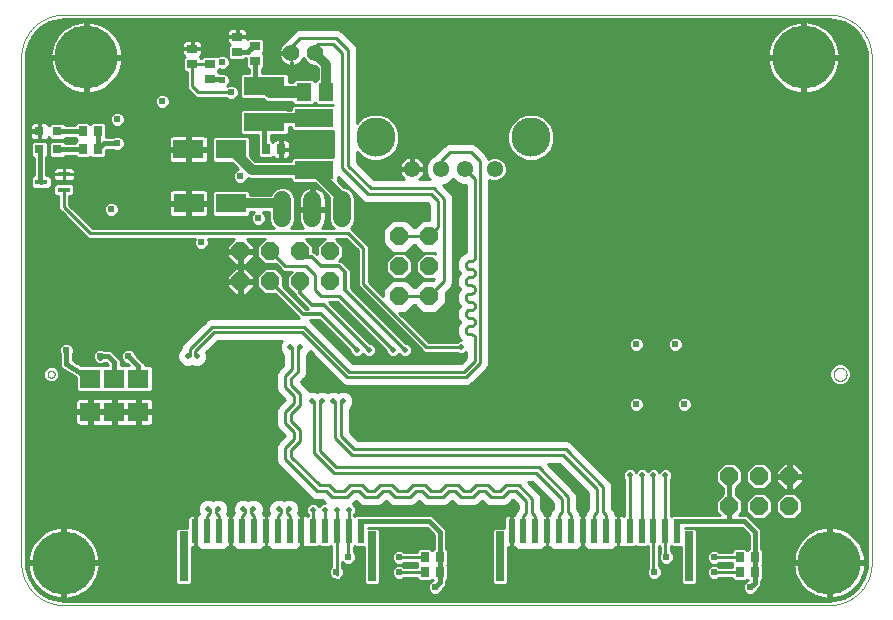
<source format=gtl>
G75*
%MOIN*%
%OFA0B0*%
%FSLAX25Y25*%
%IPPOS*%
%LPD*%
%AMOC8*
5,1,8,0,0,1.08239X$1,22.5*
%
%ADD10C,0.00000*%
%ADD11R,0.02400X0.07900*%
%ADD12R,0.02800X0.16500*%
%ADD13R,0.12992X0.06102*%
%ADD14C,0.06000*%
%ADD15C,0.05600*%
%ADD16R,0.03543X0.02756*%
%ADD17R,0.02756X0.03543*%
%ADD18R,0.03150X0.03150*%
%ADD19R,0.10236X0.06299*%
%ADD20OC8,0.06000*%
%ADD21R,0.07087X0.06299*%
%ADD22R,0.04400X0.01800*%
%ADD23C,0.21000*%
%ADD24C,0.13055*%
%ADD25C,0.05433*%
%ADD26R,0.05118X0.05906*%
%ADD27R,0.13780X0.05906*%
%ADD28C,0.02375*%
%ADD29C,0.01600*%
%ADD30C,0.03200*%
%ADD31C,0.01000*%
%ADD32C,0.01981*%
%ADD33C,0.01200*%
%ADD34C,0.04000*%
D10*
X0015673Y0001500D02*
X0270791Y0001500D01*
X0271133Y0001504D01*
X0271476Y0001517D01*
X0271818Y0001537D01*
X0272159Y0001566D01*
X0272499Y0001603D01*
X0272839Y0001649D01*
X0273177Y0001702D01*
X0273514Y0001764D01*
X0273849Y0001834D01*
X0274183Y0001912D01*
X0274514Y0001998D01*
X0274844Y0002092D01*
X0275171Y0002194D01*
X0275495Y0002303D01*
X0275817Y0002421D01*
X0276136Y0002546D01*
X0276451Y0002679D01*
X0276764Y0002820D01*
X0277072Y0002968D01*
X0277378Y0003123D01*
X0277679Y0003286D01*
X0277976Y0003456D01*
X0278269Y0003633D01*
X0278558Y0003818D01*
X0278842Y0004009D01*
X0279122Y0004207D01*
X0279396Y0004411D01*
X0279666Y0004623D01*
X0279930Y0004840D01*
X0280189Y0005064D01*
X0280443Y0005295D01*
X0280691Y0005531D01*
X0280933Y0005773D01*
X0281169Y0006021D01*
X0281400Y0006275D01*
X0281624Y0006534D01*
X0281841Y0006798D01*
X0282053Y0007068D01*
X0282257Y0007342D01*
X0282455Y0007622D01*
X0282646Y0007906D01*
X0282831Y0008195D01*
X0283008Y0008488D01*
X0283178Y0008785D01*
X0283341Y0009086D01*
X0283496Y0009392D01*
X0283644Y0009700D01*
X0283785Y0010013D01*
X0283918Y0010328D01*
X0284043Y0010647D01*
X0284161Y0010969D01*
X0284270Y0011293D01*
X0284372Y0011620D01*
X0284466Y0011950D01*
X0284552Y0012281D01*
X0284630Y0012615D01*
X0284700Y0012950D01*
X0284762Y0013287D01*
X0284815Y0013625D01*
X0284861Y0013965D01*
X0284898Y0014305D01*
X0284927Y0014646D01*
X0284947Y0014988D01*
X0284960Y0015331D01*
X0284964Y0015673D01*
X0284965Y0015673D02*
X0284965Y0184177D01*
X0284964Y0184177D02*
X0284960Y0184519D01*
X0284947Y0184862D01*
X0284927Y0185204D01*
X0284898Y0185545D01*
X0284861Y0185885D01*
X0284815Y0186225D01*
X0284762Y0186563D01*
X0284700Y0186900D01*
X0284630Y0187235D01*
X0284552Y0187569D01*
X0284466Y0187900D01*
X0284372Y0188230D01*
X0284270Y0188557D01*
X0284161Y0188881D01*
X0284043Y0189203D01*
X0283918Y0189522D01*
X0283785Y0189837D01*
X0283644Y0190150D01*
X0283496Y0190458D01*
X0283341Y0190764D01*
X0283178Y0191065D01*
X0283008Y0191362D01*
X0282831Y0191655D01*
X0282646Y0191944D01*
X0282455Y0192228D01*
X0282257Y0192508D01*
X0282053Y0192782D01*
X0281841Y0193052D01*
X0281624Y0193316D01*
X0281400Y0193575D01*
X0281169Y0193829D01*
X0280933Y0194077D01*
X0280691Y0194319D01*
X0280443Y0194555D01*
X0280189Y0194786D01*
X0279930Y0195010D01*
X0279666Y0195227D01*
X0279396Y0195439D01*
X0279122Y0195643D01*
X0278842Y0195841D01*
X0278558Y0196032D01*
X0278269Y0196217D01*
X0277976Y0196394D01*
X0277679Y0196564D01*
X0277378Y0196727D01*
X0277072Y0196882D01*
X0276764Y0197030D01*
X0276451Y0197171D01*
X0276136Y0197304D01*
X0275817Y0197429D01*
X0275495Y0197547D01*
X0275171Y0197656D01*
X0274844Y0197758D01*
X0274514Y0197852D01*
X0274183Y0197938D01*
X0273849Y0198016D01*
X0273514Y0198086D01*
X0273177Y0198148D01*
X0272839Y0198201D01*
X0272499Y0198247D01*
X0272159Y0198284D01*
X0271818Y0198313D01*
X0271476Y0198333D01*
X0271133Y0198346D01*
X0270791Y0198350D01*
X0015673Y0198350D01*
X0015331Y0198346D01*
X0014988Y0198333D01*
X0014646Y0198313D01*
X0014305Y0198284D01*
X0013965Y0198247D01*
X0013625Y0198201D01*
X0013287Y0198148D01*
X0012950Y0198086D01*
X0012615Y0198016D01*
X0012281Y0197938D01*
X0011950Y0197852D01*
X0011620Y0197758D01*
X0011293Y0197656D01*
X0010969Y0197547D01*
X0010647Y0197429D01*
X0010328Y0197304D01*
X0010013Y0197171D01*
X0009700Y0197030D01*
X0009392Y0196882D01*
X0009086Y0196727D01*
X0008785Y0196564D01*
X0008488Y0196394D01*
X0008195Y0196217D01*
X0007906Y0196032D01*
X0007622Y0195841D01*
X0007342Y0195643D01*
X0007068Y0195439D01*
X0006798Y0195227D01*
X0006534Y0195010D01*
X0006275Y0194786D01*
X0006021Y0194555D01*
X0005773Y0194319D01*
X0005531Y0194077D01*
X0005295Y0193829D01*
X0005064Y0193575D01*
X0004840Y0193316D01*
X0004623Y0193052D01*
X0004411Y0192782D01*
X0004207Y0192508D01*
X0004009Y0192228D01*
X0003818Y0191944D01*
X0003633Y0191655D01*
X0003456Y0191362D01*
X0003286Y0191065D01*
X0003123Y0190764D01*
X0002968Y0190458D01*
X0002820Y0190150D01*
X0002679Y0189837D01*
X0002546Y0189522D01*
X0002421Y0189203D01*
X0002303Y0188881D01*
X0002194Y0188557D01*
X0002092Y0188230D01*
X0001998Y0187900D01*
X0001912Y0187569D01*
X0001834Y0187235D01*
X0001764Y0186900D01*
X0001702Y0186563D01*
X0001649Y0186225D01*
X0001603Y0185885D01*
X0001566Y0185545D01*
X0001537Y0185204D01*
X0001517Y0184862D01*
X0001504Y0184519D01*
X0001500Y0184177D01*
X0001500Y0015673D01*
X0001504Y0015331D01*
X0001517Y0014988D01*
X0001537Y0014646D01*
X0001566Y0014305D01*
X0001603Y0013965D01*
X0001649Y0013625D01*
X0001702Y0013287D01*
X0001764Y0012950D01*
X0001834Y0012615D01*
X0001912Y0012281D01*
X0001998Y0011950D01*
X0002092Y0011620D01*
X0002194Y0011293D01*
X0002303Y0010969D01*
X0002421Y0010647D01*
X0002546Y0010328D01*
X0002679Y0010013D01*
X0002820Y0009700D01*
X0002968Y0009392D01*
X0003123Y0009086D01*
X0003286Y0008785D01*
X0003456Y0008488D01*
X0003633Y0008195D01*
X0003818Y0007906D01*
X0004009Y0007622D01*
X0004207Y0007342D01*
X0004411Y0007068D01*
X0004623Y0006798D01*
X0004840Y0006534D01*
X0005064Y0006275D01*
X0005295Y0006021D01*
X0005531Y0005773D01*
X0005773Y0005531D01*
X0006021Y0005295D01*
X0006275Y0005064D01*
X0006534Y0004840D01*
X0006798Y0004623D01*
X0007068Y0004411D01*
X0007342Y0004207D01*
X0007622Y0004009D01*
X0007906Y0003818D01*
X0008195Y0003633D01*
X0008488Y0003456D01*
X0008785Y0003286D01*
X0009086Y0003123D01*
X0009392Y0002968D01*
X0009700Y0002820D01*
X0010013Y0002679D01*
X0010328Y0002546D01*
X0010647Y0002421D01*
X0010969Y0002303D01*
X0011293Y0002194D01*
X0011620Y0002092D01*
X0011950Y0001998D01*
X0012281Y0001912D01*
X0012615Y0001834D01*
X0012950Y0001764D01*
X0013287Y0001702D01*
X0013625Y0001649D01*
X0013965Y0001603D01*
X0014305Y0001566D01*
X0014646Y0001537D01*
X0014988Y0001517D01*
X0015331Y0001504D01*
X0015673Y0001500D01*
X0010260Y0078500D02*
X0010262Y0078569D01*
X0010268Y0078637D01*
X0010278Y0078705D01*
X0010292Y0078772D01*
X0010310Y0078839D01*
X0010331Y0078904D01*
X0010357Y0078968D01*
X0010386Y0079030D01*
X0010418Y0079090D01*
X0010454Y0079149D01*
X0010494Y0079205D01*
X0010536Y0079259D01*
X0010582Y0079310D01*
X0010631Y0079359D01*
X0010682Y0079405D01*
X0010736Y0079447D01*
X0010792Y0079487D01*
X0010850Y0079523D01*
X0010911Y0079555D01*
X0010973Y0079584D01*
X0011037Y0079610D01*
X0011102Y0079631D01*
X0011169Y0079649D01*
X0011236Y0079663D01*
X0011304Y0079673D01*
X0011372Y0079679D01*
X0011441Y0079681D01*
X0011510Y0079679D01*
X0011578Y0079673D01*
X0011646Y0079663D01*
X0011713Y0079649D01*
X0011780Y0079631D01*
X0011845Y0079610D01*
X0011909Y0079584D01*
X0011971Y0079555D01*
X0012031Y0079523D01*
X0012090Y0079487D01*
X0012146Y0079447D01*
X0012200Y0079405D01*
X0012251Y0079359D01*
X0012300Y0079310D01*
X0012346Y0079259D01*
X0012388Y0079205D01*
X0012428Y0079149D01*
X0012464Y0079090D01*
X0012496Y0079030D01*
X0012525Y0078968D01*
X0012551Y0078904D01*
X0012572Y0078839D01*
X0012590Y0078772D01*
X0012604Y0078705D01*
X0012614Y0078637D01*
X0012620Y0078569D01*
X0012622Y0078500D01*
X0012620Y0078431D01*
X0012614Y0078363D01*
X0012604Y0078295D01*
X0012590Y0078228D01*
X0012572Y0078161D01*
X0012551Y0078096D01*
X0012525Y0078032D01*
X0012496Y0077970D01*
X0012464Y0077909D01*
X0012428Y0077851D01*
X0012388Y0077795D01*
X0012346Y0077741D01*
X0012300Y0077690D01*
X0012251Y0077641D01*
X0012200Y0077595D01*
X0012146Y0077553D01*
X0012090Y0077513D01*
X0012032Y0077477D01*
X0011971Y0077445D01*
X0011909Y0077416D01*
X0011845Y0077390D01*
X0011780Y0077369D01*
X0011713Y0077351D01*
X0011646Y0077337D01*
X0011578Y0077327D01*
X0011510Y0077321D01*
X0011441Y0077319D01*
X0011372Y0077321D01*
X0011304Y0077327D01*
X0011236Y0077337D01*
X0011169Y0077351D01*
X0011102Y0077369D01*
X0011037Y0077390D01*
X0010973Y0077416D01*
X0010911Y0077445D01*
X0010850Y0077477D01*
X0010792Y0077513D01*
X0010736Y0077553D01*
X0010682Y0077595D01*
X0010631Y0077641D01*
X0010582Y0077690D01*
X0010536Y0077741D01*
X0010494Y0077795D01*
X0010454Y0077851D01*
X0010418Y0077909D01*
X0010386Y0077970D01*
X0010357Y0078032D01*
X0010331Y0078096D01*
X0010310Y0078161D01*
X0010292Y0078228D01*
X0010278Y0078295D01*
X0010268Y0078363D01*
X0010262Y0078431D01*
X0010260Y0078500D01*
X0272268Y0078500D02*
X0272270Y0078593D01*
X0272276Y0078685D01*
X0272286Y0078777D01*
X0272300Y0078868D01*
X0272317Y0078959D01*
X0272339Y0079049D01*
X0272364Y0079138D01*
X0272393Y0079226D01*
X0272426Y0079312D01*
X0272463Y0079397D01*
X0272503Y0079481D01*
X0272547Y0079562D01*
X0272594Y0079642D01*
X0272644Y0079720D01*
X0272698Y0079795D01*
X0272755Y0079868D01*
X0272815Y0079938D01*
X0272878Y0080006D01*
X0272944Y0080071D01*
X0273012Y0080133D01*
X0273083Y0080193D01*
X0273157Y0080249D01*
X0273233Y0080302D01*
X0273311Y0080351D01*
X0273391Y0080398D01*
X0273473Y0080440D01*
X0273557Y0080480D01*
X0273642Y0080515D01*
X0273729Y0080547D01*
X0273817Y0080576D01*
X0273906Y0080600D01*
X0273996Y0080621D01*
X0274087Y0080637D01*
X0274179Y0080650D01*
X0274271Y0080659D01*
X0274364Y0080664D01*
X0274456Y0080665D01*
X0274549Y0080662D01*
X0274641Y0080655D01*
X0274733Y0080644D01*
X0274824Y0080629D01*
X0274915Y0080611D01*
X0275005Y0080588D01*
X0275093Y0080562D01*
X0275181Y0080532D01*
X0275267Y0080498D01*
X0275351Y0080461D01*
X0275434Y0080419D01*
X0275515Y0080375D01*
X0275595Y0080327D01*
X0275672Y0080276D01*
X0275746Y0080221D01*
X0275819Y0080163D01*
X0275889Y0080103D01*
X0275956Y0080039D01*
X0276020Y0079973D01*
X0276082Y0079903D01*
X0276140Y0079832D01*
X0276195Y0079758D01*
X0276247Y0079681D01*
X0276296Y0079602D01*
X0276342Y0079522D01*
X0276384Y0079439D01*
X0276422Y0079355D01*
X0276457Y0079269D01*
X0276488Y0079182D01*
X0276515Y0079094D01*
X0276538Y0079004D01*
X0276558Y0078914D01*
X0276574Y0078823D01*
X0276586Y0078731D01*
X0276594Y0078639D01*
X0276598Y0078546D01*
X0276598Y0078454D01*
X0276594Y0078361D01*
X0276586Y0078269D01*
X0276574Y0078177D01*
X0276558Y0078086D01*
X0276538Y0077996D01*
X0276515Y0077906D01*
X0276488Y0077818D01*
X0276457Y0077731D01*
X0276422Y0077645D01*
X0276384Y0077561D01*
X0276342Y0077478D01*
X0276296Y0077398D01*
X0276247Y0077319D01*
X0276195Y0077242D01*
X0276140Y0077168D01*
X0276082Y0077097D01*
X0276020Y0077027D01*
X0275956Y0076961D01*
X0275889Y0076897D01*
X0275819Y0076837D01*
X0275746Y0076779D01*
X0275672Y0076724D01*
X0275595Y0076673D01*
X0275516Y0076625D01*
X0275434Y0076581D01*
X0275351Y0076539D01*
X0275267Y0076502D01*
X0275181Y0076468D01*
X0275093Y0076438D01*
X0275005Y0076412D01*
X0274915Y0076389D01*
X0274824Y0076371D01*
X0274733Y0076356D01*
X0274641Y0076345D01*
X0274549Y0076338D01*
X0274456Y0076335D01*
X0274364Y0076336D01*
X0274271Y0076341D01*
X0274179Y0076350D01*
X0274087Y0076363D01*
X0273996Y0076379D01*
X0273906Y0076400D01*
X0273817Y0076424D01*
X0273729Y0076453D01*
X0273642Y0076485D01*
X0273557Y0076520D01*
X0273473Y0076560D01*
X0273391Y0076602D01*
X0273311Y0076649D01*
X0273233Y0076698D01*
X0273157Y0076751D01*
X0273083Y0076807D01*
X0273012Y0076867D01*
X0272944Y0076929D01*
X0272878Y0076994D01*
X0272815Y0077062D01*
X0272755Y0077132D01*
X0272698Y0077205D01*
X0272644Y0077280D01*
X0272594Y0077358D01*
X0272547Y0077438D01*
X0272503Y0077519D01*
X0272463Y0077603D01*
X0272426Y0077688D01*
X0272393Y0077774D01*
X0272364Y0077862D01*
X0272339Y0077951D01*
X0272317Y0078041D01*
X0272300Y0078132D01*
X0272286Y0078223D01*
X0272276Y0078315D01*
X0272270Y0078407D01*
X0272268Y0078500D01*
D11*
X0220100Y0026200D03*
X0216200Y0026200D03*
X0212200Y0026200D03*
X0208300Y0026200D03*
X0204300Y0026200D03*
X0200400Y0026200D03*
X0196500Y0026200D03*
X0192500Y0026200D03*
X0188600Y0026200D03*
X0184700Y0026200D03*
X0180700Y0026200D03*
X0176800Y0026200D03*
X0172800Y0026200D03*
X0168900Y0026200D03*
X0165000Y0026200D03*
X0114600Y0026200D03*
X0110700Y0026200D03*
X0106700Y0026200D03*
X0102800Y0026200D03*
X0098800Y0026200D03*
X0094900Y0026200D03*
X0091000Y0026200D03*
X0087000Y0026200D03*
X0083100Y0026200D03*
X0079200Y0026200D03*
X0075200Y0026200D03*
X0071300Y0026200D03*
X0067300Y0026200D03*
X0063400Y0026200D03*
X0059500Y0026200D03*
D12*
X0055600Y0017800D03*
X0118500Y0017800D03*
X0161100Y0017800D03*
X0224000Y0017800D03*
D13*
X0099200Y0146598D03*
X0099200Y0163802D03*
D14*
X0098500Y0136500D02*
X0098500Y0130500D01*
X0108500Y0130500D02*
X0108500Y0136500D01*
X0088500Y0136500D02*
X0088500Y0130500D01*
D15*
X0091563Y0185500D03*
X0099437Y0185500D03*
D16*
X0079500Y0182941D03*
X0073500Y0185941D03*
X0073500Y0191059D03*
X0079500Y0188059D03*
X0064500Y0182059D03*
X0058500Y0181941D03*
X0058500Y0187059D03*
X0064500Y0176941D03*
D17*
X0082941Y0153500D03*
X0088059Y0153500D03*
X0027059Y0153500D03*
X0021941Y0153500D03*
X0021941Y0159500D03*
X0027059Y0159500D03*
X0135941Y0017500D03*
X0135941Y0012500D03*
X0141059Y0012500D03*
X0141059Y0017500D03*
X0240941Y0017500D03*
X0246059Y0017500D03*
X0246059Y0012500D03*
X0240941Y0012500D03*
D18*
X0013453Y0153500D03*
X0007547Y0153500D03*
X0007547Y0159500D03*
X0013453Y0159500D03*
D19*
X0057213Y0153500D03*
X0071387Y0153500D03*
X0071437Y0135500D03*
X0057263Y0135500D03*
D20*
X0074500Y0119500D03*
X0084500Y0119500D03*
X0094500Y0119500D03*
X0104500Y0119500D03*
X0104500Y0109500D03*
X0094500Y0109500D03*
X0084500Y0109500D03*
X0074500Y0109500D03*
X0127500Y0104500D03*
X0137500Y0104500D03*
X0137500Y0114500D03*
X0127500Y0114500D03*
X0127500Y0124500D03*
X0137500Y0124500D03*
X0237500Y0044500D03*
X0247500Y0044500D03*
X0257500Y0044500D03*
X0257500Y0034500D03*
X0247500Y0034500D03*
X0237500Y0034500D03*
D21*
X0040500Y0065988D03*
X0032500Y0065988D03*
X0024500Y0065988D03*
X0024500Y0077012D03*
X0032500Y0077012D03*
X0040500Y0077012D03*
D22*
X0015700Y0139950D03*
X0015700Y0145150D03*
X0008100Y0142550D03*
D23*
X0023154Y0184177D03*
X0262327Y0184177D03*
X0270791Y0015673D03*
X0015673Y0015673D03*
D24*
X0119634Y0157500D03*
X0171366Y0157500D03*
D25*
X0159280Y0146870D03*
X0149437Y0146870D03*
X0141563Y0146870D03*
X0131720Y0146870D03*
D26*
X0103240Y0172500D03*
X0095760Y0172500D03*
D27*
X0082500Y0174504D03*
X0082500Y0162496D03*
D28*
X0071500Y0172500D03*
X0068500Y0176500D03*
X0068500Y0182500D03*
X0048500Y0169500D03*
X0033500Y0163500D03*
X0033500Y0155500D03*
X0031500Y0133500D03*
X0061500Y0122500D03*
X0080500Y0130500D03*
X0074500Y0144500D03*
X0016500Y0086500D03*
X0027780Y0084500D03*
X0037228Y0084500D03*
X0110500Y0017500D03*
X0106500Y0012500D03*
X0127500Y0012500D03*
X0127500Y0017500D03*
X0139500Y0007500D03*
X0212500Y0012500D03*
X0216500Y0017500D03*
X0232500Y0017500D03*
X0232500Y0012500D03*
X0244500Y0007500D03*
X0222500Y0068500D03*
X0206500Y0068500D03*
X0197850Y0070750D03*
X0206500Y0088500D03*
X0219500Y0088500D03*
D29*
X0237500Y0044500D02*
X0237500Y0034500D01*
X0237500Y0029500D01*
X0220500Y0029500D01*
X0237500Y0029500D02*
X0242500Y0029500D01*
X0246059Y0025941D01*
X0246059Y0017500D01*
X0246059Y0012500D01*
X0246059Y0009059D01*
X0244500Y0007500D01*
X0141100Y0009100D02*
X0139500Y0007500D01*
X0141100Y0009100D02*
X0141100Y0012459D01*
X0141059Y0012500D01*
X0141059Y0017500D01*
X0141059Y0025941D01*
X0137500Y0029500D01*
X0115500Y0029500D01*
X0040500Y0077012D02*
X0040512Y0077262D01*
X0040528Y0081228D01*
X0037228Y0084500D01*
X0032500Y0082500D02*
X0030500Y0084500D01*
X0027780Y0084500D01*
X0027780Y0084012D01*
X0032500Y0082500D02*
X0032500Y0077012D01*
X0024500Y0077012D02*
X0016500Y0082012D01*
X0016500Y0086500D01*
X0008100Y0142550D02*
X0007700Y0143500D01*
X0007700Y0152500D01*
X0007547Y0153500D01*
X0013453Y0153500D02*
X0021941Y0153500D01*
X0027059Y0153500D02*
X0029059Y0155500D01*
X0033500Y0155500D01*
X0027059Y0153500D02*
X0027059Y0159500D01*
X0021941Y0159500D02*
X0013453Y0159500D01*
X0064500Y0176941D02*
X0067941Y0176941D01*
X0068500Y0176500D01*
X0079500Y0176504D02*
X0079500Y0182941D01*
X0076941Y0185941D02*
X0073500Y0185941D01*
X0073500Y0186500D01*
X0076941Y0185941D02*
X0077500Y0186500D01*
X0079500Y0188059D01*
X0079500Y0176504D02*
X0082500Y0174504D01*
X0082500Y0162496D02*
X0082500Y0156059D01*
X0082941Y0153500D01*
D30*
X0078289Y0146598D02*
X0099200Y0146598D01*
X0108500Y0137298D01*
X0108500Y0133500D01*
X0088500Y0133500D02*
X0086500Y0135500D01*
X0071437Y0135500D01*
X0078289Y0146598D02*
X0071387Y0153500D01*
X0082500Y0162496D02*
X0084806Y0163802D01*
X0099200Y0163802D01*
X0103240Y0172500D02*
X0103240Y0181697D01*
X0099437Y0185500D01*
D31*
X0005619Y0007958D02*
X0007958Y0005619D01*
X0010823Y0003965D01*
X0014019Y0003108D01*
X0015673Y0003000D01*
X0270791Y0003000D01*
X0272446Y0003108D01*
X0275641Y0003965D01*
X0278506Y0005619D01*
X0280846Y0007958D01*
X0282500Y0010823D01*
X0283356Y0014019D01*
X0283465Y0015673D01*
X0283465Y0184177D01*
X0283356Y0185831D01*
X0282500Y0189027D01*
X0280846Y0191892D01*
X0278506Y0194232D01*
X0275641Y0195886D01*
X0272446Y0196742D01*
X0270791Y0196850D01*
X0015673Y0196850D01*
X0014019Y0196742D01*
X0010823Y0195886D01*
X0007958Y0194232D01*
X0005619Y0191892D01*
X0003965Y0189027D01*
X0003108Y0185831D01*
X0003108Y0185831D01*
X0003000Y0184177D01*
X0003000Y0015673D01*
X0003108Y0014019D01*
X0003965Y0010823D01*
X0005619Y0007958D01*
X0005312Y0008490D02*
X0006053Y0008490D01*
X0005871Y0008718D02*
X0006711Y0007664D01*
X0007664Y0006711D01*
X0008718Y0005871D01*
X0009859Y0005154D01*
X0011074Y0004569D01*
X0012346Y0004124D01*
X0013660Y0003824D01*
X0014999Y0003673D01*
X0015173Y0003673D01*
X0015173Y0015173D01*
X0016173Y0015173D01*
X0016173Y0003673D01*
X0016347Y0003673D01*
X0017686Y0003824D01*
X0019000Y0004124D01*
X0020273Y0004569D01*
X0021487Y0005154D01*
X0022628Y0005871D01*
X0023682Y0006711D01*
X0024635Y0007664D01*
X0025475Y0008718D01*
X0026192Y0009859D01*
X0026777Y0011074D01*
X0027222Y0012346D01*
X0027522Y0013660D01*
X0027673Y0014999D01*
X0027673Y0015173D01*
X0016173Y0015173D01*
X0016173Y0016173D01*
X0027673Y0016173D01*
X0027673Y0016347D01*
X0027522Y0017686D01*
X0027222Y0019000D01*
X0026777Y0020273D01*
X0026192Y0021487D01*
X0025475Y0022628D01*
X0024635Y0023682D01*
X0023682Y0024635D01*
X0022628Y0025475D01*
X0021487Y0026192D01*
X0020273Y0026777D01*
X0019000Y0027222D01*
X0017686Y0027522D01*
X0016347Y0027673D01*
X0016173Y0027673D01*
X0016173Y0016173D01*
X0015173Y0016173D01*
X0015173Y0015173D01*
X0003673Y0015173D01*
X0003673Y0014999D01*
X0003824Y0013660D01*
X0004124Y0012346D01*
X0004569Y0011074D01*
X0005154Y0009859D01*
X0005871Y0008718D01*
X0005387Y0009488D02*
X0004736Y0009488D01*
X0004852Y0010487D02*
X0004159Y0010487D01*
X0004425Y0011485D02*
X0003787Y0011485D01*
X0003520Y0012484D02*
X0004093Y0012484D01*
X0003865Y0013482D02*
X0003252Y0013482D01*
X0003078Y0014481D02*
X0003732Y0014481D01*
X0003013Y0015479D02*
X0015173Y0015479D01*
X0015173Y0016173D02*
X0003673Y0016173D01*
X0003673Y0016347D01*
X0003824Y0017686D01*
X0004124Y0019000D01*
X0004569Y0020273D01*
X0005154Y0021487D01*
X0005871Y0022628D01*
X0006711Y0023682D01*
X0007664Y0024635D01*
X0008718Y0025475D01*
X0009859Y0026192D01*
X0011074Y0026777D01*
X0012346Y0027222D01*
X0013660Y0027522D01*
X0014999Y0027673D01*
X0015173Y0027673D01*
X0015173Y0016173D01*
X0015173Y0016478D02*
X0016173Y0016478D01*
X0016173Y0017476D02*
X0015173Y0017476D01*
X0015173Y0018475D02*
X0016173Y0018475D01*
X0016173Y0019473D02*
X0015173Y0019473D01*
X0015173Y0020472D02*
X0016173Y0020472D01*
X0016173Y0021470D02*
X0015173Y0021470D01*
X0015173Y0022469D02*
X0016173Y0022469D01*
X0016173Y0023467D02*
X0015173Y0023467D01*
X0015173Y0024466D02*
X0016173Y0024466D01*
X0016173Y0025464D02*
X0015173Y0025464D01*
X0015173Y0026463D02*
X0016173Y0026463D01*
X0016173Y0027461D02*
X0015173Y0027461D01*
X0013393Y0027461D02*
X0003000Y0027461D01*
X0003000Y0026463D02*
X0010421Y0026463D01*
X0008704Y0025464D02*
X0003000Y0025464D01*
X0003000Y0024466D02*
X0007495Y0024466D01*
X0006540Y0023467D02*
X0003000Y0023467D01*
X0003000Y0022469D02*
X0005771Y0022469D01*
X0005146Y0021470D02*
X0003000Y0021470D01*
X0003000Y0020472D02*
X0004665Y0020472D01*
X0004289Y0019473D02*
X0003000Y0019473D01*
X0003000Y0018475D02*
X0004004Y0018475D01*
X0003800Y0017476D02*
X0003000Y0017476D01*
X0003000Y0016478D02*
X0003688Y0016478D01*
X0015173Y0014481D02*
X0016173Y0014481D01*
X0016173Y0015479D02*
X0052900Y0015479D01*
X0052900Y0014481D02*
X0027615Y0014481D01*
X0027482Y0013482D02*
X0052900Y0013482D01*
X0052900Y0012484D02*
X0027254Y0012484D01*
X0026921Y0011485D02*
X0052900Y0011485D01*
X0052900Y0010487D02*
X0026494Y0010487D01*
X0025959Y0009488D02*
X0052900Y0009488D01*
X0052900Y0009012D02*
X0053662Y0008250D01*
X0057538Y0008250D01*
X0058300Y0009012D01*
X0058300Y0020750D01*
X0059400Y0020750D01*
X0059400Y0026100D01*
X0059600Y0026100D01*
X0059600Y0020750D01*
X0060209Y0020750D01*
X0060802Y0020157D01*
X0061709Y0019781D01*
X0065091Y0019781D01*
X0065350Y0019889D01*
X0065609Y0019781D01*
X0068991Y0019781D01*
X0069898Y0020157D01*
X0070491Y0020750D01*
X0071200Y0020750D01*
X0071200Y0026100D01*
X0071400Y0026100D01*
X0071400Y0020750D01*
X0072009Y0020750D01*
X0072602Y0020157D01*
X0073509Y0019781D01*
X0076891Y0019781D01*
X0077200Y0019909D01*
X0077509Y0019781D01*
X0080891Y0019781D01*
X0081798Y0020157D01*
X0082391Y0020750D01*
X0083000Y0020750D01*
X0083000Y0026100D01*
X0083200Y0026100D01*
X0083200Y0020750D01*
X0083809Y0020750D01*
X0084402Y0020157D01*
X0085309Y0019781D01*
X0088691Y0019781D01*
X0089000Y0019909D01*
X0089309Y0019781D01*
X0092691Y0019781D01*
X0093598Y0020157D01*
X0094191Y0020750D01*
X0094800Y0020750D01*
X0094800Y0026100D01*
X0095000Y0026100D01*
X0095000Y0020750D01*
X0096297Y0020750D01*
X0096679Y0020852D01*
X0096983Y0021028D01*
X0097062Y0020950D01*
X0100538Y0020950D01*
X0100800Y0021212D01*
X0101062Y0020950D01*
X0104538Y0020950D01*
X0104750Y0021162D01*
X0104900Y0021012D01*
X0104900Y0014418D01*
X0104391Y0013909D01*
X0104013Y0012995D01*
X0104013Y0012005D01*
X0104391Y0011091D01*
X0105091Y0010391D01*
X0105726Y0010128D01*
X0105954Y0009900D01*
X0106201Y0009900D01*
X0106413Y0009773D01*
X0106922Y0009900D01*
X0107446Y0009900D01*
X0107620Y0010075D01*
X0107860Y0010135D01*
X0108129Y0010584D01*
X0108500Y0010954D01*
X0108500Y0010982D01*
X0108609Y0011091D01*
X0108987Y0012005D01*
X0108987Y0012995D01*
X0108609Y0013909D01*
X0108500Y0014018D01*
X0108500Y0015982D01*
X0109091Y0015391D01*
X0110005Y0015013D01*
X0110995Y0015013D01*
X0111909Y0015391D01*
X0112609Y0016091D01*
X0112987Y0017005D01*
X0112987Y0017995D01*
X0112609Y0018909D01*
X0112300Y0019218D01*
X0112300Y0020950D01*
X0112438Y0020950D01*
X0112650Y0021162D01*
X0112862Y0020950D01*
X0115800Y0020950D01*
X0115800Y0009012D01*
X0116562Y0008250D01*
X0120438Y0008250D01*
X0121200Y0009012D01*
X0121200Y0026588D01*
X0120438Y0027350D01*
X0117100Y0027350D01*
X0117100Y0027400D01*
X0136630Y0027400D01*
X0138959Y0025071D01*
X0138959Y0020388D01*
X0138500Y0019929D01*
X0137857Y0020572D01*
X0134025Y0020572D01*
X0133263Y0019810D01*
X0133263Y0019300D01*
X0129218Y0019300D01*
X0128909Y0019609D01*
X0127995Y0019987D01*
X0127005Y0019987D01*
X0126091Y0019609D01*
X0125391Y0018909D01*
X0125013Y0017995D01*
X0125013Y0017005D01*
X0125391Y0016091D01*
X0126091Y0015391D01*
X0127005Y0015013D01*
X0127995Y0015013D01*
X0128909Y0015391D01*
X0129218Y0015700D01*
X0133263Y0015700D01*
X0133263Y0015190D01*
X0133453Y0015000D01*
X0133263Y0014810D01*
X0133263Y0014300D01*
X0129218Y0014300D01*
X0128909Y0014609D01*
X0127995Y0014987D01*
X0127005Y0014987D01*
X0126091Y0014609D01*
X0125391Y0013909D01*
X0125013Y0012995D01*
X0125013Y0012005D01*
X0125391Y0011091D01*
X0126091Y0010391D01*
X0127005Y0010013D01*
X0127995Y0010013D01*
X0128909Y0010391D01*
X0129218Y0010700D01*
X0133263Y0010700D01*
X0133263Y0010190D01*
X0134025Y0009428D01*
X0137857Y0009428D01*
X0138500Y0010071D01*
X0138707Y0009864D01*
X0138091Y0009609D01*
X0137391Y0008909D01*
X0137013Y0007995D01*
X0137013Y0007005D01*
X0137391Y0006091D01*
X0138091Y0005391D01*
X0139005Y0005013D01*
X0139995Y0005013D01*
X0140909Y0005391D01*
X0141609Y0006091D01*
X0141987Y0007005D01*
X0141987Y0007018D01*
X0143200Y0008230D01*
X0143200Y0009653D01*
X0143737Y0010190D01*
X0143737Y0014810D01*
X0143547Y0015000D01*
X0143737Y0015190D01*
X0143737Y0019810D01*
X0143159Y0020388D01*
X0143159Y0026811D01*
X0141929Y0028041D01*
X0141929Y0028041D01*
X0139600Y0030370D01*
X0138370Y0031600D01*
X0114630Y0031600D01*
X0114480Y0031450D01*
X0112862Y0031450D01*
X0112650Y0031238D01*
X0112500Y0031388D01*
X0112500Y0031861D01*
X0112991Y0032351D01*
X0112991Y0034249D01*
X0111920Y0035319D01*
X0113000Y0036399D01*
X0113572Y0035826D01*
X0114407Y0034991D01*
X0115499Y0034539D01*
X0120501Y0034539D01*
X0121592Y0034991D01*
X0123000Y0036399D01*
X0123572Y0035826D01*
X0124407Y0034991D01*
X0125499Y0034539D01*
X0131501Y0034539D01*
X0132592Y0034991D01*
X0134000Y0036399D01*
X0134572Y0035826D01*
X0135407Y0034991D01*
X0136499Y0034539D01*
X0142501Y0034539D01*
X0143592Y0034991D01*
X0145000Y0036399D01*
X0145572Y0035826D01*
X0146407Y0034991D01*
X0147499Y0034539D01*
X0152501Y0034539D01*
X0153592Y0034991D01*
X0155000Y0036399D01*
X0155572Y0035826D01*
X0156407Y0034991D01*
X0157499Y0034539D01*
X0162501Y0034539D01*
X0163592Y0034991D01*
X0165141Y0036539D01*
X0165259Y0036539D01*
X0166939Y0034859D01*
X0166939Y0033430D01*
X0166383Y0032874D01*
X0165995Y0031936D01*
X0165709Y0031650D01*
X0165100Y0031650D01*
X0165100Y0026300D01*
X0164900Y0026300D01*
X0164900Y0031650D01*
X0163603Y0031650D01*
X0163221Y0031548D01*
X0162879Y0031350D01*
X0162600Y0031071D01*
X0162402Y0030729D01*
X0162300Y0030347D01*
X0162300Y0027350D01*
X0159162Y0027350D01*
X0158400Y0026588D01*
X0158400Y0009012D01*
X0159162Y0008250D01*
X0163038Y0008250D01*
X0163800Y0009012D01*
X0163800Y0020750D01*
X0164900Y0020750D01*
X0164900Y0026100D01*
X0165100Y0026100D01*
X0165100Y0020750D01*
X0165709Y0020750D01*
X0166302Y0020157D01*
X0167209Y0019781D01*
X0170591Y0019781D01*
X0170850Y0019889D01*
X0171109Y0019781D01*
X0174491Y0019781D01*
X0175398Y0020157D01*
X0175991Y0020750D01*
X0176700Y0020750D01*
X0176700Y0026100D01*
X0176900Y0026100D01*
X0176900Y0020750D01*
X0177509Y0020750D01*
X0178102Y0020157D01*
X0179009Y0019781D01*
X0182391Y0019781D01*
X0182700Y0019909D01*
X0183009Y0019781D01*
X0186391Y0019781D01*
X0187298Y0020157D01*
X0187891Y0020750D01*
X0188500Y0020750D01*
X0188500Y0026100D01*
X0188700Y0026100D01*
X0188700Y0020750D01*
X0189309Y0020750D01*
X0189902Y0020157D01*
X0190809Y0019781D01*
X0194191Y0019781D01*
X0194500Y0019909D01*
X0194809Y0019781D01*
X0198191Y0019781D01*
X0199098Y0020157D01*
X0199691Y0020750D01*
X0200300Y0020750D01*
X0200300Y0026100D01*
X0200500Y0026100D01*
X0200500Y0020750D01*
X0201797Y0020750D01*
X0202179Y0020852D01*
X0202483Y0021028D01*
X0202562Y0020950D01*
X0206038Y0020950D01*
X0206300Y0021212D01*
X0206562Y0020950D01*
X0210038Y0020950D01*
X0210250Y0021162D01*
X0210400Y0021012D01*
X0210400Y0013918D01*
X0210391Y0013909D01*
X0210013Y0012995D01*
X0210013Y0012005D01*
X0210391Y0011091D01*
X0211091Y0010391D01*
X0212005Y0010013D01*
X0212995Y0010013D01*
X0213909Y0010391D01*
X0214609Y0011091D01*
X0214987Y0012005D01*
X0214987Y0012995D01*
X0214609Y0013909D01*
X0214000Y0014518D01*
X0214000Y0021012D01*
X0214200Y0021212D01*
X0214400Y0021012D01*
X0214400Y0018918D01*
X0214391Y0018909D01*
X0214013Y0017995D01*
X0214013Y0017005D01*
X0214391Y0016091D01*
X0215091Y0015391D01*
X0216005Y0015013D01*
X0216995Y0015013D01*
X0217909Y0015391D01*
X0218609Y0016091D01*
X0218987Y0017005D01*
X0218987Y0017995D01*
X0218609Y0018909D01*
X0218000Y0019518D01*
X0218000Y0021012D01*
X0218150Y0021162D01*
X0218362Y0020950D01*
X0221300Y0020950D01*
X0221300Y0009012D01*
X0222062Y0008250D01*
X0225938Y0008250D01*
X0226700Y0009012D01*
X0226700Y0026588D01*
X0225938Y0027350D01*
X0222600Y0027350D01*
X0222600Y0027400D01*
X0241630Y0027400D01*
X0243959Y0025071D01*
X0243959Y0020388D01*
X0243500Y0019929D01*
X0242857Y0020572D01*
X0239025Y0020572D01*
X0238263Y0019810D01*
X0238263Y0019300D01*
X0234218Y0019300D01*
X0233909Y0019609D01*
X0232995Y0019987D01*
X0232005Y0019987D01*
X0231091Y0019609D01*
X0230391Y0018909D01*
X0230013Y0017995D01*
X0230013Y0017005D01*
X0230391Y0016091D01*
X0231091Y0015391D01*
X0232005Y0015013D01*
X0232995Y0015013D01*
X0233909Y0015391D01*
X0234218Y0015700D01*
X0238263Y0015700D01*
X0238263Y0015190D01*
X0238453Y0015000D01*
X0238263Y0014810D01*
X0238263Y0014300D01*
X0234218Y0014300D01*
X0233909Y0014609D01*
X0232995Y0014987D01*
X0232005Y0014987D01*
X0231091Y0014609D01*
X0230391Y0013909D01*
X0230013Y0012995D01*
X0230013Y0012005D01*
X0230391Y0011091D01*
X0231091Y0010391D01*
X0232005Y0010013D01*
X0232995Y0010013D01*
X0233909Y0010391D01*
X0234218Y0010700D01*
X0238263Y0010700D01*
X0238263Y0010190D01*
X0239025Y0009428D01*
X0242857Y0009428D01*
X0243500Y0010071D01*
X0243707Y0009864D01*
X0243091Y0009609D01*
X0242391Y0008909D01*
X0242013Y0007995D01*
X0242013Y0007005D01*
X0242391Y0006091D01*
X0243091Y0005391D01*
X0244005Y0005013D01*
X0244995Y0005013D01*
X0245909Y0005391D01*
X0246609Y0006091D01*
X0246987Y0007005D01*
X0246987Y0007018D01*
X0248159Y0008189D01*
X0248159Y0009612D01*
X0248737Y0010190D01*
X0248737Y0014810D01*
X0248547Y0015000D01*
X0248737Y0015190D01*
X0248737Y0019810D01*
X0248159Y0020388D01*
X0248159Y0026811D01*
X0244600Y0030370D01*
X0243370Y0031600D01*
X0240681Y0031600D01*
X0241800Y0032719D01*
X0241800Y0036281D01*
X0239600Y0038481D01*
X0239600Y0040519D01*
X0241800Y0042719D01*
X0241800Y0046281D01*
X0239281Y0048800D01*
X0235719Y0048800D01*
X0233200Y0046281D01*
X0233200Y0042719D01*
X0235400Y0040519D01*
X0235400Y0038481D01*
X0233200Y0036281D01*
X0233200Y0032719D01*
X0234319Y0031600D01*
X0219630Y0031600D01*
X0219480Y0031450D01*
X0218362Y0031450D01*
X0218150Y0031238D01*
X0218000Y0031388D01*
X0218000Y0043361D01*
X0218491Y0043851D01*
X0218491Y0045749D01*
X0217149Y0047091D01*
X0215251Y0047091D01*
X0214200Y0046039D01*
X0213149Y0047091D01*
X0211251Y0047091D01*
X0210250Y0046089D01*
X0209249Y0047091D01*
X0207351Y0047091D01*
X0206300Y0046039D01*
X0205249Y0047091D01*
X0203351Y0047091D01*
X0202009Y0045749D01*
X0202009Y0043851D01*
X0202500Y0043361D01*
X0202500Y0031388D01*
X0202483Y0031372D01*
X0202179Y0031548D01*
X0201797Y0031650D01*
X0200500Y0031650D01*
X0200500Y0026300D01*
X0200300Y0026300D01*
X0200300Y0031650D01*
X0199691Y0031650D01*
X0199468Y0031872D01*
X0199468Y0032083D01*
X0199017Y0033174D01*
X0198461Y0033730D01*
X0198461Y0041501D01*
X0198009Y0042592D01*
X0185428Y0055174D01*
X0184592Y0056009D01*
X0183501Y0056461D01*
X0113641Y0056461D01*
X0110961Y0059141D01*
X0110961Y0066896D01*
X0111606Y0067541D01*
X0112132Y0068812D01*
X0112132Y0070188D01*
X0111606Y0071459D01*
X0110633Y0072432D01*
X0109361Y0072959D01*
X0107985Y0072959D01*
X0107000Y0072551D01*
X0106015Y0072959D01*
X0104639Y0072959D01*
X0103500Y0072487D01*
X0102361Y0072959D01*
X0100985Y0072959D01*
X0100000Y0072551D01*
X0099015Y0072959D01*
X0097639Y0072959D01*
X0097325Y0072829D01*
X0097009Y0073592D01*
X0096174Y0074428D01*
X0094601Y0076000D01*
X0095424Y0076822D01*
X0096259Y0077657D01*
X0096711Y0078749D01*
X0096711Y0084896D01*
X0097356Y0085541D01*
X0097584Y0086093D01*
X0107654Y0076023D01*
X0108489Y0075188D01*
X0109580Y0074736D01*
X0150420Y0074736D01*
X0151511Y0075188D01*
X0155977Y0079654D01*
X0156812Y0080489D01*
X0157264Y0081580D01*
X0157264Y0143358D01*
X0158481Y0142854D01*
X0160078Y0142854D01*
X0161555Y0143465D01*
X0162685Y0144595D01*
X0163296Y0146071D01*
X0163296Y0147669D01*
X0162685Y0149145D01*
X0161555Y0150275D01*
X0160078Y0150887D01*
X0158481Y0150887D01*
X0157233Y0150370D01*
X0156812Y0151386D01*
X0154017Y0154182D01*
X0153182Y0155017D01*
X0152090Y0155468D01*
X0143910Y0155468D01*
X0142818Y0155017D01*
X0139881Y0152080D01*
X0139380Y0151578D01*
X0138626Y0151266D01*
X0137167Y0149807D01*
X0136378Y0147901D01*
X0136378Y0145839D01*
X0137167Y0143933D01*
X0137640Y0143461D01*
X0134201Y0143461D01*
X0134467Y0143654D01*
X0134937Y0144123D01*
X0135327Y0144660D01*
X0135628Y0145251D01*
X0135833Y0145883D01*
X0135925Y0146465D01*
X0132126Y0146465D01*
X0132126Y0147276D01*
X0131315Y0147276D01*
X0131315Y0151075D01*
X0130733Y0150983D01*
X0130102Y0150778D01*
X0129511Y0150476D01*
X0128974Y0150086D01*
X0128504Y0149617D01*
X0128114Y0149080D01*
X0127813Y0148489D01*
X0127608Y0147857D01*
X0127516Y0147276D01*
X0131315Y0147276D01*
X0131315Y0146465D01*
X0127516Y0146465D01*
X0127608Y0145883D01*
X0127813Y0145251D01*
X0128114Y0144660D01*
X0128504Y0144123D01*
X0128974Y0143654D01*
X0129240Y0143461D01*
X0119141Y0143461D01*
X0113461Y0149141D01*
X0113461Y0152603D01*
X0115200Y0150864D01*
X0118077Y0149672D01*
X0121191Y0149672D01*
X0124068Y0150864D01*
X0126270Y0153066D01*
X0127461Y0155943D01*
X0127461Y0159057D01*
X0126270Y0161934D01*
X0124068Y0164136D01*
X0121191Y0165328D01*
X0118077Y0165328D01*
X0115200Y0164136D01*
X0113468Y0162404D01*
X0113468Y0187090D01*
X0113017Y0188182D01*
X0109017Y0192182D01*
X0108182Y0193017D01*
X0107090Y0193468D01*
X0093910Y0193468D01*
X0092818Y0193017D01*
X0089818Y0190017D01*
X0088983Y0189182D01*
X0088841Y0188837D01*
X0088762Y0188780D01*
X0088283Y0188301D01*
X0087885Y0187754D01*
X0087578Y0187151D01*
X0087369Y0186507D01*
X0087263Y0185838D01*
X0087263Y0185787D01*
X0088531Y0185787D01*
X0088531Y0185213D01*
X0087263Y0185213D01*
X0087263Y0185162D01*
X0087369Y0184493D01*
X0087578Y0183849D01*
X0087885Y0183246D01*
X0088283Y0182699D01*
X0088762Y0182220D01*
X0089309Y0181822D01*
X0089912Y0181515D01*
X0090556Y0181306D01*
X0091225Y0181200D01*
X0091276Y0181200D01*
X0091276Y0182531D01*
X0091850Y0182531D01*
X0091850Y0181200D01*
X0091901Y0181200D01*
X0092570Y0181306D01*
X0093214Y0181515D01*
X0093817Y0181822D01*
X0094364Y0182220D01*
X0094843Y0182699D01*
X0095241Y0183246D01*
X0095548Y0183849D01*
X0095607Y0184032D01*
X0095961Y0183178D01*
X0097115Y0182024D01*
X0098621Y0181400D01*
X0099436Y0181400D01*
X0100340Y0180496D01*
X0100340Y0176753D01*
X0100143Y0176753D01*
X0099500Y0176110D01*
X0098857Y0176753D01*
X0092662Y0176753D01*
X0091901Y0175991D01*
X0091901Y0175800D01*
X0090690Y0175800D01*
X0090690Y0177995D01*
X0089928Y0178757D01*
X0081600Y0178757D01*
X0081600Y0180263D01*
X0081810Y0180263D01*
X0082572Y0181025D01*
X0082572Y0184857D01*
X0081929Y0185500D01*
X0082572Y0186143D01*
X0082572Y0189975D01*
X0081810Y0190737D01*
X0077190Y0190737D01*
X0076772Y0190319D01*
X0076772Y0190870D01*
X0073689Y0190870D01*
X0073689Y0191248D01*
X0076772Y0191248D01*
X0076772Y0192634D01*
X0076669Y0193016D01*
X0076472Y0193358D01*
X0076193Y0193637D01*
X0075851Y0193835D01*
X0075469Y0193937D01*
X0073689Y0193937D01*
X0073689Y0191248D01*
X0073311Y0191248D01*
X0073311Y0190870D01*
X0070228Y0190870D01*
X0070228Y0189484D01*
X0070331Y0189102D01*
X0070528Y0188760D01*
X0070807Y0188481D01*
X0070962Y0188391D01*
X0070428Y0187857D01*
X0070428Y0184089D01*
X0069909Y0184609D01*
X0068995Y0184987D01*
X0068005Y0184987D01*
X0067091Y0184609D01*
X0067015Y0184532D01*
X0066810Y0184737D01*
X0062190Y0184737D01*
X0061441Y0183988D01*
X0061038Y0184391D01*
X0061193Y0184481D01*
X0061472Y0184760D01*
X0061669Y0185102D01*
X0061772Y0185484D01*
X0061772Y0186870D01*
X0058689Y0186870D01*
X0058689Y0187248D01*
X0061772Y0187248D01*
X0061772Y0188634D01*
X0061669Y0189016D01*
X0061472Y0189358D01*
X0061193Y0189637D01*
X0060851Y0189835D01*
X0060469Y0189937D01*
X0058689Y0189937D01*
X0058689Y0187248D01*
X0058311Y0187248D01*
X0058311Y0186870D01*
X0055228Y0186870D01*
X0055228Y0185484D01*
X0055331Y0185102D01*
X0055528Y0184760D01*
X0055807Y0184481D01*
X0055962Y0184391D01*
X0055428Y0183857D01*
X0055428Y0180025D01*
X0056190Y0179263D01*
X0056700Y0179263D01*
X0056700Y0173754D01*
X0057754Y0172700D01*
X0059754Y0170700D01*
X0069782Y0170700D01*
X0070091Y0170391D01*
X0071005Y0170013D01*
X0071995Y0170013D01*
X0072909Y0170391D01*
X0073609Y0171091D01*
X0073987Y0172005D01*
X0073987Y0172995D01*
X0073609Y0173909D01*
X0072909Y0174609D01*
X0071995Y0174987D01*
X0071005Y0174987D01*
X0070151Y0174634D01*
X0070609Y0175091D01*
X0070987Y0176005D01*
X0070987Y0176995D01*
X0070609Y0177909D01*
X0069909Y0178609D01*
X0068995Y0178987D01*
X0068864Y0178987D01*
X0068811Y0179041D01*
X0068669Y0179041D01*
X0068558Y0179128D01*
X0067817Y0179041D01*
X0067388Y0179041D01*
X0066929Y0179500D01*
X0067572Y0180143D01*
X0067572Y0180192D01*
X0068005Y0180013D01*
X0068995Y0180013D01*
X0069909Y0180391D01*
X0070609Y0181091D01*
X0070987Y0182005D01*
X0070987Y0182995D01*
X0070655Y0183798D01*
X0071190Y0183263D01*
X0075810Y0183263D01*
X0076388Y0183841D01*
X0076428Y0183841D01*
X0076428Y0181025D01*
X0077190Y0180263D01*
X0077400Y0180263D01*
X0077400Y0178757D01*
X0075072Y0178757D01*
X0074310Y0177995D01*
X0074310Y0171013D01*
X0075072Y0170251D01*
X0082086Y0170251D01*
X0082635Y0169702D01*
X0083848Y0169200D01*
X0091901Y0169200D01*
X0091901Y0169009D01*
X0092662Y0168247D01*
X0098857Y0168247D01*
X0099500Y0168890D01*
X0100143Y0168247D01*
X0105539Y0168247D01*
X0105539Y0168154D01*
X0092165Y0168154D01*
X0091404Y0167392D01*
X0091404Y0166702D01*
X0089975Y0166702D01*
X0089928Y0166749D01*
X0085032Y0166749D01*
X0085024Y0166751D01*
X0085005Y0166749D01*
X0075072Y0166749D01*
X0074310Y0165987D01*
X0074310Y0159005D01*
X0075072Y0158243D01*
X0080400Y0158243D01*
X0080400Y0156726D01*
X0080283Y0156560D01*
X0080390Y0155937D01*
X0080263Y0155810D01*
X0080263Y0151190D01*
X0081025Y0150428D01*
X0084857Y0150428D01*
X0085391Y0150962D01*
X0085481Y0150807D01*
X0085760Y0150528D01*
X0086102Y0150331D01*
X0086484Y0150228D01*
X0087870Y0150228D01*
X0087870Y0153311D01*
X0088248Y0153311D01*
X0088248Y0150228D01*
X0089634Y0150228D01*
X0090016Y0150331D01*
X0090358Y0150528D01*
X0090637Y0150807D01*
X0090835Y0151149D01*
X0090937Y0151531D01*
X0090937Y0153311D01*
X0088248Y0153311D01*
X0088248Y0153689D01*
X0087870Y0153689D01*
X0087870Y0156772D01*
X0086484Y0156772D01*
X0086102Y0156669D01*
X0085760Y0156472D01*
X0085481Y0156193D01*
X0085391Y0156038D01*
X0084857Y0156572D01*
X0084600Y0156572D01*
X0084600Y0158243D01*
X0089928Y0158243D01*
X0090690Y0159005D01*
X0090690Y0160902D01*
X0091404Y0160902D01*
X0091404Y0160213D01*
X0092165Y0159451D01*
X0105539Y0159451D01*
X0105539Y0150949D01*
X0092165Y0150949D01*
X0091404Y0150187D01*
X0091404Y0149498D01*
X0079490Y0149498D01*
X0077805Y0151183D01*
X0077805Y0157188D01*
X0077043Y0157950D01*
X0065730Y0157950D01*
X0064969Y0157188D01*
X0064969Y0149812D01*
X0065730Y0149050D01*
X0071735Y0149050D01*
X0073859Y0146927D01*
X0073091Y0146609D01*
X0072391Y0145909D01*
X0072013Y0144995D01*
X0072013Y0144005D01*
X0072391Y0143091D01*
X0073091Y0142391D01*
X0074005Y0142013D01*
X0074995Y0142013D01*
X0075909Y0142391D01*
X0076609Y0143091D01*
X0076985Y0143999D01*
X0077712Y0143698D01*
X0091404Y0143698D01*
X0091404Y0143008D01*
X0092165Y0142246D01*
X0099450Y0142246D01*
X0104241Y0137455D01*
X0104200Y0137355D01*
X0104200Y0129645D01*
X0104855Y0128064D01*
X0105619Y0127300D01*
X0101664Y0127300D01*
X0101932Y0127568D01*
X0102349Y0128141D01*
X0102670Y0128773D01*
X0102889Y0129446D01*
X0103000Y0130146D01*
X0103000Y0133000D01*
X0099000Y0133000D01*
X0099000Y0134000D01*
X0098000Y0134000D01*
X0098000Y0140977D01*
X0097446Y0140889D01*
X0096773Y0140670D01*
X0096141Y0140349D01*
X0095568Y0139932D01*
X0095068Y0139432D01*
X0094651Y0138859D01*
X0094330Y0138227D01*
X0094111Y0137554D01*
X0094000Y0136854D01*
X0094000Y0134000D01*
X0098000Y0134000D01*
X0098000Y0133000D01*
X0094000Y0133000D01*
X0094000Y0130146D01*
X0094111Y0129446D01*
X0094330Y0128773D01*
X0094651Y0128141D01*
X0095068Y0127568D01*
X0095336Y0127300D01*
X0091381Y0127300D01*
X0092145Y0128064D01*
X0092800Y0129645D01*
X0092800Y0137355D01*
X0092145Y0138936D01*
X0090936Y0140145D01*
X0089355Y0140800D01*
X0087645Y0140800D01*
X0086064Y0140145D01*
X0084855Y0138936D01*
X0084633Y0138400D01*
X0077855Y0138400D01*
X0077855Y0139188D01*
X0077093Y0139950D01*
X0065780Y0139950D01*
X0065019Y0139188D01*
X0065019Y0131812D01*
X0065780Y0131050D01*
X0077093Y0131050D01*
X0077855Y0131812D01*
X0077855Y0132600D01*
X0079082Y0132600D01*
X0078391Y0131909D01*
X0078013Y0130995D01*
X0078013Y0130005D01*
X0078391Y0129091D01*
X0079091Y0128391D01*
X0080005Y0128013D01*
X0080995Y0128013D01*
X0081909Y0128391D01*
X0082609Y0129091D01*
X0082987Y0130005D01*
X0082987Y0130995D01*
X0082609Y0131909D01*
X0081918Y0132600D01*
X0084200Y0132600D01*
X0084200Y0129645D01*
X0084855Y0128064D01*
X0085619Y0127300D01*
X0025246Y0127300D01*
X0017500Y0135046D01*
X0017500Y0137750D01*
X0018438Y0137750D01*
X0019200Y0138512D01*
X0019200Y0141388D01*
X0018438Y0142150D01*
X0012962Y0142150D01*
X0012200Y0141388D01*
X0012200Y0138512D01*
X0012962Y0137750D01*
X0013900Y0137750D01*
X0013900Y0133554D01*
X0014954Y0132500D01*
X0023754Y0123700D01*
X0059305Y0123700D01*
X0059013Y0122995D01*
X0059013Y0122005D01*
X0059391Y0121091D01*
X0060091Y0120391D01*
X0061005Y0120013D01*
X0061995Y0120013D01*
X0062909Y0120391D01*
X0063609Y0121091D01*
X0063987Y0122005D01*
X0063987Y0122995D01*
X0063695Y0123700D01*
X0072336Y0123700D01*
X0070000Y0121364D01*
X0070000Y0120000D01*
X0074000Y0120000D01*
X0074000Y0119000D01*
X0075000Y0119000D01*
X0075000Y0120000D01*
X0079000Y0120000D01*
X0079000Y0121364D01*
X0076664Y0123700D01*
X0082619Y0123700D01*
X0080200Y0121281D01*
X0080200Y0117719D01*
X0082719Y0115200D01*
X0086254Y0115200D01*
X0087700Y0113754D01*
X0088754Y0112700D01*
X0091619Y0112700D01*
X0090200Y0111281D01*
X0090200Y0107719D01*
X0092600Y0105319D01*
X0092600Y0104713D01*
X0093713Y0103600D01*
X0096600Y0100713D01*
X0096600Y0100713D01*
X0096913Y0100400D01*
X0096287Y0100400D01*
X0088800Y0107887D01*
X0088800Y0111281D01*
X0086281Y0113800D01*
X0082719Y0113800D01*
X0080200Y0111281D01*
X0080200Y0107719D01*
X0082719Y0105200D01*
X0086113Y0105200D01*
X0093600Y0097713D01*
X0094049Y0097264D01*
X0064580Y0097264D01*
X0063489Y0096812D01*
X0062654Y0095977D01*
X0055188Y0088511D01*
X0054736Y0087420D01*
X0054736Y0087204D01*
X0053991Y0086459D01*
X0053465Y0085188D01*
X0053465Y0083812D01*
X0053991Y0082541D01*
X0054964Y0081568D01*
X0056236Y0081041D01*
X0057612Y0081041D01*
X0058500Y0081409D01*
X0059388Y0081041D01*
X0060764Y0081041D01*
X0062036Y0081568D01*
X0063009Y0082541D01*
X0063535Y0083812D01*
X0063535Y0085188D01*
X0063235Y0085913D01*
X0067059Y0089736D01*
X0088421Y0089736D01*
X0088144Y0089459D01*
X0087618Y0088188D01*
X0087618Y0086812D01*
X0088144Y0085541D01*
X0088789Y0084896D01*
X0088789Y0081391D01*
X0087826Y0080428D01*
X0086991Y0079592D01*
X0086539Y0078501D01*
X0086539Y0073499D01*
X0086991Y0072407D01*
X0089399Y0070000D01*
X0087826Y0068428D01*
X0086991Y0067592D01*
X0086539Y0066501D01*
X0086539Y0061499D01*
X0086991Y0060407D01*
X0089399Y0058000D01*
X0087826Y0056428D01*
X0086991Y0055592D01*
X0086539Y0054501D01*
X0086539Y0049499D01*
X0086991Y0048407D01*
X0087826Y0047572D01*
X0087826Y0047572D01*
X0097572Y0037826D01*
X0098407Y0036991D01*
X0099499Y0036539D01*
X0101859Y0036539D01*
X0102572Y0035826D01*
X0102808Y0035591D01*
X0101851Y0035591D01*
X0100800Y0034539D01*
X0099749Y0035591D01*
X0097851Y0035591D01*
X0096509Y0034249D01*
X0096509Y0032351D01*
X0097000Y0031861D01*
X0097000Y0031388D01*
X0096983Y0031372D01*
X0096679Y0031548D01*
X0096297Y0031650D01*
X0095000Y0031650D01*
X0095000Y0026300D01*
X0094800Y0026300D01*
X0094800Y0031650D01*
X0094191Y0031650D01*
X0093968Y0031872D01*
X0093968Y0031883D01*
X0093858Y0032150D01*
X0094132Y0032812D01*
X0094132Y0034188D01*
X0093606Y0035459D01*
X0092633Y0036432D01*
X0091361Y0036959D01*
X0089985Y0036959D01*
X0089000Y0036551D01*
X0088015Y0036959D01*
X0086639Y0036959D01*
X0085367Y0036432D01*
X0084394Y0035459D01*
X0083868Y0034188D01*
X0083868Y0032812D01*
X0084142Y0032150D01*
X0084031Y0031883D01*
X0084031Y0031872D01*
X0083809Y0031650D01*
X0083200Y0031650D01*
X0083200Y0026300D01*
X0083000Y0026300D01*
X0083000Y0031650D01*
X0082391Y0031650D01*
X0082168Y0031872D01*
X0082168Y0031983D01*
X0082079Y0032200D01*
X0082332Y0032812D01*
X0082332Y0034188D01*
X0081806Y0035459D01*
X0080833Y0036432D01*
X0079561Y0036959D01*
X0078185Y0036959D01*
X0077200Y0036551D01*
X0076215Y0036959D01*
X0074839Y0036959D01*
X0073567Y0036432D01*
X0072594Y0035459D01*
X0072068Y0034188D01*
X0072068Y0032812D01*
X0072321Y0032200D01*
X0072231Y0031983D01*
X0072231Y0031872D01*
X0072009Y0031650D01*
X0071400Y0031650D01*
X0071400Y0026300D01*
X0071200Y0026300D01*
X0071200Y0031650D01*
X0070491Y0031650D01*
X0070205Y0031936D01*
X0070187Y0031979D01*
X0070532Y0032812D01*
X0070532Y0034188D01*
X0070006Y0035459D01*
X0069033Y0036432D01*
X0067761Y0036959D01*
X0066385Y0036959D01*
X0065400Y0036551D01*
X0064415Y0036959D01*
X0063039Y0036959D01*
X0061767Y0036432D01*
X0060794Y0035459D01*
X0060268Y0034188D01*
X0060268Y0032812D01*
X0060584Y0032050D01*
X0060566Y0032007D01*
X0060209Y0031650D01*
X0059600Y0031650D01*
X0059600Y0026300D01*
X0059400Y0026300D01*
X0059400Y0031650D01*
X0058103Y0031650D01*
X0057721Y0031548D01*
X0057379Y0031350D01*
X0057100Y0031071D01*
X0056902Y0030729D01*
X0056800Y0030347D01*
X0056800Y0027350D01*
X0053662Y0027350D01*
X0052900Y0026588D01*
X0052900Y0009012D01*
X0053422Y0008490D02*
X0025293Y0008490D01*
X0024462Y0007491D02*
X0137013Y0007491D01*
X0137218Y0008490D02*
X0120678Y0008490D01*
X0121200Y0009488D02*
X0133965Y0009488D01*
X0133263Y0010487D02*
X0129004Y0010487D01*
X0127500Y0012500D02*
X0135941Y0012500D01*
X0133263Y0014481D02*
X0129037Y0014481D01*
X0128997Y0015479D02*
X0133263Y0015479D01*
X0135941Y0017500D02*
X0127500Y0017500D01*
X0125211Y0018475D02*
X0121200Y0018475D01*
X0121200Y0019473D02*
X0125955Y0019473D01*
X0125013Y0017476D02*
X0121200Y0017476D01*
X0121200Y0016478D02*
X0125231Y0016478D01*
X0126003Y0015479D02*
X0121200Y0015479D01*
X0121200Y0014481D02*
X0125963Y0014481D01*
X0125214Y0013482D02*
X0121200Y0013482D01*
X0121200Y0012484D02*
X0125013Y0012484D01*
X0125228Y0011485D02*
X0121200Y0011485D01*
X0121200Y0010487D02*
X0125996Y0010487D01*
X0116322Y0008490D02*
X0057778Y0008490D01*
X0058300Y0009488D02*
X0115800Y0009488D01*
X0115800Y0010487D02*
X0108071Y0010487D01*
X0108772Y0011485D02*
X0115800Y0011485D01*
X0115800Y0012484D02*
X0108987Y0012484D01*
X0108786Y0013482D02*
X0115800Y0013482D01*
X0115800Y0014481D02*
X0108500Y0014481D01*
X0108500Y0015479D02*
X0109003Y0015479D01*
X0110500Y0017500D02*
X0110500Y0026000D01*
X0110700Y0026200D01*
X0110700Y0033300D01*
X0112991Y0033452D02*
X0166939Y0033452D01*
X0166939Y0034451D02*
X0112788Y0034451D01*
X0112051Y0035449D02*
X0113949Y0035449D01*
X0113572Y0035826D02*
X0113572Y0035826D01*
X0116089Y0037508D02*
X0119911Y0037508D01*
X0121911Y0039508D01*
X0124089Y0039508D01*
X0126089Y0037508D01*
X0130911Y0037508D01*
X0132911Y0039508D01*
X0135089Y0039508D01*
X0137089Y0037508D01*
X0141911Y0037508D01*
X0143911Y0039508D01*
X0146089Y0039508D01*
X0148089Y0037508D01*
X0151911Y0037508D01*
X0153911Y0039508D01*
X0156089Y0039508D01*
X0158089Y0037508D01*
X0161911Y0037508D01*
X0163911Y0039508D01*
X0166489Y0039508D01*
X0169908Y0036089D01*
X0169908Y0032200D01*
X0168900Y0031192D01*
X0168900Y0026200D01*
X0165100Y0026463D02*
X0164900Y0026463D01*
X0164900Y0027461D02*
X0165100Y0027461D01*
X0165100Y0028460D02*
X0164900Y0028460D01*
X0164900Y0029458D02*
X0165100Y0029458D01*
X0165100Y0030457D02*
X0164900Y0030457D01*
X0164900Y0031455D02*
X0165100Y0031455D01*
X0166210Y0032454D02*
X0112991Y0032454D01*
X0112500Y0031455D02*
X0114486Y0031455D01*
X0115500Y0029500D02*
X0114600Y0028600D01*
X0114600Y0026200D01*
X0110700Y0026200D02*
X0110500Y0026400D01*
X0106700Y0026200D02*
X0106700Y0033300D01*
X0102800Y0033300D02*
X0102800Y0026200D01*
X0098800Y0026200D02*
X0098800Y0033300D01*
X0096509Y0033452D02*
X0094132Y0033452D01*
X0094023Y0034451D02*
X0096712Y0034451D01*
X0097710Y0035449D02*
X0093610Y0035449D01*
X0092595Y0036448D02*
X0101951Y0036448D01*
X0101710Y0035449D02*
X0099890Y0035449D01*
X0097952Y0037446D02*
X0003000Y0037446D01*
X0003000Y0036448D02*
X0061805Y0036448D01*
X0060790Y0035449D02*
X0003000Y0035449D01*
X0003000Y0034451D02*
X0060377Y0034451D01*
X0060268Y0033452D02*
X0003000Y0033452D01*
X0003000Y0032454D02*
X0060416Y0032454D01*
X0059600Y0031455D02*
X0059400Y0031455D01*
X0059400Y0030457D02*
X0059600Y0030457D01*
X0059600Y0029458D02*
X0059400Y0029458D01*
X0059400Y0028460D02*
X0059600Y0028460D01*
X0059600Y0027461D02*
X0059400Y0027461D01*
X0059400Y0026463D02*
X0059600Y0026463D01*
X0059600Y0025464D02*
X0059400Y0025464D01*
X0059400Y0024466D02*
X0059600Y0024466D01*
X0059600Y0023467D02*
X0059400Y0023467D01*
X0059400Y0022469D02*
X0059600Y0022469D01*
X0059600Y0021470D02*
X0059400Y0021470D01*
X0060487Y0020472D02*
X0058300Y0020472D01*
X0058300Y0019473D02*
X0104900Y0019473D01*
X0104900Y0018475D02*
X0058300Y0018475D01*
X0058300Y0017476D02*
X0104900Y0017476D01*
X0104900Y0016478D02*
X0058300Y0016478D01*
X0058300Y0015479D02*
X0104900Y0015479D01*
X0104900Y0014481D02*
X0058300Y0014481D01*
X0058300Y0013482D02*
X0104214Y0013482D01*
X0104013Y0012484D02*
X0058300Y0012484D01*
X0058300Y0011485D02*
X0104228Y0011485D01*
X0104996Y0010487D02*
X0058300Y0010487D01*
X0052900Y0016478D02*
X0027659Y0016478D01*
X0027546Y0017476D02*
X0052900Y0017476D01*
X0052900Y0018475D02*
X0027342Y0018475D01*
X0027057Y0019473D02*
X0052900Y0019473D01*
X0052900Y0020472D02*
X0026681Y0020472D01*
X0026201Y0021470D02*
X0052900Y0021470D01*
X0052900Y0022469D02*
X0025576Y0022469D01*
X0024806Y0023467D02*
X0052900Y0023467D01*
X0052900Y0024466D02*
X0023851Y0024466D01*
X0022642Y0025464D02*
X0052900Y0025464D01*
X0052900Y0026463D02*
X0020926Y0026463D01*
X0017954Y0027461D02*
X0056800Y0027461D01*
X0056800Y0028460D02*
X0003000Y0028460D01*
X0003000Y0029458D02*
X0056800Y0029458D01*
X0056829Y0030457D02*
X0003000Y0030457D01*
X0003000Y0031455D02*
X0057561Y0031455D01*
X0063400Y0031092D02*
X0063400Y0026200D01*
X0067300Y0026200D02*
X0067300Y0031192D01*
X0066392Y0032100D01*
X0066392Y0033500D01*
X0067073Y0033500D01*
X0064408Y0033500D02*
X0063727Y0033500D01*
X0064408Y0033500D02*
X0064408Y0032100D01*
X0063400Y0031092D01*
X0070384Y0032454D02*
X0072216Y0032454D01*
X0072068Y0033452D02*
X0070532Y0033452D01*
X0070423Y0034451D02*
X0072177Y0034451D01*
X0072590Y0035449D02*
X0070010Y0035449D01*
X0068995Y0036448D02*
X0073605Y0036448D01*
X0075527Y0033500D02*
X0076208Y0033500D01*
X0076208Y0032400D01*
X0075200Y0031392D01*
X0075200Y0026200D01*
X0079200Y0026200D02*
X0079200Y0031392D01*
X0078192Y0032400D01*
X0078192Y0033500D01*
X0078873Y0033500D01*
X0082332Y0033452D02*
X0083868Y0033452D01*
X0083977Y0034451D02*
X0082223Y0034451D01*
X0081810Y0035449D02*
X0084390Y0035449D01*
X0085405Y0036448D02*
X0080795Y0036448D01*
X0082184Y0032454D02*
X0084016Y0032454D01*
X0083200Y0031455D02*
X0083000Y0031455D01*
X0083000Y0030457D02*
X0083200Y0030457D01*
X0083200Y0029458D02*
X0083000Y0029458D01*
X0083000Y0028460D02*
X0083200Y0028460D01*
X0083200Y0027461D02*
X0083000Y0027461D01*
X0083000Y0026463D02*
X0083200Y0026463D01*
X0083200Y0025464D02*
X0083000Y0025464D01*
X0083000Y0024466D02*
X0083200Y0024466D01*
X0083200Y0023467D02*
X0083000Y0023467D01*
X0083000Y0022469D02*
X0083200Y0022469D01*
X0083200Y0021470D02*
X0083000Y0021470D01*
X0082113Y0020472D02*
X0084087Y0020472D01*
X0087000Y0026200D02*
X0087000Y0031292D01*
X0088008Y0032300D01*
X0088008Y0033500D01*
X0087327Y0033500D01*
X0089992Y0033500D02*
X0090673Y0033500D01*
X0089992Y0033500D02*
X0089992Y0032300D01*
X0091000Y0031292D01*
X0091000Y0026200D01*
X0094800Y0026463D02*
X0095000Y0026463D01*
X0095000Y0027461D02*
X0094800Y0027461D01*
X0094800Y0028460D02*
X0095000Y0028460D01*
X0095000Y0029458D02*
X0094800Y0029458D01*
X0094800Y0030457D02*
X0095000Y0030457D01*
X0095000Y0031455D02*
X0094800Y0031455D01*
X0093984Y0032454D02*
X0096509Y0032454D01*
X0096839Y0031455D02*
X0097000Y0031455D01*
X0098500Y0026500D02*
X0098800Y0026200D01*
X0095000Y0025464D02*
X0094800Y0025464D01*
X0094800Y0024466D02*
X0095000Y0024466D01*
X0095000Y0023467D02*
X0094800Y0023467D01*
X0094800Y0022469D02*
X0095000Y0022469D01*
X0095000Y0021470D02*
X0094800Y0021470D01*
X0093913Y0020472D02*
X0104900Y0020472D01*
X0106700Y0026200D02*
X0106700Y0011700D01*
X0106500Y0012500D01*
X0111997Y0015479D02*
X0115800Y0015479D01*
X0115800Y0016478D02*
X0112769Y0016478D01*
X0112987Y0017476D02*
X0115800Y0017476D01*
X0115800Y0018475D02*
X0112789Y0018475D01*
X0112300Y0019473D02*
X0115800Y0019473D01*
X0115800Y0020472D02*
X0112300Y0020472D01*
X0106700Y0026200D02*
X0106500Y0026400D01*
X0105089Y0037508D02*
X0109911Y0037508D01*
X0111911Y0039508D01*
X0114089Y0039508D01*
X0116089Y0037508D01*
X0116911Y0039492D02*
X0119089Y0039492D01*
X0121089Y0041492D01*
X0124911Y0041492D01*
X0126911Y0039492D01*
X0130089Y0039492D01*
X0132089Y0041492D01*
X0135911Y0041492D01*
X0137911Y0039492D01*
X0141089Y0039492D01*
X0143089Y0041492D01*
X0146911Y0041492D01*
X0148911Y0039492D01*
X0151089Y0039492D01*
X0153089Y0041492D01*
X0156911Y0041492D01*
X0158911Y0039492D01*
X0161089Y0039492D01*
X0163089Y0041492D01*
X0167311Y0041492D01*
X0171892Y0036911D01*
X0171892Y0032200D01*
X0172800Y0031292D01*
X0172800Y0026200D01*
X0176700Y0026300D02*
X0176700Y0031650D01*
X0175991Y0031650D01*
X0175768Y0031872D01*
X0175768Y0031883D01*
X0175317Y0032974D01*
X0174861Y0033430D01*
X0174861Y0037501D01*
X0174409Y0038592D01*
X0170462Y0042539D01*
X0171859Y0042539D01*
X0178739Y0035659D01*
X0178739Y0033730D01*
X0178183Y0033174D01*
X0177731Y0032083D01*
X0177731Y0031872D01*
X0177509Y0031650D01*
X0176900Y0031650D01*
X0176900Y0026300D01*
X0176700Y0026300D01*
X0176700Y0026463D02*
X0176900Y0026463D01*
X0176900Y0027461D02*
X0176700Y0027461D01*
X0176700Y0028460D02*
X0176900Y0028460D01*
X0176900Y0029458D02*
X0176700Y0029458D01*
X0176700Y0030457D02*
X0176900Y0030457D01*
X0176900Y0031455D02*
X0176700Y0031455D01*
X0175532Y0032454D02*
X0177885Y0032454D01*
X0178462Y0033452D02*
X0174861Y0033452D01*
X0174861Y0034451D02*
X0178739Y0034451D01*
X0178739Y0035449D02*
X0174861Y0035449D01*
X0174861Y0036448D02*
X0177951Y0036448D01*
X0176952Y0037446D02*
X0174861Y0037446D01*
X0174470Y0038445D02*
X0175954Y0038445D01*
X0174955Y0039443D02*
X0173558Y0039443D01*
X0173957Y0040442D02*
X0172559Y0040442D01*
X0172958Y0041440D02*
X0171561Y0041440D01*
X0171960Y0042439D02*
X0170562Y0042439D01*
X0173089Y0045508D02*
X0105589Y0045508D01*
X0099008Y0052089D01*
X0099008Y0069500D01*
X0098327Y0069500D01*
X0100992Y0069500D02*
X0101673Y0069500D01*
X0100992Y0069500D02*
X0100992Y0052911D01*
X0106411Y0047492D01*
X0173911Y0047492D01*
X0183692Y0037711D01*
X0183692Y0032500D01*
X0184700Y0031492D01*
X0184700Y0026200D01*
X0188500Y0026300D02*
X0188500Y0031650D01*
X0187891Y0031650D01*
X0187668Y0031872D01*
X0187668Y0032083D01*
X0187217Y0033174D01*
X0186661Y0033730D01*
X0186661Y0038301D01*
X0186209Y0039392D01*
X0177062Y0048539D01*
X0180859Y0048539D01*
X0190539Y0038859D01*
X0190539Y0033730D01*
X0189983Y0033174D01*
X0189531Y0032083D01*
X0189531Y0031872D01*
X0189309Y0031650D01*
X0188700Y0031650D01*
X0188700Y0026300D01*
X0188500Y0026300D01*
X0188500Y0026463D02*
X0188700Y0026463D01*
X0188700Y0027461D02*
X0188500Y0027461D01*
X0188500Y0028460D02*
X0188700Y0028460D01*
X0188700Y0029458D02*
X0188500Y0029458D01*
X0188500Y0030457D02*
X0188700Y0030457D01*
X0188700Y0031455D02*
X0188500Y0031455D01*
X0187515Y0032454D02*
X0189685Y0032454D01*
X0190262Y0033452D02*
X0186938Y0033452D01*
X0186661Y0034451D02*
X0190539Y0034451D01*
X0190539Y0035449D02*
X0186661Y0035449D01*
X0186661Y0036448D02*
X0190539Y0036448D01*
X0190539Y0037446D02*
X0186661Y0037446D01*
X0186601Y0038445D02*
X0190539Y0038445D01*
X0189955Y0039443D02*
X0186158Y0039443D01*
X0185159Y0040442D02*
X0188957Y0040442D01*
X0187958Y0041440D02*
X0184161Y0041440D01*
X0183162Y0042439D02*
X0186960Y0042439D01*
X0185961Y0043437D02*
X0182164Y0043437D01*
X0181165Y0044436D02*
X0184963Y0044436D01*
X0183964Y0045434D02*
X0180167Y0045434D01*
X0179168Y0046433D02*
X0182966Y0046433D01*
X0181967Y0047432D02*
X0178170Y0047432D01*
X0177171Y0048430D02*
X0180969Y0048430D01*
X0182089Y0051508D02*
X0111589Y0051508D01*
X0106008Y0057089D01*
X0106008Y0069500D01*
X0105327Y0069500D01*
X0107992Y0069500D02*
X0108673Y0069500D01*
X0107992Y0069500D02*
X0107992Y0057911D01*
X0112411Y0053492D01*
X0182911Y0053492D01*
X0195492Y0040911D01*
X0195492Y0032500D01*
X0196500Y0031492D01*
X0196500Y0026200D01*
X0200300Y0026463D02*
X0200500Y0026463D01*
X0200500Y0027461D02*
X0200300Y0027461D01*
X0200300Y0028460D02*
X0200500Y0028460D01*
X0200500Y0029458D02*
X0200300Y0029458D01*
X0200300Y0030457D02*
X0200500Y0030457D01*
X0200500Y0031455D02*
X0200300Y0031455D01*
X0199315Y0032454D02*
X0202500Y0032454D01*
X0202500Y0033452D02*
X0198738Y0033452D01*
X0198461Y0034451D02*
X0202500Y0034451D01*
X0202500Y0035449D02*
X0198461Y0035449D01*
X0198461Y0036448D02*
X0202500Y0036448D01*
X0202500Y0037446D02*
X0198461Y0037446D01*
X0198461Y0038445D02*
X0202500Y0038445D01*
X0202500Y0039443D02*
X0198461Y0039443D01*
X0198461Y0040442D02*
X0202500Y0040442D01*
X0202500Y0041440D02*
X0198461Y0041440D01*
X0198072Y0042439D02*
X0202500Y0042439D01*
X0202423Y0043437D02*
X0197164Y0043437D01*
X0196165Y0044436D02*
X0202009Y0044436D01*
X0202009Y0045434D02*
X0195167Y0045434D01*
X0194168Y0046433D02*
X0202694Y0046433D01*
X0204300Y0044800D02*
X0204300Y0026200D01*
X0208300Y0026200D02*
X0208300Y0044800D01*
X0206694Y0046433D02*
X0205906Y0046433D01*
X0209906Y0046433D02*
X0210594Y0046433D01*
X0212200Y0044800D02*
X0212200Y0026200D01*
X0212200Y0012800D01*
X0212500Y0012500D01*
X0214987Y0012484D02*
X0221300Y0012484D01*
X0221300Y0013482D02*
X0214786Y0013482D01*
X0214037Y0014481D02*
X0221300Y0014481D01*
X0221300Y0015479D02*
X0217997Y0015479D01*
X0218769Y0016478D02*
X0221300Y0016478D01*
X0221300Y0017476D02*
X0218987Y0017476D01*
X0218789Y0018475D02*
X0221300Y0018475D01*
X0221300Y0019473D02*
X0218045Y0019473D01*
X0218000Y0020472D02*
X0221300Y0020472D01*
X0226700Y0020472D02*
X0238925Y0020472D01*
X0238263Y0019473D02*
X0234045Y0019473D01*
X0232500Y0017500D02*
X0240941Y0017500D01*
X0238263Y0015479D02*
X0233997Y0015479D01*
X0234037Y0014481D02*
X0238263Y0014481D01*
X0240941Y0012500D02*
X0232500Y0012500D01*
X0230013Y0012484D02*
X0226700Y0012484D01*
X0226700Y0013482D02*
X0230214Y0013482D01*
X0230963Y0014481D02*
X0226700Y0014481D01*
X0226700Y0015479D02*
X0231003Y0015479D01*
X0230231Y0016478D02*
X0226700Y0016478D01*
X0226700Y0017476D02*
X0230013Y0017476D01*
X0230211Y0018475D02*
X0226700Y0018475D01*
X0226700Y0019473D02*
X0230955Y0019473D01*
X0226700Y0021470D02*
X0243959Y0021470D01*
X0243959Y0020472D02*
X0242957Y0020472D01*
X0243959Y0022469D02*
X0226700Y0022469D01*
X0226700Y0023467D02*
X0243959Y0023467D01*
X0243959Y0024466D02*
X0226700Y0024466D01*
X0226700Y0025464D02*
X0243566Y0025464D01*
X0242567Y0026463D02*
X0226700Y0026463D01*
X0220100Y0026200D02*
X0220100Y0029100D01*
X0220500Y0029500D01*
X0219486Y0031455D02*
X0218000Y0031455D01*
X0218000Y0032454D02*
X0233465Y0032454D01*
X0233200Y0033452D02*
X0218000Y0033452D01*
X0218000Y0034451D02*
X0233200Y0034451D01*
X0233200Y0035449D02*
X0218000Y0035449D01*
X0218000Y0036448D02*
X0233367Y0036448D01*
X0234365Y0037446D02*
X0218000Y0037446D01*
X0218000Y0038445D02*
X0235364Y0038445D01*
X0235400Y0039443D02*
X0218000Y0039443D01*
X0218000Y0040442D02*
X0235400Y0040442D01*
X0234478Y0041440D02*
X0218000Y0041440D01*
X0218000Y0042439D02*
X0233480Y0042439D01*
X0233200Y0043437D02*
X0218077Y0043437D01*
X0218491Y0044436D02*
X0233200Y0044436D01*
X0233200Y0045434D02*
X0218491Y0045434D01*
X0217806Y0046433D02*
X0233352Y0046433D01*
X0234350Y0047432D02*
X0193170Y0047432D01*
X0192171Y0048430D02*
X0235349Y0048430D01*
X0239651Y0048430D02*
X0245349Y0048430D01*
X0245719Y0048800D02*
X0243200Y0046281D01*
X0243200Y0042719D01*
X0245719Y0040200D01*
X0249281Y0040200D01*
X0251800Y0042719D01*
X0251800Y0046281D01*
X0249281Y0048800D01*
X0245719Y0048800D01*
X0244350Y0047432D02*
X0240650Y0047432D01*
X0241648Y0046433D02*
X0243352Y0046433D01*
X0243200Y0045434D02*
X0241800Y0045434D01*
X0241800Y0044436D02*
X0243200Y0044436D01*
X0243200Y0043437D02*
X0241800Y0043437D01*
X0241520Y0042439D02*
X0243480Y0042439D01*
X0244478Y0041440D02*
X0240522Y0041440D01*
X0239600Y0040442D02*
X0245477Y0040442D01*
X0245719Y0038800D02*
X0243200Y0036281D01*
X0243200Y0032719D01*
X0245719Y0030200D01*
X0249281Y0030200D01*
X0251800Y0032719D01*
X0251800Y0036281D01*
X0249281Y0038800D01*
X0245719Y0038800D01*
X0245364Y0038445D02*
X0239636Y0038445D01*
X0239600Y0039443D02*
X0283465Y0039443D01*
X0283465Y0038445D02*
X0259636Y0038445D01*
X0259281Y0038800D02*
X0255719Y0038800D01*
X0253200Y0036281D01*
X0253200Y0032719D01*
X0255719Y0030200D01*
X0259281Y0030200D01*
X0261800Y0032719D01*
X0261800Y0036281D01*
X0259281Y0038800D01*
X0259364Y0040000D02*
X0262000Y0042636D01*
X0262000Y0044000D01*
X0258000Y0044000D01*
X0258000Y0045000D01*
X0262000Y0045000D01*
X0262000Y0046364D01*
X0259364Y0049000D01*
X0258000Y0049000D01*
X0258000Y0045000D01*
X0257000Y0045000D01*
X0257000Y0049000D01*
X0255636Y0049000D01*
X0253000Y0046364D01*
X0253000Y0045000D01*
X0257000Y0045000D01*
X0257000Y0044000D01*
X0258000Y0044000D01*
X0258000Y0040000D01*
X0259364Y0040000D01*
X0259806Y0040442D02*
X0283465Y0040442D01*
X0283465Y0041440D02*
X0260804Y0041440D01*
X0261803Y0042439D02*
X0283465Y0042439D01*
X0283465Y0043437D02*
X0262000Y0043437D01*
X0262000Y0045434D02*
X0283465Y0045434D01*
X0283465Y0044436D02*
X0258000Y0044436D01*
X0258000Y0045434D02*
X0257000Y0045434D01*
X0257000Y0044436D02*
X0251800Y0044436D01*
X0251800Y0045434D02*
X0253000Y0045434D01*
X0253069Y0046433D02*
X0251648Y0046433D01*
X0250650Y0047432D02*
X0254068Y0047432D01*
X0255066Y0048430D02*
X0249651Y0048430D01*
X0253000Y0044000D02*
X0253000Y0042636D01*
X0255636Y0040000D01*
X0257000Y0040000D01*
X0257000Y0044000D01*
X0253000Y0044000D01*
X0253000Y0043437D02*
X0251800Y0043437D01*
X0251520Y0042439D02*
X0253197Y0042439D01*
X0254196Y0041440D02*
X0250522Y0041440D01*
X0249523Y0040442D02*
X0255194Y0040442D01*
X0257000Y0040442D02*
X0258000Y0040442D01*
X0258000Y0041440D02*
X0257000Y0041440D01*
X0257000Y0042439D02*
X0258000Y0042439D01*
X0258000Y0043437D02*
X0257000Y0043437D01*
X0257000Y0046433D02*
X0258000Y0046433D01*
X0258000Y0047432D02*
X0257000Y0047432D01*
X0257000Y0048430D02*
X0258000Y0048430D01*
X0259934Y0048430D02*
X0283465Y0048430D01*
X0283465Y0047432D02*
X0260932Y0047432D01*
X0261931Y0046433D02*
X0283465Y0046433D01*
X0283465Y0049429D02*
X0191173Y0049429D01*
X0190174Y0050427D02*
X0283465Y0050427D01*
X0283465Y0051426D02*
X0189176Y0051426D01*
X0188177Y0052424D02*
X0283465Y0052424D01*
X0283465Y0053423D02*
X0187179Y0053423D01*
X0186180Y0054421D02*
X0283465Y0054421D01*
X0283465Y0055420D02*
X0185182Y0055420D01*
X0183604Y0056418D02*
X0283465Y0056418D01*
X0283465Y0057417D02*
X0112685Y0057417D01*
X0111686Y0058415D02*
X0283465Y0058415D01*
X0283465Y0059414D02*
X0110961Y0059414D01*
X0110961Y0060412D02*
X0283465Y0060412D01*
X0283465Y0061411D02*
X0110961Y0061411D01*
X0110961Y0062409D02*
X0283465Y0062409D01*
X0283465Y0063408D02*
X0110961Y0063408D01*
X0110961Y0064406D02*
X0283465Y0064406D01*
X0283465Y0065405D02*
X0110961Y0065405D01*
X0110961Y0066403D02*
X0205079Y0066403D01*
X0205091Y0066391D02*
X0206005Y0066013D01*
X0206995Y0066013D01*
X0207909Y0066391D01*
X0208609Y0067091D01*
X0208987Y0068005D01*
X0208987Y0068995D01*
X0208609Y0069909D01*
X0207909Y0070609D01*
X0206995Y0070987D01*
X0206005Y0070987D01*
X0205091Y0070609D01*
X0204391Y0069909D01*
X0204013Y0068995D01*
X0204013Y0068005D01*
X0204391Y0067091D01*
X0205091Y0066391D01*
X0204263Y0067402D02*
X0111467Y0067402D01*
X0111962Y0068400D02*
X0204013Y0068400D01*
X0204180Y0069399D02*
X0112132Y0069399D01*
X0112046Y0070397D02*
X0204880Y0070397D01*
X0208120Y0070397D02*
X0220880Y0070397D01*
X0221091Y0070609D02*
X0220391Y0069909D01*
X0220013Y0068995D01*
X0220013Y0068005D01*
X0220391Y0067091D01*
X0221091Y0066391D01*
X0222005Y0066013D01*
X0222995Y0066013D01*
X0223909Y0066391D01*
X0224609Y0067091D01*
X0224987Y0068005D01*
X0224987Y0068995D01*
X0224609Y0069909D01*
X0223909Y0070609D01*
X0222995Y0070987D01*
X0222005Y0070987D01*
X0221091Y0070609D01*
X0220180Y0069399D02*
X0208820Y0069399D01*
X0208987Y0068400D02*
X0220013Y0068400D01*
X0220263Y0067402D02*
X0208737Y0067402D01*
X0207921Y0066403D02*
X0221079Y0066403D01*
X0223921Y0066403D02*
X0283465Y0066403D01*
X0283465Y0067402D02*
X0224737Y0067402D01*
X0224987Y0068400D02*
X0283465Y0068400D01*
X0283465Y0069399D02*
X0224820Y0069399D01*
X0224120Y0070397D02*
X0283465Y0070397D01*
X0283465Y0071396D02*
X0111632Y0071396D01*
X0110671Y0072394D02*
X0283465Y0072394D01*
X0283465Y0073393D02*
X0097091Y0073393D01*
X0096210Y0074391D02*
X0283465Y0074391D01*
X0283465Y0075390D02*
X0276503Y0075390D01*
X0276509Y0075393D02*
X0277540Y0076424D01*
X0278098Y0077771D01*
X0278098Y0079229D01*
X0277540Y0080576D01*
X0276509Y0081607D01*
X0275162Y0082165D01*
X0273704Y0082165D01*
X0272357Y0081607D01*
X0271326Y0080576D01*
X0270768Y0079229D01*
X0270768Y0077771D01*
X0271326Y0076424D01*
X0272357Y0075393D01*
X0273704Y0074835D01*
X0275162Y0074835D01*
X0276509Y0075393D01*
X0277505Y0076388D02*
X0283465Y0076388D01*
X0283465Y0077387D02*
X0277939Y0077387D01*
X0278098Y0078385D02*
X0283465Y0078385D01*
X0283465Y0079384D02*
X0278034Y0079384D01*
X0277621Y0080382D02*
X0283465Y0080382D01*
X0283465Y0081381D02*
X0276736Y0081381D01*
X0272130Y0081381D02*
X0157181Y0081381D01*
X0157264Y0082379D02*
X0283465Y0082379D01*
X0283465Y0083378D02*
X0157264Y0083378D01*
X0157264Y0084376D02*
X0283465Y0084376D01*
X0283465Y0085375D02*
X0157264Y0085375D01*
X0157264Y0086373D02*
X0205134Y0086373D01*
X0205091Y0086391D02*
X0206005Y0086013D01*
X0206995Y0086013D01*
X0207909Y0086391D01*
X0208609Y0087091D01*
X0208987Y0088005D01*
X0208987Y0088995D01*
X0208609Y0089909D01*
X0207909Y0090609D01*
X0206995Y0090987D01*
X0206005Y0090987D01*
X0205091Y0090609D01*
X0204391Y0089909D01*
X0204013Y0088995D01*
X0204013Y0088005D01*
X0204391Y0087091D01*
X0205091Y0086391D01*
X0204275Y0087372D02*
X0157264Y0087372D01*
X0157264Y0088370D02*
X0204013Y0088370D01*
X0204168Y0089369D02*
X0157264Y0089369D01*
X0157264Y0090368D02*
X0204850Y0090368D01*
X0208150Y0090368D02*
X0217850Y0090368D01*
X0218091Y0090609D02*
X0217391Y0089909D01*
X0217013Y0088995D01*
X0217013Y0088005D01*
X0217391Y0087091D01*
X0218091Y0086391D01*
X0219005Y0086013D01*
X0219995Y0086013D01*
X0220909Y0086391D01*
X0221609Y0087091D01*
X0221987Y0088005D01*
X0221987Y0088995D01*
X0221609Y0089909D01*
X0220909Y0090609D01*
X0219995Y0090987D01*
X0219005Y0090987D01*
X0218091Y0090609D01*
X0217168Y0089369D02*
X0208832Y0089369D01*
X0208987Y0088370D02*
X0217013Y0088370D01*
X0217275Y0087372D02*
X0208725Y0087372D01*
X0207866Y0086373D02*
X0218134Y0086373D01*
X0220866Y0086373D02*
X0283465Y0086373D01*
X0283465Y0087372D02*
X0221725Y0087372D01*
X0221987Y0088370D02*
X0283465Y0088370D01*
X0283465Y0089369D02*
X0221832Y0089369D01*
X0221150Y0090368D02*
X0283465Y0090368D01*
X0283465Y0091366D02*
X0157264Y0091366D01*
X0157264Y0092365D02*
X0283465Y0092365D01*
X0283465Y0093363D02*
X0157264Y0093363D01*
X0157264Y0094362D02*
X0283465Y0094362D01*
X0283465Y0095360D02*
X0157264Y0095360D01*
X0157264Y0096359D02*
X0283465Y0096359D01*
X0283465Y0097357D02*
X0157264Y0097357D01*
X0157264Y0098356D02*
X0283465Y0098356D01*
X0283465Y0099354D02*
X0157264Y0099354D01*
X0157264Y0100353D02*
X0283465Y0100353D01*
X0283465Y0101351D02*
X0157264Y0101351D01*
X0157264Y0102350D02*
X0283465Y0102350D01*
X0283465Y0103348D02*
X0157264Y0103348D01*
X0157264Y0104347D02*
X0283465Y0104347D01*
X0283465Y0105345D02*
X0157264Y0105345D01*
X0157264Y0106344D02*
X0283465Y0106344D01*
X0283465Y0107342D02*
X0157264Y0107342D01*
X0157264Y0108341D02*
X0283465Y0108341D01*
X0283465Y0109339D02*
X0157264Y0109339D01*
X0157264Y0110338D02*
X0283465Y0110338D01*
X0283465Y0111336D02*
X0157264Y0111336D01*
X0157264Y0112335D02*
X0283465Y0112335D01*
X0283465Y0113333D02*
X0157264Y0113333D01*
X0157264Y0114332D02*
X0283465Y0114332D01*
X0283465Y0115330D02*
X0157264Y0115330D01*
X0157264Y0116329D02*
X0283465Y0116329D01*
X0283465Y0117327D02*
X0157264Y0117327D01*
X0157264Y0118326D02*
X0283465Y0118326D01*
X0283465Y0119324D02*
X0157264Y0119324D01*
X0157264Y0120323D02*
X0283465Y0120323D01*
X0283465Y0121321D02*
X0157264Y0121321D01*
X0157264Y0122320D02*
X0283465Y0122320D01*
X0283465Y0123318D02*
X0157264Y0123318D01*
X0157264Y0124317D02*
X0283465Y0124317D01*
X0283465Y0125315D02*
X0157264Y0125315D01*
X0157264Y0126314D02*
X0283465Y0126314D01*
X0283465Y0127312D02*
X0157264Y0127312D01*
X0157264Y0128311D02*
X0283465Y0128311D01*
X0283465Y0129309D02*
X0157264Y0129309D01*
X0157264Y0130308D02*
X0283465Y0130308D01*
X0283465Y0131306D02*
X0157264Y0131306D01*
X0157264Y0132305D02*
X0283465Y0132305D01*
X0283465Y0133303D02*
X0157264Y0133303D01*
X0157264Y0134302D02*
X0283465Y0134302D01*
X0283465Y0135301D02*
X0157264Y0135301D01*
X0157264Y0136299D02*
X0283465Y0136299D01*
X0283465Y0137298D02*
X0157264Y0137298D01*
X0157264Y0138296D02*
X0283465Y0138296D01*
X0283465Y0139295D02*
X0157264Y0139295D01*
X0157264Y0140293D02*
X0283465Y0140293D01*
X0283465Y0141292D02*
X0157264Y0141292D01*
X0157264Y0142290D02*
X0283465Y0142290D01*
X0283465Y0143289D02*
X0161129Y0143289D01*
X0162377Y0144287D02*
X0283465Y0144287D01*
X0283465Y0145286D02*
X0162971Y0145286D01*
X0163296Y0146284D02*
X0283465Y0146284D01*
X0283465Y0147283D02*
X0163296Y0147283D01*
X0163042Y0148281D02*
X0283465Y0148281D01*
X0283465Y0149280D02*
X0162550Y0149280D01*
X0161547Y0150278D02*
X0168347Y0150278D01*
X0166932Y0150864D02*
X0169809Y0149672D01*
X0172923Y0149672D01*
X0175800Y0150864D01*
X0178002Y0153066D01*
X0179194Y0155943D01*
X0179194Y0159057D01*
X0178002Y0161934D01*
X0175800Y0164136D01*
X0172923Y0165328D01*
X0169809Y0165328D01*
X0166932Y0164136D01*
X0164730Y0161934D01*
X0163539Y0159057D01*
X0163539Y0155943D01*
X0164730Y0153066D01*
X0166932Y0150864D01*
X0166520Y0151277D02*
X0156857Y0151277D01*
X0155923Y0152275D02*
X0165521Y0152275D01*
X0164644Y0153274D02*
X0154924Y0153274D01*
X0153926Y0154272D02*
X0164231Y0154272D01*
X0163817Y0155271D02*
X0152568Y0155271D01*
X0151500Y0152500D02*
X0144500Y0152500D01*
X0141563Y0149563D01*
X0141563Y0146870D01*
X0145314Y0143289D02*
X0145686Y0143289D01*
X0145500Y0143474D02*
X0146500Y0142474D01*
X0148406Y0141685D01*
X0149736Y0141685D01*
X0149736Y0119179D01*
X0147873Y0118103D01*
X0146746Y0116151D01*
X0146746Y0113653D01*
X0147595Y0112183D01*
X0146746Y0110712D01*
X0146746Y0108215D01*
X0146746Y0108215D01*
X0147595Y0106744D01*
X0146746Y0105273D01*
X0146746Y0102776D01*
X0147595Y0101305D01*
X0146746Y0099835D01*
X0146746Y0097337D01*
X0147595Y0095867D01*
X0146746Y0094396D01*
X0146746Y0091898D01*
X0147873Y0089946D01*
X0147873Y0089946D01*
X0147873Y0089946D01*
X0148143Y0089791D01*
X0147251Y0089791D01*
X0146761Y0089300D01*
X0137246Y0089300D01*
X0127514Y0099031D01*
X0129765Y0099031D01*
X0132265Y0101531D01*
X0132735Y0101531D01*
X0135235Y0099031D01*
X0139765Y0099031D01*
X0142968Y0102235D01*
X0142968Y0105776D01*
X0144594Y0107403D01*
X0145009Y0107818D01*
X0145009Y0107820D01*
X0145010Y0107820D01*
X0145238Y0108373D01*
X0145461Y0108910D01*
X0145461Y0108911D01*
X0145461Y0108912D01*
X0145461Y0109508D01*
X0145461Y0137501D01*
X0145009Y0138592D01*
X0141916Y0141685D01*
X0142594Y0141685D01*
X0144500Y0142474D01*
X0145500Y0143474D01*
X0144055Y0142290D02*
X0146945Y0142290D01*
X0149736Y0141292D02*
X0142310Y0141292D01*
X0143308Y0140293D02*
X0149736Y0140293D01*
X0149736Y0139295D02*
X0144307Y0139295D01*
X0145131Y0138296D02*
X0149736Y0138296D01*
X0149736Y0137298D02*
X0145461Y0137298D01*
X0145461Y0136299D02*
X0149736Y0136299D01*
X0149736Y0135301D02*
X0145461Y0135301D01*
X0145461Y0134302D02*
X0149736Y0134302D01*
X0149736Y0133303D02*
X0145461Y0133303D01*
X0145461Y0132305D02*
X0149736Y0132305D01*
X0149736Y0131306D02*
X0145461Y0131306D01*
X0145461Y0130308D02*
X0149736Y0130308D01*
X0149736Y0129309D02*
X0145461Y0129309D01*
X0145461Y0128311D02*
X0149736Y0128311D01*
X0149736Y0127312D02*
X0145461Y0127312D01*
X0145461Y0126314D02*
X0149736Y0126314D01*
X0149736Y0125315D02*
X0145461Y0125315D01*
X0145461Y0124317D02*
X0149736Y0124317D01*
X0149736Y0123318D02*
X0145461Y0123318D01*
X0145461Y0122320D02*
X0149736Y0122320D01*
X0149736Y0121321D02*
X0145461Y0121321D01*
X0145461Y0120323D02*
X0149736Y0120323D01*
X0149736Y0119324D02*
X0145461Y0119324D01*
X0145461Y0118326D02*
X0148259Y0118326D01*
X0147873Y0118103D02*
X0147873Y0118103D01*
X0147426Y0117327D02*
X0145461Y0117327D01*
X0145461Y0116329D02*
X0146849Y0116329D01*
X0146746Y0116151D02*
X0146746Y0116151D01*
X0146746Y0115330D02*
X0145461Y0115330D01*
X0145461Y0114332D02*
X0146746Y0114332D01*
X0146931Y0113333D02*
X0145461Y0113333D01*
X0145461Y0112335D02*
X0147508Y0112335D01*
X0147107Y0111336D02*
X0145461Y0111336D01*
X0145461Y0110338D02*
X0146746Y0110338D01*
X0146746Y0109339D02*
X0145461Y0109339D01*
X0145225Y0108341D02*
X0146746Y0108341D01*
X0147250Y0107342D02*
X0144532Y0107342D01*
X0143536Y0106344D02*
X0147364Y0106344D01*
X0146788Y0105345D02*
X0142968Y0105345D01*
X0142968Y0104347D02*
X0146746Y0104347D01*
X0146746Y0103348D02*
X0142968Y0103348D01*
X0142968Y0102350D02*
X0146992Y0102350D01*
X0147569Y0101351D02*
X0142085Y0101351D01*
X0141086Y0100353D02*
X0147045Y0100353D01*
X0146746Y0099354D02*
X0140088Y0099354D01*
X0134912Y0099354D02*
X0130088Y0099354D01*
X0131086Y0100353D02*
X0133914Y0100353D01*
X0132915Y0101351D02*
X0132085Y0101351D01*
X0128190Y0098356D02*
X0146746Y0098356D01*
X0146746Y0097357D02*
X0129188Y0097357D01*
X0130187Y0096359D02*
X0147311Y0096359D01*
X0147303Y0095360D02*
X0131186Y0095360D01*
X0132184Y0094362D02*
X0146746Y0094362D01*
X0146746Y0093363D02*
X0133183Y0093363D01*
X0134181Y0092365D02*
X0146746Y0092365D01*
X0147054Y0091366D02*
X0135180Y0091366D01*
X0136178Y0090368D02*
X0147630Y0090368D01*
X0146830Y0089369D02*
X0137177Y0089369D01*
X0136500Y0087500D02*
X0148200Y0087500D01*
X0149736Y0085797D02*
X0149736Y0084059D01*
X0147941Y0082264D01*
X0112059Y0082264D01*
X0097723Y0096600D01*
X0100854Y0096600D01*
X0111209Y0086245D01*
X0111209Y0085551D01*
X0112551Y0084209D01*
X0114449Y0084209D01*
X0115500Y0085261D01*
X0116551Y0084209D01*
X0118449Y0084209D01*
X0119791Y0085551D01*
X0119791Y0087449D01*
X0118449Y0088791D01*
X0117755Y0088791D01*
X0104400Y0102146D01*
X0104400Y0102287D01*
X0103987Y0102700D01*
X0106754Y0102700D01*
X0123209Y0086245D01*
X0123209Y0085551D01*
X0124551Y0084209D01*
X0126449Y0084209D01*
X0127500Y0085261D01*
X0128551Y0084209D01*
X0130449Y0084209D01*
X0131791Y0085551D01*
X0131791Y0087449D01*
X0130449Y0088791D01*
X0129896Y0088791D01*
X0111400Y0107287D01*
X0111400Y0113287D01*
X0110287Y0114400D01*
X0108287Y0116400D01*
X0107481Y0116400D01*
X0108800Y0117719D01*
X0108800Y0121281D01*
X0106381Y0123700D01*
X0109754Y0123700D01*
X0113700Y0119754D01*
X0113700Y0107754D01*
X0134700Y0086754D01*
X0135754Y0085700D01*
X0146761Y0085700D01*
X0147251Y0085209D01*
X0149149Y0085209D01*
X0149736Y0085797D01*
X0149736Y0085375D02*
X0149314Y0085375D01*
X0149736Y0084376D02*
X0130616Y0084376D01*
X0131614Y0085375D02*
X0147086Y0085375D01*
X0149055Y0083378D02*
X0110945Y0083378D01*
X0111943Y0082379D02*
X0148057Y0082379D01*
X0149171Y0079295D02*
X0152705Y0082829D01*
X0152705Y0090549D01*
X0152703Y0090618D01*
X0152697Y0090688D01*
X0152688Y0090756D01*
X0152674Y0090824D01*
X0152657Y0090892D01*
X0152636Y0090958D01*
X0152611Y0091023D01*
X0152582Y0091086D01*
X0152551Y0091148D01*
X0152515Y0091208D01*
X0152477Y0091265D01*
X0152435Y0091321D01*
X0152390Y0091374D01*
X0152342Y0091424D01*
X0152292Y0091472D01*
X0152239Y0091517D01*
X0152183Y0091559D01*
X0152126Y0091597D01*
X0152066Y0091633D01*
X0152004Y0091664D01*
X0151941Y0091693D01*
X0151876Y0091718D01*
X0151810Y0091739D01*
X0151742Y0091756D01*
X0151674Y0091770D01*
X0151606Y0091779D01*
X0151536Y0091785D01*
X0151467Y0091787D01*
X0150953Y0091787D01*
X0150953Y0091788D02*
X0150884Y0091790D01*
X0150814Y0091796D01*
X0150746Y0091805D01*
X0150678Y0091819D01*
X0150610Y0091836D01*
X0150544Y0091857D01*
X0150479Y0091882D01*
X0150416Y0091911D01*
X0150354Y0091942D01*
X0150294Y0091978D01*
X0150237Y0092016D01*
X0150181Y0092058D01*
X0150128Y0092103D01*
X0150078Y0092151D01*
X0150030Y0092201D01*
X0149985Y0092254D01*
X0149943Y0092310D01*
X0149905Y0092367D01*
X0149869Y0092427D01*
X0149838Y0092489D01*
X0149809Y0092552D01*
X0149784Y0092617D01*
X0149763Y0092683D01*
X0149746Y0092751D01*
X0149732Y0092819D01*
X0149723Y0092887D01*
X0149717Y0092957D01*
X0149715Y0093026D01*
X0149715Y0093269D01*
X0149717Y0093338D01*
X0149723Y0093408D01*
X0149732Y0093476D01*
X0149746Y0093544D01*
X0149763Y0093612D01*
X0149784Y0093678D01*
X0149809Y0093743D01*
X0149838Y0093806D01*
X0149869Y0093868D01*
X0149905Y0093928D01*
X0149943Y0093985D01*
X0149985Y0094041D01*
X0150030Y0094094D01*
X0150078Y0094144D01*
X0150128Y0094192D01*
X0150181Y0094237D01*
X0150237Y0094279D01*
X0150294Y0094317D01*
X0150354Y0094353D01*
X0150416Y0094384D01*
X0150479Y0094413D01*
X0150544Y0094438D01*
X0150610Y0094459D01*
X0150678Y0094476D01*
X0150746Y0094490D01*
X0150814Y0094499D01*
X0150884Y0094505D01*
X0150953Y0094507D01*
X0151467Y0094507D01*
X0151536Y0094509D01*
X0151606Y0094515D01*
X0151674Y0094524D01*
X0151742Y0094538D01*
X0151810Y0094555D01*
X0151876Y0094576D01*
X0151941Y0094601D01*
X0152004Y0094630D01*
X0152066Y0094661D01*
X0152126Y0094697D01*
X0152183Y0094735D01*
X0152239Y0094777D01*
X0152292Y0094822D01*
X0152342Y0094870D01*
X0152390Y0094920D01*
X0152435Y0094973D01*
X0152477Y0095029D01*
X0152515Y0095086D01*
X0152551Y0095146D01*
X0152582Y0095208D01*
X0152611Y0095271D01*
X0152636Y0095336D01*
X0152657Y0095402D01*
X0152674Y0095470D01*
X0152688Y0095538D01*
X0152697Y0095606D01*
X0152703Y0095676D01*
X0152705Y0095745D01*
X0152705Y0095988D01*
X0152703Y0096057D01*
X0152697Y0096127D01*
X0152688Y0096195D01*
X0152674Y0096263D01*
X0152657Y0096331D01*
X0152636Y0096397D01*
X0152611Y0096462D01*
X0152582Y0096525D01*
X0152551Y0096587D01*
X0152515Y0096647D01*
X0152477Y0096704D01*
X0152435Y0096760D01*
X0152390Y0096813D01*
X0152342Y0096863D01*
X0152292Y0096911D01*
X0152239Y0096956D01*
X0152183Y0096998D01*
X0152126Y0097036D01*
X0152066Y0097072D01*
X0152004Y0097103D01*
X0151941Y0097132D01*
X0151876Y0097157D01*
X0151810Y0097178D01*
X0151742Y0097195D01*
X0151674Y0097209D01*
X0151606Y0097218D01*
X0151536Y0097224D01*
X0151467Y0097226D01*
X0150953Y0097226D01*
X0150884Y0097228D01*
X0150814Y0097234D01*
X0150746Y0097243D01*
X0150678Y0097257D01*
X0150610Y0097274D01*
X0150544Y0097295D01*
X0150479Y0097320D01*
X0150416Y0097349D01*
X0150354Y0097380D01*
X0150294Y0097416D01*
X0150237Y0097454D01*
X0150181Y0097496D01*
X0150128Y0097541D01*
X0150078Y0097589D01*
X0150030Y0097639D01*
X0149985Y0097692D01*
X0149943Y0097748D01*
X0149905Y0097805D01*
X0149869Y0097865D01*
X0149838Y0097927D01*
X0149809Y0097990D01*
X0149784Y0098055D01*
X0149763Y0098121D01*
X0149746Y0098189D01*
X0149732Y0098257D01*
X0149723Y0098325D01*
X0149717Y0098395D01*
X0149715Y0098464D01*
X0149715Y0098707D01*
X0149717Y0098776D01*
X0149723Y0098846D01*
X0149732Y0098914D01*
X0149746Y0098982D01*
X0149763Y0099050D01*
X0149784Y0099116D01*
X0149809Y0099181D01*
X0149838Y0099244D01*
X0149869Y0099306D01*
X0149905Y0099366D01*
X0149943Y0099423D01*
X0149985Y0099479D01*
X0150030Y0099532D01*
X0150078Y0099582D01*
X0150128Y0099630D01*
X0150181Y0099675D01*
X0150237Y0099717D01*
X0150294Y0099755D01*
X0150354Y0099791D01*
X0150416Y0099822D01*
X0150479Y0099851D01*
X0150544Y0099876D01*
X0150610Y0099897D01*
X0150678Y0099914D01*
X0150746Y0099928D01*
X0150814Y0099937D01*
X0150884Y0099943D01*
X0150953Y0099945D01*
X0150953Y0099946D02*
X0151467Y0099946D01*
X0151536Y0099948D01*
X0151606Y0099954D01*
X0151674Y0099963D01*
X0151742Y0099977D01*
X0151810Y0099994D01*
X0151876Y0100015D01*
X0151941Y0100040D01*
X0152004Y0100069D01*
X0152066Y0100100D01*
X0152126Y0100136D01*
X0152183Y0100174D01*
X0152239Y0100216D01*
X0152292Y0100261D01*
X0152342Y0100309D01*
X0152390Y0100359D01*
X0152435Y0100412D01*
X0152477Y0100468D01*
X0152515Y0100525D01*
X0152551Y0100585D01*
X0152582Y0100647D01*
X0152611Y0100710D01*
X0152636Y0100775D01*
X0152657Y0100841D01*
X0152674Y0100909D01*
X0152688Y0100977D01*
X0152697Y0101045D01*
X0152703Y0101115D01*
X0152705Y0101184D01*
X0152705Y0101427D01*
X0152703Y0101496D01*
X0152697Y0101566D01*
X0152688Y0101634D01*
X0152674Y0101702D01*
X0152657Y0101770D01*
X0152636Y0101836D01*
X0152611Y0101901D01*
X0152582Y0101964D01*
X0152551Y0102026D01*
X0152515Y0102086D01*
X0152477Y0102143D01*
X0152435Y0102199D01*
X0152390Y0102252D01*
X0152342Y0102302D01*
X0152292Y0102350D01*
X0152239Y0102395D01*
X0152183Y0102437D01*
X0152126Y0102475D01*
X0152066Y0102511D01*
X0152004Y0102542D01*
X0151941Y0102571D01*
X0151876Y0102596D01*
X0151810Y0102617D01*
X0151742Y0102634D01*
X0151674Y0102648D01*
X0151606Y0102657D01*
X0151536Y0102663D01*
X0151467Y0102665D01*
X0150953Y0102665D01*
X0150884Y0102667D01*
X0150814Y0102673D01*
X0150746Y0102682D01*
X0150678Y0102696D01*
X0150610Y0102713D01*
X0150544Y0102734D01*
X0150479Y0102759D01*
X0150416Y0102788D01*
X0150354Y0102819D01*
X0150294Y0102855D01*
X0150237Y0102893D01*
X0150181Y0102935D01*
X0150128Y0102980D01*
X0150078Y0103028D01*
X0150030Y0103078D01*
X0149985Y0103131D01*
X0149943Y0103187D01*
X0149905Y0103244D01*
X0149869Y0103304D01*
X0149838Y0103366D01*
X0149809Y0103429D01*
X0149784Y0103494D01*
X0149763Y0103560D01*
X0149746Y0103628D01*
X0149732Y0103696D01*
X0149723Y0103764D01*
X0149717Y0103834D01*
X0149715Y0103903D01*
X0149715Y0104146D01*
X0149717Y0104215D01*
X0149723Y0104285D01*
X0149732Y0104353D01*
X0149746Y0104421D01*
X0149763Y0104489D01*
X0149784Y0104555D01*
X0149809Y0104620D01*
X0149838Y0104683D01*
X0149869Y0104745D01*
X0149905Y0104805D01*
X0149943Y0104862D01*
X0149985Y0104918D01*
X0150030Y0104971D01*
X0150078Y0105021D01*
X0150128Y0105069D01*
X0150181Y0105114D01*
X0150237Y0105156D01*
X0150294Y0105194D01*
X0150354Y0105230D01*
X0150416Y0105261D01*
X0150479Y0105290D01*
X0150544Y0105315D01*
X0150610Y0105336D01*
X0150678Y0105353D01*
X0150746Y0105367D01*
X0150814Y0105376D01*
X0150884Y0105382D01*
X0150953Y0105384D01*
X0151467Y0105384D01*
X0151467Y0105385D02*
X0151536Y0105387D01*
X0151606Y0105393D01*
X0151674Y0105402D01*
X0151742Y0105416D01*
X0151810Y0105433D01*
X0151876Y0105454D01*
X0151941Y0105479D01*
X0152004Y0105508D01*
X0152066Y0105539D01*
X0152126Y0105575D01*
X0152183Y0105613D01*
X0152239Y0105655D01*
X0152292Y0105700D01*
X0152342Y0105748D01*
X0152390Y0105798D01*
X0152435Y0105851D01*
X0152477Y0105907D01*
X0152515Y0105964D01*
X0152551Y0106024D01*
X0152582Y0106086D01*
X0152611Y0106149D01*
X0152636Y0106214D01*
X0152657Y0106280D01*
X0152674Y0106348D01*
X0152688Y0106416D01*
X0152697Y0106484D01*
X0152703Y0106554D01*
X0152705Y0106623D01*
X0152705Y0106866D01*
X0152703Y0106935D01*
X0152697Y0107005D01*
X0152688Y0107073D01*
X0152674Y0107141D01*
X0152657Y0107209D01*
X0152636Y0107275D01*
X0152611Y0107340D01*
X0152582Y0107403D01*
X0152551Y0107465D01*
X0152515Y0107525D01*
X0152477Y0107582D01*
X0152435Y0107638D01*
X0152390Y0107691D01*
X0152342Y0107741D01*
X0152292Y0107789D01*
X0152239Y0107834D01*
X0152183Y0107876D01*
X0152126Y0107914D01*
X0152066Y0107950D01*
X0152004Y0107981D01*
X0151941Y0108010D01*
X0151876Y0108035D01*
X0151810Y0108056D01*
X0151742Y0108073D01*
X0151674Y0108087D01*
X0151606Y0108096D01*
X0151536Y0108102D01*
X0151467Y0108104D01*
X0150953Y0108104D01*
X0150884Y0108106D01*
X0150814Y0108112D01*
X0150746Y0108121D01*
X0150678Y0108135D01*
X0150610Y0108152D01*
X0150544Y0108173D01*
X0150479Y0108198D01*
X0150416Y0108227D01*
X0150354Y0108258D01*
X0150294Y0108294D01*
X0150237Y0108332D01*
X0150181Y0108374D01*
X0150128Y0108419D01*
X0150078Y0108467D01*
X0150030Y0108517D01*
X0149985Y0108570D01*
X0149943Y0108626D01*
X0149905Y0108683D01*
X0149869Y0108743D01*
X0149838Y0108805D01*
X0149809Y0108868D01*
X0149784Y0108933D01*
X0149763Y0108999D01*
X0149746Y0109067D01*
X0149732Y0109135D01*
X0149723Y0109203D01*
X0149717Y0109273D01*
X0149715Y0109342D01*
X0149715Y0109585D01*
X0149717Y0109654D01*
X0149723Y0109724D01*
X0149732Y0109792D01*
X0149746Y0109860D01*
X0149763Y0109928D01*
X0149784Y0109994D01*
X0149809Y0110059D01*
X0149838Y0110122D01*
X0149869Y0110184D01*
X0149905Y0110244D01*
X0149943Y0110301D01*
X0149985Y0110357D01*
X0150030Y0110410D01*
X0150078Y0110460D01*
X0150128Y0110508D01*
X0150181Y0110553D01*
X0150237Y0110595D01*
X0150294Y0110633D01*
X0150354Y0110669D01*
X0150416Y0110700D01*
X0150479Y0110729D01*
X0150544Y0110754D01*
X0150610Y0110775D01*
X0150678Y0110792D01*
X0150746Y0110806D01*
X0150814Y0110815D01*
X0150884Y0110821D01*
X0150953Y0110823D01*
X0151467Y0110823D01*
X0151536Y0110825D01*
X0151606Y0110831D01*
X0151674Y0110840D01*
X0151742Y0110854D01*
X0151810Y0110871D01*
X0151876Y0110892D01*
X0151941Y0110917D01*
X0152004Y0110946D01*
X0152066Y0110977D01*
X0152126Y0111013D01*
X0152183Y0111051D01*
X0152239Y0111093D01*
X0152292Y0111138D01*
X0152342Y0111186D01*
X0152390Y0111236D01*
X0152435Y0111289D01*
X0152477Y0111345D01*
X0152515Y0111402D01*
X0152551Y0111462D01*
X0152582Y0111524D01*
X0152611Y0111587D01*
X0152636Y0111652D01*
X0152657Y0111718D01*
X0152674Y0111786D01*
X0152688Y0111854D01*
X0152697Y0111922D01*
X0152703Y0111992D01*
X0152705Y0112061D01*
X0152705Y0112304D01*
X0152703Y0112373D01*
X0152697Y0112443D01*
X0152688Y0112511D01*
X0152674Y0112579D01*
X0152657Y0112647D01*
X0152636Y0112713D01*
X0152611Y0112778D01*
X0152582Y0112841D01*
X0152551Y0112903D01*
X0152515Y0112963D01*
X0152477Y0113020D01*
X0152435Y0113076D01*
X0152390Y0113129D01*
X0152342Y0113179D01*
X0152292Y0113227D01*
X0152239Y0113272D01*
X0152183Y0113314D01*
X0152126Y0113352D01*
X0152066Y0113388D01*
X0152004Y0113419D01*
X0151941Y0113448D01*
X0151876Y0113473D01*
X0151810Y0113494D01*
X0151742Y0113511D01*
X0151674Y0113525D01*
X0151606Y0113534D01*
X0151536Y0113540D01*
X0151467Y0113542D01*
X0150953Y0113542D01*
X0150953Y0113543D02*
X0150884Y0113545D01*
X0150814Y0113551D01*
X0150746Y0113560D01*
X0150678Y0113574D01*
X0150610Y0113591D01*
X0150544Y0113612D01*
X0150479Y0113637D01*
X0150416Y0113666D01*
X0150354Y0113697D01*
X0150294Y0113733D01*
X0150237Y0113771D01*
X0150181Y0113813D01*
X0150128Y0113858D01*
X0150078Y0113906D01*
X0150030Y0113956D01*
X0149985Y0114009D01*
X0149943Y0114065D01*
X0149905Y0114122D01*
X0149869Y0114182D01*
X0149838Y0114244D01*
X0149809Y0114307D01*
X0149784Y0114372D01*
X0149763Y0114438D01*
X0149746Y0114506D01*
X0149732Y0114574D01*
X0149723Y0114642D01*
X0149717Y0114712D01*
X0149715Y0114781D01*
X0149715Y0115024D01*
X0149717Y0115093D01*
X0149723Y0115163D01*
X0149732Y0115231D01*
X0149746Y0115299D01*
X0149763Y0115367D01*
X0149784Y0115433D01*
X0149809Y0115498D01*
X0149838Y0115561D01*
X0149869Y0115623D01*
X0149905Y0115683D01*
X0149943Y0115740D01*
X0149985Y0115796D01*
X0150030Y0115849D01*
X0150078Y0115899D01*
X0150128Y0115947D01*
X0150181Y0115992D01*
X0150237Y0116034D01*
X0150294Y0116072D01*
X0150354Y0116108D01*
X0150416Y0116139D01*
X0150479Y0116168D01*
X0150544Y0116193D01*
X0150610Y0116214D01*
X0150678Y0116231D01*
X0150746Y0116245D01*
X0150814Y0116254D01*
X0150884Y0116260D01*
X0150953Y0116262D01*
X0151467Y0116262D01*
X0151536Y0116264D01*
X0151606Y0116270D01*
X0151674Y0116279D01*
X0151742Y0116293D01*
X0151810Y0116310D01*
X0151876Y0116331D01*
X0151941Y0116356D01*
X0152004Y0116385D01*
X0152066Y0116416D01*
X0152126Y0116452D01*
X0152183Y0116490D01*
X0152239Y0116532D01*
X0152292Y0116577D01*
X0152342Y0116625D01*
X0152390Y0116675D01*
X0152435Y0116728D01*
X0152477Y0116784D01*
X0152515Y0116841D01*
X0152551Y0116901D01*
X0152582Y0116963D01*
X0152611Y0117026D01*
X0152636Y0117091D01*
X0152657Y0117157D01*
X0152674Y0117225D01*
X0152688Y0117293D01*
X0152697Y0117361D01*
X0152703Y0117431D01*
X0152705Y0117500D01*
X0152705Y0143602D01*
X0149437Y0146870D01*
X0154295Y0149705D02*
X0151500Y0152500D01*
X0154295Y0149705D02*
X0154295Y0082171D01*
X0149829Y0077705D01*
X0110171Y0077705D01*
X0095171Y0092705D01*
X0065829Y0092705D01*
X0059295Y0086171D01*
X0059295Y0084500D01*
X0060076Y0084500D01*
X0057705Y0084500D02*
X0057705Y0086829D01*
X0065171Y0094295D01*
X0095829Y0094295D01*
X0110829Y0079295D01*
X0149171Y0079295D01*
X0152711Y0076388D02*
X0271361Y0076388D01*
X0270927Y0077387D02*
X0153710Y0077387D01*
X0154708Y0078385D02*
X0270768Y0078385D01*
X0270832Y0079384D02*
X0155707Y0079384D01*
X0156705Y0080382D02*
X0271245Y0080382D01*
X0272364Y0075390D02*
X0151713Y0075390D01*
X0136500Y0087500D02*
X0115500Y0108500D01*
X0115500Y0120500D01*
X0110500Y0125500D01*
X0024500Y0125500D01*
X0015700Y0134300D01*
X0015700Y0139950D01*
X0015700Y0142750D02*
X0013303Y0142750D01*
X0012921Y0142852D01*
X0012579Y0143050D01*
X0012300Y0143329D01*
X0012102Y0143671D01*
X0012000Y0144053D01*
X0012000Y0145150D01*
X0015700Y0145150D01*
X0015700Y0145150D01*
X0015700Y0147550D01*
X0018097Y0147550D01*
X0018479Y0147448D01*
X0018821Y0147250D01*
X0019100Y0146971D01*
X0019298Y0146629D01*
X0019400Y0146247D01*
X0019400Y0145150D01*
X0015700Y0145150D01*
X0015700Y0145150D01*
X0015700Y0145150D01*
X0015700Y0147550D01*
X0013303Y0147550D01*
X0012921Y0147448D01*
X0012579Y0147250D01*
X0012300Y0146971D01*
X0012102Y0146629D01*
X0012000Y0146247D01*
X0012000Y0145150D01*
X0015700Y0145150D01*
X0019400Y0145150D01*
X0019400Y0144053D01*
X0019298Y0143671D01*
X0019100Y0143329D01*
X0018821Y0143050D01*
X0018479Y0142852D01*
X0018097Y0142750D01*
X0015700Y0142750D01*
X0015700Y0145150D01*
X0015700Y0145150D01*
X0015700Y0142750D01*
X0015700Y0143289D02*
X0015700Y0143289D01*
X0015700Y0144287D02*
X0015700Y0144287D01*
X0015700Y0145286D02*
X0015700Y0145286D01*
X0015700Y0146284D02*
X0015700Y0146284D01*
X0015700Y0147283D02*
X0015700Y0147283D01*
X0012635Y0147283D02*
X0009800Y0147283D01*
X0009800Y0148281D02*
X0072504Y0148281D01*
X0073503Y0147283D02*
X0018765Y0147283D01*
X0019390Y0146284D02*
X0072766Y0146284D01*
X0072133Y0145286D02*
X0019400Y0145286D01*
X0019400Y0144287D02*
X0072013Y0144287D01*
X0072309Y0143289D02*
X0019060Y0143289D01*
X0019200Y0141292D02*
X0100405Y0141292D01*
X0100227Y0140670D02*
X0100859Y0140349D01*
X0101432Y0139932D01*
X0101932Y0139432D01*
X0102349Y0138859D01*
X0102670Y0138227D01*
X0102889Y0137554D01*
X0103000Y0136854D01*
X0103000Y0134000D01*
X0099000Y0134000D01*
X0099000Y0140977D01*
X0099554Y0140889D01*
X0100227Y0140670D01*
X0100935Y0140293D02*
X0101403Y0140293D01*
X0102032Y0139295D02*
X0102402Y0139295D01*
X0102635Y0138296D02*
X0103400Y0138296D01*
X0102930Y0137298D02*
X0104200Y0137298D01*
X0104200Y0136299D02*
X0103000Y0136299D01*
X0103000Y0135301D02*
X0104200Y0135301D01*
X0104200Y0134302D02*
X0103000Y0134302D01*
X0104200Y0133303D02*
X0099000Y0133303D01*
X0099000Y0134302D02*
X0098000Y0134302D01*
X0098000Y0135301D02*
X0099000Y0135301D01*
X0099000Y0136299D02*
X0098000Y0136299D01*
X0098000Y0137298D02*
X0099000Y0137298D01*
X0099000Y0138296D02*
X0098000Y0138296D01*
X0098000Y0139295D02*
X0099000Y0139295D01*
X0099000Y0140293D02*
X0098000Y0140293D01*
X0096065Y0140293D02*
X0090579Y0140293D01*
X0091787Y0139295D02*
X0094968Y0139295D01*
X0094365Y0138296D02*
X0092410Y0138296D01*
X0092800Y0137298D02*
X0094070Y0137298D01*
X0094000Y0136299D02*
X0092800Y0136299D01*
X0092800Y0135301D02*
X0094000Y0135301D01*
X0094000Y0134302D02*
X0092800Y0134302D01*
X0092800Y0133303D02*
X0098000Y0133303D01*
X0103000Y0132305D02*
X0104200Y0132305D01*
X0104200Y0131306D02*
X0103000Y0131306D01*
X0103000Y0130308D02*
X0104200Y0130308D01*
X0104339Y0129309D02*
X0102845Y0129309D01*
X0102435Y0128311D02*
X0104752Y0128311D01*
X0105606Y0127312D02*
X0101676Y0127312D01*
X0102619Y0123700D02*
X0096381Y0123700D01*
X0098800Y0121281D01*
X0098800Y0119400D01*
X0099287Y0119400D01*
X0100200Y0118487D01*
X0100200Y0121281D01*
X0102619Y0123700D01*
X0102237Y0123318D02*
X0096763Y0123318D01*
X0097761Y0122320D02*
X0101239Y0122320D01*
X0100240Y0121321D02*
X0098760Y0121321D01*
X0098800Y0120323D02*
X0100200Y0120323D01*
X0100200Y0119324D02*
X0099363Y0119324D01*
X0096500Y0114500D02*
X0099500Y0111500D01*
X0099500Y0106500D01*
X0101500Y0104500D01*
X0107500Y0104500D01*
X0125500Y0086500D01*
X0123386Y0085375D02*
X0119614Y0085375D01*
X0119791Y0086373D02*
X0123081Y0086373D01*
X0122082Y0087372D02*
X0119791Y0087372D01*
X0118869Y0088370D02*
X0121084Y0088370D01*
X0120085Y0089369D02*
X0117177Y0089369D01*
X0116178Y0090368D02*
X0119087Y0090368D01*
X0118088Y0091366D02*
X0115180Y0091366D01*
X0114181Y0092365D02*
X0117090Y0092365D01*
X0116091Y0093363D02*
X0113183Y0093363D01*
X0112184Y0094362D02*
X0115093Y0094362D01*
X0114094Y0095360D02*
X0111186Y0095360D01*
X0110187Y0096359D02*
X0113096Y0096359D01*
X0112097Y0097357D02*
X0109188Y0097357D01*
X0108190Y0098356D02*
X0111099Y0098356D01*
X0110100Y0099354D02*
X0107191Y0099354D01*
X0106193Y0100353D02*
X0109102Y0100353D01*
X0108103Y0101351D02*
X0105194Y0101351D01*
X0104337Y0102350D02*
X0107105Y0102350D01*
X0102500Y0101500D02*
X0117500Y0086500D01*
X0118616Y0084376D02*
X0124384Y0084376D01*
X0126616Y0084376D02*
X0128384Y0084376D01*
X0131791Y0086373D02*
X0135081Y0086373D01*
X0134082Y0087372D02*
X0131791Y0087372D01*
X0130869Y0088370D02*
X0133084Y0088370D01*
X0132085Y0089369D02*
X0129318Y0089369D01*
X0128319Y0090368D02*
X0131087Y0090368D01*
X0130088Y0091366D02*
X0127321Y0091366D01*
X0126322Y0092365D02*
X0129090Y0092365D01*
X0128091Y0093363D02*
X0125324Y0093363D01*
X0124325Y0094362D02*
X0127093Y0094362D01*
X0126094Y0095360D02*
X0123327Y0095360D01*
X0122328Y0096359D02*
X0125096Y0096359D01*
X0124097Y0097357D02*
X0121330Y0097357D01*
X0120331Y0098356D02*
X0123099Y0098356D01*
X0122100Y0099354D02*
X0119333Y0099354D01*
X0118334Y0100353D02*
X0121102Y0100353D01*
X0120103Y0101351D02*
X0117336Y0101351D01*
X0116337Y0102350D02*
X0119105Y0102350D01*
X0118106Y0103348D02*
X0115339Y0103348D01*
X0114340Y0104347D02*
X0117108Y0104347D01*
X0116109Y0105345D02*
X0113342Y0105345D01*
X0112343Y0106344D02*
X0115111Y0106344D01*
X0114112Y0107342D02*
X0111400Y0107342D01*
X0111400Y0108341D02*
X0113700Y0108341D01*
X0113700Y0109339D02*
X0111400Y0109339D01*
X0111400Y0110338D02*
X0113700Y0110338D01*
X0113700Y0111336D02*
X0111400Y0111336D01*
X0111400Y0112335D02*
X0113700Y0112335D01*
X0113700Y0113333D02*
X0111354Y0113333D01*
X0110355Y0114332D02*
X0113700Y0114332D01*
X0113700Y0115330D02*
X0109357Y0115330D01*
X0108358Y0116329D02*
X0113700Y0116329D01*
X0113700Y0117327D02*
X0108408Y0117327D01*
X0108800Y0118326D02*
X0113700Y0118326D01*
X0113700Y0119324D02*
X0108800Y0119324D01*
X0108800Y0120323D02*
X0113132Y0120323D01*
X0112133Y0121321D02*
X0108760Y0121321D01*
X0107761Y0122320D02*
X0111135Y0122320D01*
X0110136Y0123318D02*
X0106763Y0123318D01*
X0111313Y0127232D02*
X0112145Y0128064D01*
X0112800Y0129645D01*
X0112800Y0137355D01*
X0112145Y0138936D01*
X0110936Y0140145D01*
X0109355Y0140800D01*
X0109099Y0140800D01*
X0106943Y0142955D01*
X0106996Y0143008D01*
X0106996Y0144403D01*
X0115407Y0135991D01*
X0116499Y0135539D01*
X0136859Y0135539D01*
X0137539Y0134859D01*
X0137539Y0129968D01*
X0135235Y0129968D01*
X0132735Y0127468D01*
X0132265Y0127468D01*
X0129765Y0129968D01*
X0125235Y0129968D01*
X0122031Y0126765D01*
X0122031Y0122235D01*
X0125235Y0119031D01*
X0129765Y0119031D01*
X0132265Y0121531D01*
X0132735Y0121531D01*
X0135235Y0119031D01*
X0139524Y0119031D01*
X0139524Y0118557D01*
X0139281Y0118800D01*
X0135719Y0118800D01*
X0133200Y0116281D01*
X0133200Y0112719D01*
X0135719Y0110200D01*
X0138996Y0110200D01*
X0138765Y0109968D01*
X0135235Y0109968D01*
X0132735Y0107468D01*
X0132265Y0107468D01*
X0129765Y0109968D01*
X0125235Y0109968D01*
X0122031Y0106765D01*
X0122031Y0104514D01*
X0117300Y0109246D01*
X0117300Y0121246D01*
X0116246Y0122300D01*
X0112300Y0126246D01*
X0111313Y0127232D01*
X0111394Y0127312D02*
X0122579Y0127312D01*
X0122031Y0126314D02*
X0112232Y0126314D01*
X0113230Y0125315D02*
X0122031Y0125315D01*
X0122031Y0124317D02*
X0114229Y0124317D01*
X0115227Y0123318D02*
X0122031Y0123318D01*
X0122031Y0122320D02*
X0116226Y0122320D01*
X0117224Y0121321D02*
X0122945Y0121321D01*
X0123944Y0120323D02*
X0117300Y0120323D01*
X0117300Y0119324D02*
X0124942Y0119324D01*
X0125719Y0118800D02*
X0123200Y0116281D01*
X0123200Y0112719D01*
X0125719Y0110200D01*
X0129281Y0110200D01*
X0131800Y0112719D01*
X0131800Y0116281D01*
X0129281Y0118800D01*
X0125719Y0118800D01*
X0125245Y0118326D02*
X0117300Y0118326D01*
X0117300Y0117327D02*
X0124246Y0117327D01*
X0123248Y0116329D02*
X0117300Y0116329D01*
X0117300Y0115330D02*
X0123200Y0115330D01*
X0123200Y0114332D02*
X0117300Y0114332D01*
X0117300Y0113333D02*
X0123200Y0113333D01*
X0123584Y0112335D02*
X0117300Y0112335D01*
X0117300Y0111336D02*
X0124583Y0111336D01*
X0125581Y0110338D02*
X0117300Y0110338D01*
X0117300Y0109339D02*
X0124606Y0109339D01*
X0123607Y0108341D02*
X0118205Y0108341D01*
X0119203Y0107342D02*
X0122609Y0107342D01*
X0122031Y0106344D02*
X0120202Y0106344D01*
X0121200Y0105345D02*
X0122031Y0105345D01*
X0127500Y0104500D02*
X0137500Y0104500D01*
X0142492Y0109500D01*
X0142492Y0136911D01*
X0138911Y0140492D01*
X0117911Y0140492D01*
X0110492Y0147911D01*
X0110492Y0157500D01*
X0110500Y0157508D01*
X0110500Y0186500D01*
X0106500Y0190500D01*
X0094500Y0190500D01*
X0091500Y0187500D01*
X0091500Y0185500D01*
X0088531Y0185226D02*
X0082203Y0185226D01*
X0082572Y0184228D02*
X0087455Y0184228D01*
X0087898Y0183229D02*
X0082572Y0183229D01*
X0082572Y0182231D02*
X0088751Y0182231D01*
X0091022Y0181232D02*
X0082572Y0181232D01*
X0081600Y0180234D02*
X0100340Y0180234D01*
X0100340Y0179235D02*
X0081600Y0179235D01*
X0077400Y0179235D02*
X0067194Y0179235D01*
X0069528Y0180234D02*
X0077400Y0180234D01*
X0076428Y0181232D02*
X0070667Y0181232D01*
X0070987Y0182231D02*
X0076428Y0182231D01*
X0076428Y0183229D02*
X0070890Y0183229D01*
X0070428Y0184228D02*
X0070290Y0184228D01*
X0070428Y0185226D02*
X0061703Y0185226D01*
X0061680Y0184228D02*
X0061201Y0184228D01*
X0061772Y0186225D02*
X0070428Y0186225D01*
X0070428Y0187223D02*
X0058689Y0187223D01*
X0058311Y0187223D02*
X0034767Y0187223D01*
X0034703Y0187504D02*
X0034258Y0188777D01*
X0033673Y0189991D01*
X0032956Y0191132D01*
X0032115Y0192186D01*
X0031162Y0193139D01*
X0030109Y0193979D01*
X0028967Y0194696D01*
X0027753Y0195281D01*
X0026481Y0195726D01*
X0025167Y0196026D01*
X0023827Y0196177D01*
X0023654Y0196177D01*
X0023654Y0184677D01*
X0035154Y0184677D01*
X0035154Y0184851D01*
X0035003Y0186190D01*
X0034703Y0187504D01*
X0034452Y0188222D02*
X0055228Y0188222D01*
X0055228Y0188634D02*
X0055228Y0187248D01*
X0058311Y0187248D01*
X0058311Y0189937D01*
X0056531Y0189937D01*
X0056149Y0189835D01*
X0055807Y0189637D01*
X0055528Y0189358D01*
X0055331Y0189016D01*
X0055228Y0188634D01*
X0055448Y0189220D02*
X0034044Y0189220D01*
X0033530Y0190219D02*
X0070228Y0190219D01*
X0070299Y0189220D02*
X0061552Y0189220D01*
X0061772Y0188222D02*
X0070793Y0188222D01*
X0070228Y0191248D02*
X0073311Y0191248D01*
X0073311Y0193937D01*
X0071531Y0193937D01*
X0071149Y0193835D01*
X0070807Y0193637D01*
X0070528Y0193358D01*
X0070331Y0193016D01*
X0070228Y0192634D01*
X0070228Y0191248D01*
X0070228Y0192216D02*
X0032086Y0192216D01*
X0032888Y0191217D02*
X0073311Y0191217D01*
X0073689Y0191217D02*
X0091019Y0191217D01*
X0090021Y0190219D02*
X0082328Y0190219D01*
X0082572Y0189220D02*
X0089022Y0189220D01*
X0088225Y0188222D02*
X0082572Y0188222D01*
X0082572Y0187223D02*
X0087615Y0187223D01*
X0087324Y0186225D02*
X0082572Y0186225D01*
X0076772Y0192216D02*
X0092018Y0192216D01*
X0093296Y0193214D02*
X0076555Y0193214D01*
X0073689Y0193214D02*
X0073311Y0193214D01*
X0073311Y0192216D02*
X0073689Y0192216D01*
X0070445Y0193214D02*
X0031068Y0193214D01*
X0029737Y0194213D02*
X0255743Y0194213D01*
X0255372Y0193979D02*
X0254318Y0193139D01*
X0253365Y0192186D01*
X0252525Y0191132D01*
X0251808Y0189991D01*
X0251223Y0188777D01*
X0250778Y0187504D01*
X0250478Y0186190D01*
X0250327Y0184851D01*
X0250327Y0184677D01*
X0261827Y0184677D01*
X0261827Y0196177D01*
X0261653Y0196177D01*
X0260314Y0196026D01*
X0259000Y0195726D01*
X0257727Y0195281D01*
X0256513Y0194696D01*
X0255372Y0193979D01*
X0254412Y0193214D02*
X0107704Y0193214D01*
X0108982Y0192216D02*
X0253395Y0192216D01*
X0252592Y0191217D02*
X0109981Y0191217D01*
X0110979Y0190219D02*
X0251951Y0190219D01*
X0251436Y0189220D02*
X0111978Y0189220D01*
X0112976Y0188222D02*
X0251029Y0188222D01*
X0250713Y0187223D02*
X0113414Y0187223D01*
X0113468Y0186225D02*
X0250485Y0186225D01*
X0250369Y0185226D02*
X0113468Y0185226D01*
X0113468Y0184228D02*
X0261827Y0184228D01*
X0261827Y0184677D02*
X0261827Y0183677D01*
X0262827Y0183677D01*
X0262827Y0184677D01*
X0274327Y0184677D01*
X0274327Y0184851D01*
X0274176Y0186190D01*
X0273876Y0187504D01*
X0273431Y0188777D01*
X0272846Y0189991D01*
X0272129Y0191132D01*
X0271289Y0192186D01*
X0270336Y0193139D01*
X0269282Y0193979D01*
X0268141Y0194696D01*
X0266926Y0195281D01*
X0265654Y0195726D01*
X0264340Y0196026D01*
X0263001Y0196177D01*
X0262827Y0196177D01*
X0262827Y0184677D01*
X0261827Y0184677D01*
X0261827Y0185226D02*
X0262827Y0185226D01*
X0262827Y0184228D02*
X0283461Y0184228D01*
X0283465Y0183229D02*
X0274296Y0183229D01*
X0274327Y0183503D02*
X0274327Y0183677D01*
X0262827Y0183677D01*
X0262827Y0172177D01*
X0263001Y0172177D01*
X0264340Y0172328D01*
X0265654Y0172628D01*
X0266926Y0173073D01*
X0268141Y0173658D01*
X0269282Y0174375D01*
X0270336Y0175215D01*
X0271289Y0176168D01*
X0272129Y0177222D01*
X0272846Y0178363D01*
X0273431Y0179578D01*
X0273876Y0180850D01*
X0274176Y0182164D01*
X0274327Y0183503D01*
X0274183Y0182231D02*
X0283465Y0182231D01*
X0283465Y0181232D02*
X0273963Y0181232D01*
X0273660Y0180234D02*
X0283465Y0180234D01*
X0283465Y0179235D02*
X0273266Y0179235D01*
X0272766Y0178237D02*
X0283465Y0178237D01*
X0283465Y0177238D02*
X0272139Y0177238D01*
X0271345Y0176239D02*
X0283465Y0176239D01*
X0283465Y0175241D02*
X0270361Y0175241D01*
X0269071Y0174242D02*
X0283465Y0174242D01*
X0283465Y0173244D02*
X0267281Y0173244D01*
X0263607Y0172245D02*
X0283465Y0172245D01*
X0283465Y0171247D02*
X0113468Y0171247D01*
X0113468Y0172245D02*
X0261047Y0172245D01*
X0261653Y0172177D02*
X0261827Y0172177D01*
X0261827Y0183677D01*
X0250327Y0183677D01*
X0250327Y0183503D01*
X0250478Y0182164D01*
X0250778Y0180850D01*
X0251223Y0179578D01*
X0251808Y0178363D01*
X0252525Y0177222D01*
X0253365Y0176168D01*
X0254318Y0175215D01*
X0255372Y0174375D01*
X0256513Y0173658D01*
X0257727Y0173073D01*
X0259000Y0172628D01*
X0260314Y0172328D01*
X0261653Y0172177D01*
X0261827Y0172245D02*
X0262827Y0172245D01*
X0262827Y0173244D02*
X0261827Y0173244D01*
X0261827Y0174242D02*
X0262827Y0174242D01*
X0262827Y0175241D02*
X0261827Y0175241D01*
X0261827Y0176239D02*
X0262827Y0176239D01*
X0262827Y0177238D02*
X0261827Y0177238D01*
X0261827Y0178237D02*
X0262827Y0178237D01*
X0262827Y0179235D02*
X0261827Y0179235D01*
X0261827Y0180234D02*
X0262827Y0180234D01*
X0262827Y0181232D02*
X0261827Y0181232D01*
X0261827Y0182231D02*
X0262827Y0182231D01*
X0262827Y0183229D02*
X0261827Y0183229D01*
X0261827Y0186225D02*
X0262827Y0186225D01*
X0262827Y0187223D02*
X0261827Y0187223D01*
X0261827Y0188222D02*
X0262827Y0188222D01*
X0262827Y0189220D02*
X0261827Y0189220D01*
X0261827Y0190219D02*
X0262827Y0190219D01*
X0262827Y0191217D02*
X0261827Y0191217D01*
X0261827Y0192216D02*
X0262827Y0192216D01*
X0262827Y0193214D02*
X0261827Y0193214D01*
X0261827Y0194213D02*
X0262827Y0194213D01*
X0262827Y0195211D02*
X0261827Y0195211D01*
X0257582Y0195211D02*
X0027898Y0195211D01*
X0023654Y0195211D02*
X0022654Y0195211D01*
X0022654Y0196177D02*
X0022480Y0196177D01*
X0021140Y0196026D01*
X0019826Y0195726D01*
X0018554Y0195281D01*
X0017340Y0194696D01*
X0016199Y0193979D01*
X0015145Y0193139D01*
X0014192Y0192186D01*
X0013351Y0191132D01*
X0012634Y0189991D01*
X0012050Y0188777D01*
X0011604Y0187504D01*
X0011304Y0186190D01*
X0011154Y0184851D01*
X0011154Y0184677D01*
X0022653Y0184677D01*
X0022653Y0183677D01*
X0011154Y0183677D01*
X0011154Y0183503D01*
X0011304Y0182164D01*
X0011604Y0180850D01*
X0012050Y0179578D01*
X0012634Y0178363D01*
X0013351Y0177222D01*
X0014192Y0176168D01*
X0015145Y0175215D01*
X0016199Y0174375D01*
X0017340Y0173658D01*
X0018554Y0173073D01*
X0019826Y0172628D01*
X0021140Y0172328D01*
X0022480Y0172177D01*
X0022654Y0172177D01*
X0022654Y0183677D01*
X0023654Y0183677D01*
X0023654Y0184677D01*
X0022654Y0184677D01*
X0022654Y0196177D01*
X0022654Y0194213D02*
X0023654Y0194213D01*
X0023654Y0193214D02*
X0022654Y0193214D01*
X0022654Y0192216D02*
X0023654Y0192216D01*
X0023654Y0191217D02*
X0022654Y0191217D01*
X0022654Y0190219D02*
X0023654Y0190219D01*
X0023654Y0189220D02*
X0022654Y0189220D01*
X0022654Y0188222D02*
X0023654Y0188222D01*
X0023654Y0187223D02*
X0022654Y0187223D01*
X0022654Y0186225D02*
X0023654Y0186225D01*
X0023654Y0185226D02*
X0022654Y0185226D01*
X0022653Y0184228D02*
X0003003Y0184228D01*
X0003000Y0183229D02*
X0011184Y0183229D01*
X0011297Y0182231D02*
X0003000Y0182231D01*
X0003000Y0181232D02*
X0011517Y0181232D01*
X0011820Y0180234D02*
X0003000Y0180234D01*
X0003000Y0179235D02*
X0012215Y0179235D01*
X0012714Y0178237D02*
X0003000Y0178237D01*
X0003000Y0177238D02*
X0013341Y0177238D01*
X0014135Y0176239D02*
X0003000Y0176239D01*
X0003000Y0175241D02*
X0015119Y0175241D01*
X0016409Y0174242D02*
X0003000Y0174242D01*
X0003000Y0173244D02*
X0018199Y0173244D01*
X0021874Y0172245D02*
X0003000Y0172245D01*
X0003000Y0171247D02*
X0046729Y0171247D01*
X0046391Y0170909D02*
X0046013Y0169995D01*
X0046013Y0169005D01*
X0046391Y0168091D01*
X0047091Y0167391D01*
X0048005Y0167013D01*
X0048995Y0167013D01*
X0049909Y0167391D01*
X0050609Y0168091D01*
X0050987Y0169005D01*
X0050987Y0169995D01*
X0050609Y0170909D01*
X0049909Y0171609D01*
X0048995Y0171987D01*
X0048005Y0171987D01*
X0047091Y0171609D01*
X0046391Y0170909D01*
X0046118Y0170248D02*
X0003000Y0170248D01*
X0003000Y0169250D02*
X0046013Y0169250D01*
X0046325Y0168251D02*
X0003000Y0168251D01*
X0003000Y0167253D02*
X0047425Y0167253D01*
X0049575Y0167253D02*
X0091404Y0167253D01*
X0092658Y0168251D02*
X0050675Y0168251D01*
X0050987Y0169250D02*
X0083727Y0169250D01*
X0082089Y0170248D02*
X0072564Y0170248D01*
X0073673Y0171247D02*
X0074310Y0171247D01*
X0074310Y0172245D02*
X0073987Y0172245D01*
X0073884Y0173244D02*
X0074310Y0173244D01*
X0074310Y0174242D02*
X0073275Y0174242D01*
X0074310Y0175241D02*
X0070671Y0175241D01*
X0070987Y0176239D02*
X0074310Y0176239D01*
X0074310Y0177238D02*
X0070887Y0177238D01*
X0070281Y0178237D02*
X0074552Y0178237D01*
X0071500Y0172500D02*
X0060500Y0172500D01*
X0058500Y0174500D01*
X0058500Y0181941D01*
X0057382Y0182059D01*
X0064500Y0182059D01*
X0064059Y0181500D01*
X0056700Y0179235D02*
X0034093Y0179235D01*
X0034258Y0179578D02*
X0034703Y0180850D01*
X0035003Y0182164D01*
X0035154Y0183503D01*
X0035154Y0183677D01*
X0023654Y0183677D01*
X0023654Y0172177D01*
X0023827Y0172177D01*
X0025167Y0172328D01*
X0026481Y0172628D01*
X0027753Y0173073D01*
X0028967Y0173658D01*
X0030109Y0174375D01*
X0031162Y0175215D01*
X0032115Y0176168D01*
X0032956Y0177222D01*
X0033673Y0178363D01*
X0034258Y0179578D01*
X0034487Y0180234D02*
X0055428Y0180234D01*
X0055428Y0181232D02*
X0034790Y0181232D01*
X0035010Y0182231D02*
X0055428Y0182231D01*
X0055428Y0183229D02*
X0035123Y0183229D01*
X0035111Y0185226D02*
X0055297Y0185226D01*
X0055228Y0186225D02*
X0034995Y0186225D01*
X0033593Y0178237D02*
X0056700Y0178237D01*
X0056700Y0177238D02*
X0032966Y0177238D01*
X0032172Y0176239D02*
X0056700Y0176239D01*
X0056700Y0175241D02*
X0031188Y0175241D01*
X0029898Y0174242D02*
X0056700Y0174242D01*
X0057210Y0173244D02*
X0028108Y0173244D01*
X0024433Y0172245D02*
X0058209Y0172245D01*
X0059207Y0171247D02*
X0050271Y0171247D01*
X0050882Y0170248D02*
X0070436Y0170248D01*
X0074577Y0166254D02*
X0003000Y0166254D01*
X0003000Y0165256D02*
X0031738Y0165256D01*
X0031391Y0164909D02*
X0032091Y0165609D01*
X0033005Y0165987D01*
X0033995Y0165987D01*
X0034909Y0165609D01*
X0035609Y0164909D01*
X0035987Y0163995D01*
X0035987Y0163005D01*
X0035609Y0162091D01*
X0034909Y0161391D01*
X0033995Y0161013D01*
X0033005Y0161013D01*
X0032091Y0161391D01*
X0031391Y0162091D01*
X0031013Y0163005D01*
X0031013Y0163995D01*
X0031391Y0164909D01*
X0031121Y0164257D02*
X0003000Y0164257D01*
X0003000Y0163259D02*
X0031013Y0163259D01*
X0031321Y0162260D02*
X0029287Y0162260D01*
X0028975Y0162572D02*
X0025143Y0162572D01*
X0024500Y0161929D01*
X0023857Y0162572D01*
X0020025Y0162572D01*
X0019263Y0161810D01*
X0019263Y0161600D01*
X0016328Y0161600D01*
X0016328Y0161613D01*
X0015566Y0162375D01*
X0011339Y0162375D01*
X0010578Y0161613D01*
X0010578Y0161437D01*
X0010520Y0161654D01*
X0010322Y0161996D01*
X0010043Y0162275D01*
X0009701Y0162473D01*
X0009320Y0162575D01*
X0007835Y0162575D01*
X0007835Y0159787D01*
X0007260Y0159787D01*
X0007260Y0159213D01*
X0004472Y0159213D01*
X0004472Y0157728D01*
X0004575Y0157346D01*
X0004772Y0157004D01*
X0005051Y0156725D01*
X0005393Y0156527D01*
X0005775Y0156425D01*
X0007260Y0156425D01*
X0007260Y0159213D01*
X0007835Y0159213D01*
X0007835Y0156425D01*
X0009320Y0156425D01*
X0009701Y0156527D01*
X0010043Y0156725D01*
X0010322Y0157004D01*
X0010520Y0157346D01*
X0010578Y0157563D01*
X0010578Y0157387D01*
X0011339Y0156625D01*
X0015566Y0156625D01*
X0016328Y0157387D01*
X0016328Y0157400D01*
X0019263Y0157400D01*
X0019263Y0157190D01*
X0019953Y0156500D01*
X0019263Y0155810D01*
X0019263Y0155600D01*
X0016328Y0155600D01*
X0016328Y0155613D01*
X0015566Y0156375D01*
X0011339Y0156375D01*
X0010578Y0155613D01*
X0010578Y0151387D01*
X0011339Y0150625D01*
X0015566Y0150625D01*
X0016328Y0151387D01*
X0016328Y0151400D01*
X0019263Y0151400D01*
X0019263Y0151190D01*
X0020025Y0150428D01*
X0023857Y0150428D01*
X0024500Y0151071D01*
X0025143Y0150428D01*
X0028975Y0150428D01*
X0029737Y0151190D01*
X0029737Y0153208D01*
X0029929Y0153400D01*
X0032082Y0153400D01*
X0032091Y0153391D01*
X0033005Y0153013D01*
X0033995Y0153013D01*
X0034909Y0153391D01*
X0035609Y0154091D01*
X0035987Y0155005D01*
X0035987Y0155995D01*
X0035609Y0156909D01*
X0034909Y0157609D01*
X0033995Y0157987D01*
X0033005Y0157987D01*
X0032091Y0157609D01*
X0032082Y0157600D01*
X0029737Y0157600D01*
X0029737Y0161810D01*
X0028975Y0162572D01*
X0029737Y0161262D02*
X0032404Y0161262D01*
X0034596Y0161262D02*
X0074310Y0161262D01*
X0074310Y0162260D02*
X0035679Y0162260D01*
X0035987Y0163259D02*
X0074310Y0163259D01*
X0074310Y0164257D02*
X0035879Y0164257D01*
X0035262Y0165256D02*
X0074310Y0165256D01*
X0074310Y0160263D02*
X0029737Y0160263D01*
X0029737Y0159265D02*
X0074310Y0159265D01*
X0075049Y0158266D02*
X0029737Y0158266D01*
X0035250Y0157268D02*
X0050720Y0157268D01*
X0050698Y0157229D02*
X0050595Y0156847D01*
X0050595Y0154000D01*
X0056713Y0154000D01*
X0056713Y0153000D01*
X0050595Y0153000D01*
X0050595Y0150153D01*
X0050698Y0149771D01*
X0050895Y0149429D01*
X0051174Y0149150D01*
X0051516Y0148953D01*
X0051898Y0148850D01*
X0056713Y0148850D01*
X0056713Y0153000D01*
X0057713Y0153000D01*
X0057713Y0148850D01*
X0062529Y0148850D01*
X0062910Y0148953D01*
X0063253Y0149150D01*
X0063532Y0149429D01*
X0063729Y0149771D01*
X0063831Y0150153D01*
X0063831Y0153000D01*
X0057713Y0153000D01*
X0057713Y0154000D01*
X0056713Y0154000D01*
X0056713Y0158150D01*
X0051898Y0158150D01*
X0051516Y0158047D01*
X0051174Y0157850D01*
X0050895Y0157571D01*
X0050698Y0157229D01*
X0050595Y0156269D02*
X0035874Y0156269D01*
X0035987Y0155271D02*
X0050595Y0155271D01*
X0050595Y0154272D02*
X0035684Y0154272D01*
X0034625Y0153274D02*
X0056713Y0153274D01*
X0056713Y0154272D02*
X0057713Y0154272D01*
X0057713Y0154000D02*
X0057713Y0158150D01*
X0062529Y0158150D01*
X0062910Y0158047D01*
X0063253Y0157850D01*
X0063532Y0157571D01*
X0063729Y0157229D01*
X0063831Y0156847D01*
X0063831Y0154000D01*
X0057713Y0154000D01*
X0057713Y0153274D02*
X0064969Y0153274D01*
X0064969Y0154272D02*
X0063831Y0154272D01*
X0063831Y0155271D02*
X0064969Y0155271D01*
X0064969Y0156269D02*
X0063831Y0156269D01*
X0063707Y0157268D02*
X0065048Y0157268D01*
X0064969Y0152275D02*
X0063831Y0152275D01*
X0063831Y0151277D02*
X0064969Y0151277D01*
X0064969Y0150278D02*
X0063831Y0150278D01*
X0063382Y0149280D02*
X0065501Y0149280D01*
X0057713Y0149280D02*
X0056713Y0149280D01*
X0056713Y0150278D02*
X0057713Y0150278D01*
X0057713Y0151277D02*
X0056713Y0151277D01*
X0056713Y0152275D02*
X0057713Y0152275D01*
X0057713Y0155271D02*
X0056713Y0155271D01*
X0056713Y0156269D02*
X0057713Y0156269D01*
X0057713Y0157268D02*
X0056713Y0157268D01*
X0050595Y0152275D02*
X0029737Y0152275D01*
X0029737Y0151277D02*
X0050595Y0151277D01*
X0050595Y0150278D02*
X0009800Y0150278D01*
X0009800Y0150765D02*
X0010422Y0151387D01*
X0010422Y0155613D01*
X0009661Y0156375D01*
X0005434Y0156375D01*
X0004672Y0155613D01*
X0004672Y0151387D01*
X0005434Y0150625D01*
X0005600Y0150625D01*
X0005600Y0144750D01*
X0005362Y0144750D01*
X0004600Y0143988D01*
X0004600Y0141112D01*
X0005362Y0140350D01*
X0007934Y0140350D01*
X0008113Y0140277D01*
X0008287Y0140350D01*
X0010838Y0140350D01*
X0011600Y0141112D01*
X0011600Y0143988D01*
X0010838Y0144750D01*
X0009800Y0144750D01*
X0009800Y0150765D01*
X0010312Y0151277D02*
X0010688Y0151277D01*
X0010578Y0152275D02*
X0010422Y0152275D01*
X0010422Y0153274D02*
X0010578Y0153274D01*
X0010578Y0154272D02*
X0010422Y0154272D01*
X0010422Y0155271D02*
X0010578Y0155271D01*
X0011234Y0156269D02*
X0009766Y0156269D01*
X0010475Y0157268D02*
X0010697Y0157268D01*
X0007835Y0157268D02*
X0007260Y0157268D01*
X0007260Y0158266D02*
X0007835Y0158266D01*
X0007260Y0159265D02*
X0003000Y0159265D01*
X0003000Y0160263D02*
X0004472Y0160263D01*
X0004472Y0159787D02*
X0004472Y0161272D01*
X0004575Y0161654D01*
X0004772Y0161996D01*
X0005051Y0162275D01*
X0005393Y0162473D01*
X0005775Y0162575D01*
X0007260Y0162575D01*
X0007260Y0159787D01*
X0004472Y0159787D01*
X0004472Y0161262D02*
X0003000Y0161262D01*
X0003000Y0162260D02*
X0005037Y0162260D01*
X0007260Y0162260D02*
X0007835Y0162260D01*
X0007835Y0161262D02*
X0007260Y0161262D01*
X0007260Y0160263D02*
X0007835Y0160263D01*
X0010058Y0162260D02*
X0011225Y0162260D01*
X0015680Y0162260D02*
X0019713Y0162260D01*
X0024169Y0162260D02*
X0024831Y0162260D01*
X0019263Y0157268D02*
X0016209Y0157268D01*
X0015672Y0156269D02*
X0019722Y0156269D01*
X0019263Y0151277D02*
X0016218Y0151277D01*
X0012010Y0146284D02*
X0009800Y0146284D01*
X0009800Y0145286D02*
X0012000Y0145286D01*
X0012000Y0144287D02*
X0011301Y0144287D01*
X0011600Y0143289D02*
X0012340Y0143289D01*
X0011600Y0142290D02*
X0073335Y0142290D01*
X0075665Y0142290D02*
X0092122Y0142290D01*
X0091404Y0143289D02*
X0076691Y0143289D01*
X0077748Y0139295D02*
X0085213Y0139295D01*
X0086421Y0140293D02*
X0019200Y0140293D01*
X0019200Y0139295D02*
X0050786Y0139295D01*
X0050748Y0139229D02*
X0050645Y0138847D01*
X0050645Y0136000D01*
X0056763Y0136000D01*
X0056763Y0135000D01*
X0050645Y0135000D01*
X0050645Y0132153D01*
X0050748Y0131771D01*
X0050945Y0131429D01*
X0051224Y0131150D01*
X0051566Y0130953D01*
X0051948Y0130850D01*
X0056763Y0130850D01*
X0056763Y0135000D01*
X0057763Y0135000D01*
X0057763Y0130850D01*
X0062579Y0130850D01*
X0062960Y0130953D01*
X0063303Y0131150D01*
X0063582Y0131429D01*
X0063779Y0131771D01*
X0063881Y0132153D01*
X0063881Y0135000D01*
X0057763Y0135000D01*
X0057763Y0136000D01*
X0056763Y0136000D01*
X0056763Y0140150D01*
X0051948Y0140150D01*
X0051566Y0140047D01*
X0051224Y0139850D01*
X0050945Y0139571D01*
X0050748Y0139229D01*
X0050645Y0138296D02*
X0018985Y0138296D01*
X0017500Y0137298D02*
X0050645Y0137298D01*
X0050645Y0136299D02*
X0017500Y0136299D01*
X0017500Y0135301D02*
X0029783Y0135301D01*
X0030091Y0135609D02*
X0029391Y0134909D01*
X0029013Y0133995D01*
X0029013Y0133005D01*
X0029391Y0132091D01*
X0030091Y0131391D01*
X0031005Y0131013D01*
X0031995Y0131013D01*
X0032909Y0131391D01*
X0033609Y0132091D01*
X0033987Y0133005D01*
X0033987Y0133995D01*
X0033609Y0134909D01*
X0032909Y0135609D01*
X0031995Y0135987D01*
X0031005Y0135987D01*
X0030091Y0135609D01*
X0029140Y0134302D02*
X0018244Y0134302D01*
X0019242Y0133303D02*
X0029013Y0133303D01*
X0029303Y0132305D02*
X0020241Y0132305D01*
X0021239Y0131306D02*
X0030296Y0131306D01*
X0032704Y0131306D02*
X0051068Y0131306D01*
X0050645Y0132305D02*
X0033697Y0132305D01*
X0033987Y0133303D02*
X0050645Y0133303D01*
X0050645Y0134302D02*
X0033860Y0134302D01*
X0033217Y0135301D02*
X0056763Y0135301D01*
X0056763Y0136299D02*
X0057763Y0136299D01*
X0057763Y0136000D02*
X0057763Y0140150D01*
X0062579Y0140150D01*
X0062960Y0140047D01*
X0063303Y0139850D01*
X0063582Y0139571D01*
X0063779Y0139229D01*
X0063881Y0138847D01*
X0063881Y0136000D01*
X0057763Y0136000D01*
X0057763Y0135301D02*
X0065019Y0135301D01*
X0065019Y0136299D02*
X0063881Y0136299D01*
X0063881Y0137298D02*
X0065019Y0137298D01*
X0065019Y0138296D02*
X0063881Y0138296D01*
X0063741Y0139295D02*
X0065125Y0139295D01*
X0065019Y0134302D02*
X0063881Y0134302D01*
X0063881Y0133303D02*
X0065019Y0133303D01*
X0065019Y0132305D02*
X0063881Y0132305D01*
X0063459Y0131306D02*
X0065524Y0131306D01*
X0057763Y0131306D02*
X0056763Y0131306D01*
X0056763Y0132305D02*
X0057763Y0132305D01*
X0057763Y0133303D02*
X0056763Y0133303D01*
X0056763Y0134302D02*
X0057763Y0134302D01*
X0057763Y0137298D02*
X0056763Y0137298D01*
X0056763Y0138296D02*
X0057763Y0138296D01*
X0057763Y0139295D02*
X0056763Y0139295D01*
X0051045Y0149280D02*
X0009800Y0149280D01*
X0005600Y0149280D02*
X0003000Y0149280D01*
X0003000Y0150278D02*
X0005600Y0150278D01*
X0004782Y0151277D02*
X0003000Y0151277D01*
X0003000Y0152275D02*
X0004672Y0152275D01*
X0004672Y0153274D02*
X0003000Y0153274D01*
X0003000Y0154272D02*
X0004672Y0154272D01*
X0004672Y0155271D02*
X0003000Y0155271D01*
X0003000Y0156269D02*
X0005328Y0156269D01*
X0004620Y0157268D02*
X0003000Y0157268D01*
X0003000Y0158266D02*
X0004472Y0158266D01*
X0005600Y0148281D02*
X0003000Y0148281D01*
X0003000Y0147283D02*
X0005600Y0147283D01*
X0005600Y0146284D02*
X0003000Y0146284D01*
X0003000Y0145286D02*
X0005600Y0145286D01*
X0004899Y0144287D02*
X0003000Y0144287D01*
X0003000Y0143289D02*
X0004600Y0143289D01*
X0004600Y0142290D02*
X0003000Y0142290D01*
X0003000Y0141292D02*
X0004600Y0141292D01*
X0003000Y0140293D02*
X0008074Y0140293D01*
X0008151Y0140293D02*
X0012200Y0140293D01*
X0012200Y0139295D02*
X0003000Y0139295D01*
X0003000Y0138296D02*
X0012415Y0138296D01*
X0013900Y0137298D02*
X0003000Y0137298D01*
X0003000Y0136299D02*
X0013900Y0136299D01*
X0013900Y0135301D02*
X0003000Y0135301D01*
X0003000Y0134302D02*
X0013900Y0134302D01*
X0014151Y0133303D02*
X0003000Y0133303D01*
X0003000Y0132305D02*
X0015149Y0132305D01*
X0016148Y0131306D02*
X0003000Y0131306D01*
X0003000Y0130308D02*
X0017146Y0130308D01*
X0018145Y0129309D02*
X0003000Y0129309D01*
X0003000Y0128311D02*
X0019143Y0128311D01*
X0020142Y0127312D02*
X0003000Y0127312D01*
X0003000Y0126314D02*
X0021140Y0126314D01*
X0022139Y0125315D02*
X0003000Y0125315D01*
X0003000Y0124317D02*
X0023138Y0124317D01*
X0025233Y0127312D02*
X0085606Y0127312D01*
X0084752Y0128311D02*
X0081715Y0128311D01*
X0082699Y0129309D02*
X0084339Y0129309D01*
X0084200Y0130308D02*
X0082987Y0130308D01*
X0082858Y0131306D02*
X0084200Y0131306D01*
X0084200Y0132305D02*
X0082213Y0132305D01*
X0078787Y0132305D02*
X0077855Y0132305D01*
X0078142Y0131306D02*
X0077349Y0131306D01*
X0078013Y0130308D02*
X0022238Y0130308D01*
X0023236Y0129309D02*
X0078301Y0129309D01*
X0079285Y0128311D02*
X0024235Y0128311D01*
X0012200Y0141292D02*
X0011600Y0141292D01*
X0029803Y0153274D02*
X0032375Y0153274D01*
X0023654Y0172245D02*
X0022654Y0172245D01*
X0022654Y0173244D02*
X0023654Y0173244D01*
X0023654Y0174242D02*
X0022654Y0174242D01*
X0022654Y0175241D02*
X0023654Y0175241D01*
X0023654Y0176239D02*
X0022654Y0176239D01*
X0022654Y0177238D02*
X0023654Y0177238D01*
X0023654Y0178237D02*
X0022654Y0178237D01*
X0022654Y0179235D02*
X0023654Y0179235D01*
X0023654Y0180234D02*
X0022654Y0180234D01*
X0022654Y0181232D02*
X0023654Y0181232D01*
X0023654Y0182231D02*
X0022654Y0182231D01*
X0022654Y0183229D02*
X0023654Y0183229D01*
X0023654Y0184228D02*
X0055799Y0184228D01*
X0058311Y0188222D02*
X0058689Y0188222D01*
X0058689Y0189220D02*
X0058311Y0189220D01*
X0091276Y0182231D02*
X0091850Y0182231D01*
X0091850Y0181232D02*
X0091276Y0181232D01*
X0092104Y0181232D02*
X0099604Y0181232D01*
X0096908Y0182231D02*
X0094375Y0182231D01*
X0095228Y0183229D02*
X0095940Y0183229D01*
X0099500Y0185500D02*
X0099500Y0187500D01*
X0100500Y0188500D01*
X0105500Y0188500D01*
X0108508Y0185500D01*
X0108508Y0147089D01*
X0117089Y0138508D01*
X0138089Y0138508D01*
X0140508Y0136089D01*
X0140508Y0127500D01*
X0137500Y0124500D01*
X0127500Y0124500D01*
X0123577Y0128311D02*
X0112248Y0128311D01*
X0112661Y0129309D02*
X0124576Y0129309D01*
X0130424Y0129309D02*
X0134576Y0129309D01*
X0133577Y0128311D02*
X0131423Y0128311D01*
X0137539Y0130308D02*
X0112800Y0130308D01*
X0112800Y0131306D02*
X0137539Y0131306D01*
X0137539Y0132305D02*
X0112800Y0132305D01*
X0112800Y0133303D02*
X0137539Y0133303D01*
X0137539Y0134302D02*
X0112800Y0134302D01*
X0112800Y0135301D02*
X0137098Y0135301D01*
X0137021Y0144287D02*
X0135056Y0144287D01*
X0135639Y0145286D02*
X0136607Y0145286D01*
X0136378Y0146284D02*
X0135897Y0146284D01*
X0135925Y0147276D02*
X0135833Y0147857D01*
X0135628Y0148489D01*
X0135327Y0149080D01*
X0134937Y0149617D01*
X0134467Y0150086D01*
X0133930Y0150476D01*
X0133339Y0150778D01*
X0132708Y0150983D01*
X0132126Y0151075D01*
X0132126Y0147276D01*
X0135925Y0147276D01*
X0135924Y0147283D02*
X0136378Y0147283D01*
X0136535Y0148281D02*
X0135695Y0148281D01*
X0135182Y0149280D02*
X0136949Y0149280D01*
X0137638Y0150278D02*
X0134203Y0150278D01*
X0132126Y0150278D02*
X0131315Y0150278D01*
X0131315Y0149280D02*
X0132126Y0149280D01*
X0132126Y0148281D02*
X0131315Y0148281D01*
X0131315Y0147283D02*
X0132126Y0147283D01*
X0129238Y0150278D02*
X0122653Y0150278D01*
X0124480Y0151277D02*
X0138652Y0151277D01*
X0140077Y0152275D02*
X0125479Y0152275D01*
X0126356Y0153274D02*
X0141076Y0153274D01*
X0142074Y0154272D02*
X0126769Y0154272D01*
X0127183Y0155271D02*
X0143432Y0155271D01*
X0127461Y0156269D02*
X0163539Y0156269D01*
X0163539Y0157268D02*
X0127461Y0157268D01*
X0127461Y0158266D02*
X0163539Y0158266D01*
X0163625Y0159265D02*
X0127375Y0159265D01*
X0126962Y0160263D02*
X0164038Y0160263D01*
X0164452Y0161262D02*
X0126548Y0161262D01*
X0125943Y0162260D02*
X0165057Y0162260D01*
X0166055Y0163259D02*
X0124945Y0163259D01*
X0123775Y0164257D02*
X0167225Y0164257D01*
X0169636Y0165256D02*
X0121364Y0165256D01*
X0117904Y0165256D02*
X0113468Y0165256D01*
X0113468Y0166254D02*
X0283465Y0166254D01*
X0283465Y0165256D02*
X0173096Y0165256D01*
X0175507Y0164257D02*
X0283465Y0164257D01*
X0283465Y0163259D02*
X0176677Y0163259D01*
X0177676Y0162260D02*
X0283465Y0162260D01*
X0283465Y0161262D02*
X0178280Y0161262D01*
X0178694Y0160263D02*
X0283465Y0160263D01*
X0283465Y0159265D02*
X0179108Y0159265D01*
X0179194Y0158266D02*
X0283465Y0158266D01*
X0283465Y0157268D02*
X0179194Y0157268D01*
X0179194Y0156269D02*
X0283465Y0156269D01*
X0283465Y0155271D02*
X0178915Y0155271D01*
X0178502Y0154272D02*
X0283465Y0154272D01*
X0283465Y0153274D02*
X0178088Y0153274D01*
X0177211Y0152275D02*
X0283465Y0152275D01*
X0283465Y0151277D02*
X0176213Y0151277D01*
X0174386Y0150278D02*
X0283465Y0150278D01*
X0283465Y0167253D02*
X0113468Y0167253D01*
X0113468Y0168251D02*
X0283465Y0168251D01*
X0283465Y0169250D02*
X0113468Y0169250D01*
X0113468Y0170248D02*
X0283465Y0170248D01*
X0283396Y0185226D02*
X0274285Y0185226D01*
X0274168Y0186225D02*
X0283251Y0186225D01*
X0282983Y0187223D02*
X0273940Y0187223D01*
X0273625Y0188222D02*
X0282716Y0188222D01*
X0282388Y0189220D02*
X0273217Y0189220D01*
X0272703Y0190219D02*
X0281812Y0190219D01*
X0281235Y0191217D02*
X0272061Y0191217D01*
X0271259Y0192216D02*
X0280522Y0192216D01*
X0279524Y0193214D02*
X0270241Y0193214D01*
X0268910Y0194213D02*
X0278525Y0194213D01*
X0276809Y0195211D02*
X0267072Y0195211D01*
X0274432Y0196210D02*
X0012033Y0196210D01*
X0009655Y0195211D02*
X0018409Y0195211D01*
X0016570Y0194213D02*
X0007939Y0194213D01*
X0006941Y0193214D02*
X0015239Y0193214D01*
X0014221Y0192216D02*
X0005942Y0192216D01*
X0005229Y0191217D02*
X0013419Y0191217D01*
X0012777Y0190219D02*
X0004653Y0190219D01*
X0004076Y0189220D02*
X0012263Y0189220D01*
X0011855Y0188222D02*
X0003749Y0188222D01*
X0003481Y0187223D02*
X0011540Y0187223D01*
X0011312Y0186225D02*
X0003214Y0186225D01*
X0003069Y0185226D02*
X0011196Y0185226D01*
X0077725Y0157268D02*
X0080400Y0157268D01*
X0080333Y0156269D02*
X0077805Y0156269D01*
X0077805Y0155271D02*
X0080263Y0155271D01*
X0080263Y0154272D02*
X0077805Y0154272D01*
X0077805Y0153274D02*
X0080263Y0153274D01*
X0080263Y0152275D02*
X0077805Y0152275D01*
X0077805Y0151277D02*
X0080263Y0151277D01*
X0078710Y0150278D02*
X0086298Y0150278D01*
X0087870Y0150278D02*
X0088248Y0150278D01*
X0088248Y0151277D02*
X0087870Y0151277D01*
X0087870Y0152275D02*
X0088248Y0152275D01*
X0088248Y0153274D02*
X0087870Y0153274D01*
X0088248Y0153689D02*
X0088248Y0156772D01*
X0089634Y0156772D01*
X0090016Y0156669D01*
X0090358Y0156472D01*
X0090637Y0156193D01*
X0090835Y0155851D01*
X0090937Y0155469D01*
X0090937Y0153689D01*
X0088248Y0153689D01*
X0088248Y0154272D02*
X0087870Y0154272D01*
X0087870Y0155271D02*
X0088248Y0155271D01*
X0088248Y0156269D02*
X0087870Y0156269D01*
X0085557Y0156269D02*
X0085160Y0156269D01*
X0084600Y0157268D02*
X0105539Y0157268D01*
X0105539Y0158266D02*
X0089951Y0158266D01*
X0090690Y0159265D02*
X0105539Y0159265D01*
X0105539Y0156269D02*
X0090561Y0156269D01*
X0090937Y0155271D02*
X0105539Y0155271D01*
X0105539Y0154272D02*
X0090937Y0154272D01*
X0090937Y0153274D02*
X0105539Y0153274D01*
X0105539Y0152275D02*
X0090937Y0152275D01*
X0090869Y0151277D02*
X0105539Y0151277D01*
X0106996Y0144287D02*
X0107112Y0144287D01*
X0106996Y0143289D02*
X0108110Y0143289D01*
X0107609Y0142290D02*
X0109109Y0142290D01*
X0108607Y0141292D02*
X0110107Y0141292D01*
X0110579Y0140293D02*
X0111106Y0140293D01*
X0111787Y0139295D02*
X0112104Y0139295D01*
X0112410Y0138296D02*
X0113103Y0138296D01*
X0112800Y0137298D02*
X0114101Y0137298D01*
X0115100Y0136299D02*
X0112800Y0136299D01*
X0118314Y0144287D02*
X0128385Y0144287D01*
X0127802Y0145286D02*
X0117316Y0145286D01*
X0116317Y0146284D02*
X0127544Y0146284D01*
X0127517Y0147283D02*
X0115319Y0147283D01*
X0114320Y0148281D02*
X0127745Y0148281D01*
X0128259Y0149280D02*
X0113461Y0149280D01*
X0113461Y0150278D02*
X0116614Y0150278D01*
X0114787Y0151277D02*
X0113461Y0151277D01*
X0113461Y0152275D02*
X0113789Y0152275D01*
X0113468Y0163259D02*
X0114323Y0163259D01*
X0113468Y0164257D02*
X0115493Y0164257D01*
X0113468Y0173244D02*
X0257373Y0173244D01*
X0255583Y0174242D02*
X0113468Y0174242D01*
X0113468Y0175241D02*
X0254292Y0175241D01*
X0253308Y0176239D02*
X0113468Y0176239D01*
X0113468Y0177238D02*
X0252515Y0177238D01*
X0251887Y0178237D02*
X0113468Y0178237D01*
X0113468Y0179235D02*
X0251388Y0179235D01*
X0250993Y0180234D02*
X0113468Y0180234D01*
X0113468Y0181232D02*
X0250690Y0181232D01*
X0250470Y0182231D02*
X0113468Y0182231D01*
X0113468Y0183229D02*
X0250358Y0183229D01*
X0157430Y0143289D02*
X0157264Y0143289D01*
X0133944Y0120323D02*
X0131056Y0120323D01*
X0130058Y0119324D02*
X0134942Y0119324D01*
X0135245Y0118326D02*
X0129755Y0118326D01*
X0130754Y0117327D02*
X0134246Y0117327D01*
X0133248Y0116329D02*
X0131752Y0116329D01*
X0131800Y0115330D02*
X0133200Y0115330D01*
X0133200Y0114332D02*
X0131800Y0114332D01*
X0131800Y0113333D02*
X0133200Y0113333D01*
X0133584Y0112335D02*
X0131416Y0112335D01*
X0130417Y0111336D02*
X0134583Y0111336D01*
X0135581Y0110338D02*
X0129419Y0110338D01*
X0130394Y0109339D02*
X0134606Y0109339D01*
X0133607Y0108341D02*
X0131393Y0108341D01*
X0132055Y0121321D02*
X0132945Y0121321D01*
X0101500Y0098500D02*
X0113500Y0086500D01*
X0111386Y0085375D02*
X0108948Y0085375D01*
X0109946Y0084376D02*
X0112384Y0084376D01*
X0114616Y0084376D02*
X0116384Y0084376D01*
X0111081Y0086373D02*
X0107949Y0086373D01*
X0106951Y0087372D02*
X0110082Y0087372D01*
X0109084Y0088370D02*
X0105952Y0088370D01*
X0104954Y0089369D02*
X0108085Y0089369D01*
X0107087Y0090368D02*
X0103955Y0090368D01*
X0102957Y0091366D02*
X0106088Y0091366D01*
X0105090Y0092365D02*
X0101958Y0092365D01*
X0100960Y0093363D02*
X0104091Y0093363D01*
X0103093Y0094362D02*
X0099961Y0094362D01*
X0098963Y0095360D02*
X0102094Y0095360D01*
X0101096Y0096359D02*
X0097964Y0096359D01*
X0093956Y0097357D02*
X0003000Y0097357D01*
X0003000Y0096359D02*
X0063036Y0096359D01*
X0062037Y0095360D02*
X0003000Y0095360D01*
X0003000Y0094362D02*
X0061039Y0094362D01*
X0060040Y0093363D02*
X0003000Y0093363D01*
X0003000Y0092365D02*
X0059042Y0092365D01*
X0058043Y0091366D02*
X0003000Y0091366D01*
X0003000Y0090368D02*
X0057045Y0090368D01*
X0056046Y0089369D02*
X0003000Y0089369D01*
X0003000Y0088370D02*
X0014853Y0088370D01*
X0015091Y0088609D02*
X0014391Y0087909D01*
X0014013Y0086995D01*
X0014013Y0086005D01*
X0014391Y0085091D01*
X0014400Y0085082D01*
X0014400Y0082614D01*
X0014258Y0082387D01*
X0014400Y0081773D01*
X0014400Y0081142D01*
X0014589Y0080953D01*
X0014649Y0080692D01*
X0015184Y0080358D01*
X0015630Y0079912D01*
X0015898Y0079912D01*
X0019657Y0077562D01*
X0019657Y0073324D01*
X0020418Y0072562D01*
X0044582Y0072562D01*
X0045343Y0073324D01*
X0045343Y0080700D01*
X0044582Y0081461D01*
X0042629Y0081461D01*
X0042632Y0082089D01*
X0042625Y0082097D01*
X0042625Y0082107D01*
X0042014Y0082713D01*
X0041407Y0083325D01*
X0041397Y0083325D01*
X0039716Y0084991D01*
X0039716Y0084995D01*
X0039337Y0085909D01*
X0038637Y0086609D01*
X0037723Y0086987D01*
X0036734Y0086987D01*
X0035819Y0086609D01*
X0035120Y0085909D01*
X0034741Y0084995D01*
X0034741Y0084005D01*
X0035120Y0083091D01*
X0035819Y0082391D01*
X0036734Y0082013D01*
X0036755Y0082013D01*
X0037311Y0081461D01*
X0034600Y0081461D01*
X0034600Y0083370D01*
X0032600Y0085370D01*
X0031370Y0086600D01*
X0029197Y0086600D01*
X0029189Y0086609D01*
X0028274Y0086987D01*
X0027285Y0086987D01*
X0026371Y0086609D01*
X0025671Y0085909D01*
X0025292Y0084995D01*
X0025292Y0084005D01*
X0025671Y0083091D01*
X0026371Y0082391D01*
X0026472Y0082349D01*
X0026910Y0081912D01*
X0028649Y0081912D01*
X0029087Y0082349D01*
X0029189Y0082391D01*
X0029197Y0082400D01*
X0029630Y0082400D01*
X0030400Y0081630D01*
X0030400Y0081461D01*
X0021343Y0081461D01*
X0018600Y0083176D01*
X0018600Y0085082D01*
X0018609Y0085091D01*
X0018987Y0086005D01*
X0018987Y0086995D01*
X0018609Y0087909D01*
X0017909Y0088609D01*
X0016995Y0088987D01*
X0016005Y0088987D01*
X0015091Y0088609D01*
X0014169Y0087372D02*
X0003000Y0087372D01*
X0003000Y0086373D02*
X0014013Y0086373D01*
X0014274Y0085375D02*
X0003000Y0085375D01*
X0003000Y0084376D02*
X0014400Y0084376D01*
X0014400Y0083378D02*
X0003000Y0083378D01*
X0003000Y0082379D02*
X0014260Y0082379D01*
X0014400Y0081381D02*
X0003000Y0081381D01*
X0003000Y0080382D02*
X0009532Y0080382D01*
X0009168Y0080019D02*
X0008760Y0079033D01*
X0008760Y0077967D01*
X0009168Y0076981D01*
X0009922Y0076227D01*
X0010908Y0075819D01*
X0011974Y0075819D01*
X0012960Y0076227D01*
X0013714Y0076981D01*
X0014122Y0077967D01*
X0014122Y0079033D01*
X0013714Y0080019D01*
X0012960Y0080773D01*
X0011974Y0081181D01*
X0010908Y0081181D01*
X0009922Y0080773D01*
X0009168Y0080019D01*
X0008905Y0079384D02*
X0003000Y0079384D01*
X0003000Y0078385D02*
X0008760Y0078385D01*
X0009000Y0077387D02*
X0003000Y0077387D01*
X0003000Y0076388D02*
X0009761Y0076388D01*
X0013121Y0076388D02*
X0019657Y0076388D01*
X0019657Y0075390D02*
X0003000Y0075390D01*
X0003000Y0074391D02*
X0019657Y0074391D01*
X0019657Y0073393D02*
X0003000Y0073393D01*
X0003000Y0072394D02*
X0087004Y0072394D01*
X0086583Y0073393D02*
X0045343Y0073393D01*
X0045343Y0074391D02*
X0086539Y0074391D01*
X0086539Y0075390D02*
X0045343Y0075390D01*
X0045343Y0076388D02*
X0086539Y0076388D01*
X0086539Y0077387D02*
X0045343Y0077387D01*
X0045343Y0078385D02*
X0086539Y0078385D01*
X0086905Y0079384D02*
X0045343Y0079384D01*
X0045343Y0080382D02*
X0087781Y0080382D01*
X0088780Y0081381D02*
X0061585Y0081381D01*
X0062848Y0082379D02*
X0088789Y0082379D01*
X0088789Y0083378D02*
X0063356Y0083378D01*
X0063535Y0084376D02*
X0088789Y0084376D01*
X0088310Y0085375D02*
X0063458Y0085375D01*
X0063696Y0086373D02*
X0087799Y0086373D01*
X0087618Y0087372D02*
X0064695Y0087372D01*
X0065693Y0088370D02*
X0087693Y0088370D01*
X0088107Y0089369D02*
X0066692Y0089369D01*
X0057705Y0084500D02*
X0056924Y0084500D01*
X0053465Y0084376D02*
X0040336Y0084376D01*
X0039558Y0085375D02*
X0053542Y0085375D01*
X0053956Y0086373D02*
X0038873Y0086373D01*
X0035584Y0086373D02*
X0031596Y0086373D01*
X0032595Y0085375D02*
X0034898Y0085375D01*
X0034741Y0084376D02*
X0033593Y0084376D01*
X0034592Y0083378D02*
X0035001Y0083378D01*
X0034600Y0082379D02*
X0035848Y0082379D01*
X0041343Y0083378D02*
X0053644Y0083378D01*
X0054152Y0082379D02*
X0042350Y0082379D01*
X0044662Y0081381D02*
X0055415Y0081381D01*
X0058432Y0081381D02*
X0058568Y0081381D01*
X0054736Y0087372D02*
X0018831Y0087372D01*
X0018987Y0086373D02*
X0026135Y0086373D01*
X0025450Y0085375D02*
X0018726Y0085375D01*
X0018600Y0084376D02*
X0025292Y0084376D01*
X0025552Y0083378D02*
X0018600Y0083378D01*
X0019874Y0082379D02*
X0026399Y0082379D01*
X0029160Y0082379D02*
X0029651Y0082379D01*
X0019657Y0077387D02*
X0013882Y0077387D01*
X0014122Y0078385D02*
X0018340Y0078385D01*
X0016742Y0079384D02*
X0013977Y0079384D01*
X0013350Y0080382D02*
X0015145Y0080382D01*
X0018147Y0088370D02*
X0055130Y0088370D01*
X0072291Y0105345D02*
X0003000Y0105345D01*
X0003000Y0104347D02*
X0086966Y0104347D01*
X0087965Y0103348D02*
X0003000Y0103348D01*
X0003000Y0102350D02*
X0088963Y0102350D01*
X0089962Y0101351D02*
X0003000Y0101351D01*
X0003000Y0100353D02*
X0090960Y0100353D01*
X0091959Y0099354D02*
X0003000Y0099354D01*
X0003000Y0098356D02*
X0092957Y0098356D01*
X0095336Y0101351D02*
X0095962Y0101351D01*
X0094963Y0102350D02*
X0094337Y0102350D01*
X0093965Y0103348D02*
X0093339Y0103348D01*
X0093713Y0103600D02*
X0093713Y0103600D01*
X0092966Y0104347D02*
X0092340Y0104347D01*
X0092574Y0105345D02*
X0091342Y0105345D01*
X0091575Y0106344D02*
X0090343Y0106344D01*
X0090577Y0107342D02*
X0089345Y0107342D01*
X0088800Y0108341D02*
X0090200Y0108341D01*
X0090200Y0109339D02*
X0088800Y0109339D01*
X0088800Y0110338D02*
X0090200Y0110338D01*
X0090255Y0111336D02*
X0088745Y0111336D01*
X0087746Y0112335D02*
X0091254Y0112335D01*
X0089500Y0114500D02*
X0096500Y0114500D01*
X0089500Y0114500D02*
X0084500Y0119500D01*
X0081590Y0116329D02*
X0077693Y0116329D01*
X0078691Y0117327D02*
X0080592Y0117327D01*
X0080200Y0118326D02*
X0079000Y0118326D01*
X0079000Y0119000D02*
X0075000Y0119000D01*
X0075000Y0115000D01*
X0076364Y0115000D01*
X0079000Y0117636D01*
X0079000Y0119000D01*
X0080200Y0119324D02*
X0075000Y0119324D01*
X0075000Y0118326D02*
X0074000Y0118326D01*
X0074000Y0119000D02*
X0074000Y0115000D01*
X0072636Y0115000D01*
X0070000Y0117636D01*
X0070000Y0119000D01*
X0074000Y0119000D01*
X0074000Y0119324D02*
X0003000Y0119324D01*
X0003000Y0118326D02*
X0070000Y0118326D01*
X0070309Y0117327D02*
X0003000Y0117327D01*
X0003000Y0116329D02*
X0071307Y0116329D01*
X0072306Y0115330D02*
X0003000Y0115330D01*
X0003000Y0114332D02*
X0087123Y0114332D01*
X0086748Y0113333D02*
X0088121Y0113333D01*
X0082252Y0113333D02*
X0077031Y0113333D01*
X0076364Y0114000D02*
X0075000Y0114000D01*
X0075000Y0110000D01*
X0079000Y0110000D01*
X0079000Y0111364D01*
X0076364Y0114000D01*
X0076694Y0115330D02*
X0082589Y0115330D01*
X0081254Y0112335D02*
X0078029Y0112335D01*
X0079000Y0111336D02*
X0080255Y0111336D01*
X0080200Y0110338D02*
X0079000Y0110338D01*
X0079000Y0109000D02*
X0075000Y0109000D01*
X0075000Y0110000D01*
X0074000Y0110000D01*
X0074000Y0114000D01*
X0072636Y0114000D01*
X0070000Y0111364D01*
X0070000Y0110000D01*
X0074000Y0110000D01*
X0074000Y0109000D01*
X0075000Y0109000D01*
X0075000Y0105000D01*
X0076364Y0105000D01*
X0079000Y0107636D01*
X0079000Y0109000D01*
X0079000Y0108341D02*
X0080200Y0108341D01*
X0080200Y0109339D02*
X0075000Y0109339D01*
X0075000Y0108341D02*
X0074000Y0108341D01*
X0074000Y0109000D02*
X0074000Y0105000D01*
X0072636Y0105000D01*
X0070000Y0107636D01*
X0070000Y0109000D01*
X0074000Y0109000D01*
X0074000Y0109339D02*
X0003000Y0109339D01*
X0003000Y0108341D02*
X0070000Y0108341D01*
X0070294Y0107342D02*
X0003000Y0107342D01*
X0003000Y0106344D02*
X0071292Y0106344D01*
X0074000Y0106344D02*
X0075000Y0106344D01*
X0075000Y0107342D02*
X0074000Y0107342D01*
X0074000Y0105345D02*
X0075000Y0105345D01*
X0076709Y0105345D02*
X0082574Y0105345D01*
X0081575Y0106344D02*
X0077708Y0106344D01*
X0078706Y0107342D02*
X0080577Y0107342D01*
X0075000Y0110338D02*
X0074000Y0110338D01*
X0074000Y0111336D02*
X0075000Y0111336D01*
X0075000Y0112335D02*
X0074000Y0112335D01*
X0074000Y0113333D02*
X0075000Y0113333D01*
X0075000Y0115330D02*
X0074000Y0115330D01*
X0074000Y0116329D02*
X0075000Y0116329D01*
X0075000Y0117327D02*
X0074000Y0117327D01*
X0071969Y0113333D02*
X0003000Y0113333D01*
X0003000Y0112335D02*
X0070971Y0112335D01*
X0070000Y0111336D02*
X0003000Y0111336D01*
X0003000Y0110338D02*
X0070000Y0110338D01*
X0070000Y0120323D02*
X0062744Y0120323D01*
X0063704Y0121321D02*
X0070000Y0121321D01*
X0070956Y0122320D02*
X0063987Y0122320D01*
X0063853Y0123318D02*
X0071954Y0123318D01*
X0077046Y0123318D02*
X0082237Y0123318D01*
X0081239Y0122320D02*
X0078044Y0122320D01*
X0079000Y0121321D02*
X0080240Y0121321D01*
X0080200Y0120323D02*
X0079000Y0120323D01*
X0091394Y0127312D02*
X0095324Y0127312D01*
X0094565Y0128311D02*
X0092248Y0128311D01*
X0092661Y0129309D02*
X0094155Y0129309D01*
X0094000Y0130308D02*
X0092800Y0130308D01*
X0092800Y0131306D02*
X0094000Y0131306D01*
X0094000Y0132305D02*
X0092800Y0132305D01*
X0091495Y0150278D02*
X0089820Y0150278D01*
X0090690Y0160263D02*
X0091404Y0160263D01*
X0098862Y0168251D02*
X0100138Y0168251D01*
X0099629Y0176239D02*
X0099371Y0176239D01*
X0100340Y0177238D02*
X0090690Y0177238D01*
X0090690Y0176239D02*
X0092149Y0176239D01*
X0090448Y0178237D02*
X0100340Y0178237D01*
X0059147Y0123318D02*
X0003000Y0123318D01*
X0003000Y0122320D02*
X0059013Y0122320D01*
X0059296Y0121321D02*
X0003000Y0121321D01*
X0003000Y0120323D02*
X0060256Y0120323D01*
X0091077Y0087500D02*
X0091758Y0087500D01*
X0091758Y0080161D01*
X0089508Y0077911D01*
X0089508Y0074089D01*
X0092508Y0071089D01*
X0092508Y0068911D01*
X0089508Y0065911D01*
X0089508Y0062089D01*
X0092508Y0059089D01*
X0092508Y0056911D01*
X0089508Y0053911D01*
X0089508Y0050089D01*
X0100089Y0039508D01*
X0103089Y0039508D01*
X0105089Y0037508D01*
X0105911Y0039492D02*
X0109089Y0039492D01*
X0111089Y0041492D01*
X0114911Y0041492D01*
X0116911Y0039492D01*
X0122051Y0035449D02*
X0123949Y0035449D01*
X0133051Y0035449D02*
X0134949Y0035449D01*
X0138514Y0031455D02*
X0163061Y0031455D01*
X0162329Y0030457D02*
X0139513Y0030457D01*
X0139600Y0030370D02*
X0139600Y0030370D01*
X0140512Y0029458D02*
X0162300Y0029458D01*
X0162300Y0028460D02*
X0141510Y0028460D01*
X0142509Y0027461D02*
X0162300Y0027461D01*
X0164900Y0025464D02*
X0165100Y0025464D01*
X0165100Y0024466D02*
X0164900Y0024466D01*
X0164900Y0023467D02*
X0165100Y0023467D01*
X0165100Y0022469D02*
X0164900Y0022469D01*
X0164900Y0021470D02*
X0165100Y0021470D01*
X0165987Y0020472D02*
X0163800Y0020472D01*
X0163800Y0019473D02*
X0210400Y0019473D01*
X0210400Y0018475D02*
X0163800Y0018475D01*
X0163800Y0017476D02*
X0210400Y0017476D01*
X0210400Y0016478D02*
X0163800Y0016478D01*
X0163800Y0015479D02*
X0210400Y0015479D01*
X0210400Y0014481D02*
X0163800Y0014481D01*
X0163800Y0013482D02*
X0210214Y0013482D01*
X0210013Y0012484D02*
X0163800Y0012484D01*
X0163800Y0011485D02*
X0210228Y0011485D01*
X0210996Y0010487D02*
X0163800Y0010487D01*
X0163800Y0009488D02*
X0221300Y0009488D01*
X0221300Y0010487D02*
X0214004Y0010487D01*
X0214772Y0011485D02*
X0221300Y0011485D01*
X0221822Y0008490D02*
X0163278Y0008490D01*
X0158922Y0008490D02*
X0143200Y0008490D01*
X0143200Y0009488D02*
X0158400Y0009488D01*
X0158400Y0010487D02*
X0143737Y0010487D01*
X0143737Y0011485D02*
X0158400Y0011485D01*
X0158400Y0012484D02*
X0143737Y0012484D01*
X0143737Y0013482D02*
X0158400Y0013482D01*
X0158400Y0014481D02*
X0143737Y0014481D01*
X0143737Y0015479D02*
X0158400Y0015479D01*
X0158400Y0016478D02*
X0143737Y0016478D01*
X0143737Y0017476D02*
X0158400Y0017476D01*
X0158400Y0018475D02*
X0143737Y0018475D01*
X0143737Y0019473D02*
X0158400Y0019473D01*
X0158400Y0020472D02*
X0143159Y0020472D01*
X0143159Y0021470D02*
X0158400Y0021470D01*
X0158400Y0022469D02*
X0143159Y0022469D01*
X0143159Y0023467D02*
X0158400Y0023467D01*
X0158400Y0024466D02*
X0143159Y0024466D01*
X0143159Y0025464D02*
X0158400Y0025464D01*
X0158400Y0026463D02*
X0143159Y0026463D01*
X0138959Y0024466D02*
X0121200Y0024466D01*
X0121200Y0025464D02*
X0138566Y0025464D01*
X0137567Y0026463D02*
X0121200Y0026463D01*
X0121200Y0023467D02*
X0138959Y0023467D01*
X0138959Y0022469D02*
X0121200Y0022469D01*
X0121200Y0021470D02*
X0138959Y0021470D01*
X0138959Y0020472D02*
X0137957Y0020472D01*
X0133925Y0020472D02*
X0121200Y0020472D01*
X0129045Y0019473D02*
X0133263Y0019473D01*
X0137917Y0009488D02*
X0137970Y0009488D01*
X0137225Y0006493D02*
X0023408Y0006493D01*
X0022028Y0005494D02*
X0137988Y0005494D01*
X0141012Y0005494D02*
X0242988Y0005494D01*
X0242225Y0006493D02*
X0141775Y0006493D01*
X0142461Y0007491D02*
X0242013Y0007491D01*
X0242218Y0008490D02*
X0226178Y0008490D01*
X0226700Y0009488D02*
X0238965Y0009488D01*
X0238263Y0010487D02*
X0234004Y0010487D01*
X0230996Y0010487D02*
X0226700Y0010487D01*
X0226700Y0011485D02*
X0230228Y0011485D01*
X0242917Y0009488D02*
X0242970Y0009488D01*
X0246775Y0006493D02*
X0263057Y0006493D01*
X0262783Y0006711D02*
X0263836Y0005871D01*
X0264978Y0005154D01*
X0266192Y0004569D01*
X0267464Y0004124D01*
X0268778Y0003824D01*
X0270117Y0003673D01*
X0270291Y0003673D01*
X0270291Y0015173D01*
X0258791Y0015173D01*
X0258791Y0014999D01*
X0258942Y0013660D01*
X0259242Y0012346D01*
X0259687Y0011074D01*
X0260272Y0009859D01*
X0260989Y0008718D01*
X0261830Y0007664D01*
X0262783Y0006711D01*
X0262003Y0007491D02*
X0247461Y0007491D01*
X0248159Y0008490D02*
X0261172Y0008490D01*
X0260505Y0009488D02*
X0248159Y0009488D01*
X0248737Y0010487D02*
X0259970Y0010487D01*
X0259543Y0011485D02*
X0248737Y0011485D01*
X0248737Y0012484D02*
X0259211Y0012484D01*
X0258983Y0013482D02*
X0248737Y0013482D01*
X0248737Y0014481D02*
X0258850Y0014481D01*
X0258791Y0016173D02*
X0270291Y0016173D01*
X0270291Y0015173D01*
X0271291Y0015173D01*
X0271291Y0003673D01*
X0271465Y0003673D01*
X0272805Y0003824D01*
X0274119Y0004124D01*
X0275391Y0004569D01*
X0276605Y0005154D01*
X0277746Y0005871D01*
X0278800Y0006711D01*
X0279753Y0007664D01*
X0280593Y0008718D01*
X0281311Y0009859D01*
X0281895Y0011074D01*
X0282341Y0012346D01*
X0282640Y0013660D01*
X0282791Y0014999D01*
X0282791Y0015173D01*
X0271291Y0015173D01*
X0271291Y0016173D01*
X0270291Y0016173D01*
X0270291Y0027673D01*
X0270117Y0027673D01*
X0268778Y0027522D01*
X0267464Y0027222D01*
X0266192Y0026777D01*
X0264978Y0026192D01*
X0263836Y0025475D01*
X0262783Y0024635D01*
X0261830Y0023682D01*
X0260989Y0022628D01*
X0260272Y0021487D01*
X0259687Y0020273D01*
X0259242Y0019000D01*
X0258942Y0017686D01*
X0258791Y0016347D01*
X0258791Y0016173D01*
X0258806Y0016478D02*
X0248737Y0016478D01*
X0248737Y0017476D02*
X0258919Y0017476D01*
X0259122Y0018475D02*
X0248737Y0018475D01*
X0248737Y0019473D02*
X0259408Y0019473D01*
X0259783Y0020472D02*
X0248159Y0020472D01*
X0248159Y0021470D02*
X0260264Y0021470D01*
X0260889Y0022469D02*
X0248159Y0022469D01*
X0248159Y0023467D02*
X0261658Y0023467D01*
X0262613Y0024466D02*
X0248159Y0024466D01*
X0248159Y0025464D02*
X0263822Y0025464D01*
X0265539Y0026463D02*
X0248159Y0026463D01*
X0247509Y0027461D02*
X0268511Y0027461D01*
X0270291Y0027461D02*
X0271291Y0027461D01*
X0271291Y0027673D02*
X0271465Y0027673D01*
X0272805Y0027522D01*
X0274119Y0027222D01*
X0275391Y0026777D01*
X0276605Y0026192D01*
X0277746Y0025475D01*
X0278800Y0024635D01*
X0279753Y0023682D01*
X0280593Y0022628D01*
X0281311Y0021487D01*
X0281895Y0020273D01*
X0282341Y0019000D01*
X0282640Y0017686D01*
X0282791Y0016347D01*
X0282791Y0016173D01*
X0271291Y0016173D01*
X0271291Y0027673D01*
X0271291Y0026463D02*
X0270291Y0026463D01*
X0270291Y0025464D02*
X0271291Y0025464D01*
X0271291Y0024466D02*
X0270291Y0024466D01*
X0270291Y0023467D02*
X0271291Y0023467D01*
X0271291Y0022469D02*
X0270291Y0022469D01*
X0270291Y0021470D02*
X0271291Y0021470D01*
X0271291Y0020472D02*
X0270291Y0020472D01*
X0270291Y0019473D02*
X0271291Y0019473D01*
X0271291Y0018475D02*
X0270291Y0018475D01*
X0270291Y0017476D02*
X0271291Y0017476D01*
X0271291Y0016478D02*
X0270291Y0016478D01*
X0270291Y0015479D02*
X0248737Y0015479D01*
X0246012Y0005494D02*
X0264436Y0005494D01*
X0266402Y0004496D02*
X0020062Y0004496D01*
X0016173Y0004496D02*
X0015173Y0004496D01*
X0015173Y0005494D02*
X0016173Y0005494D01*
X0016173Y0006493D02*
X0015173Y0006493D01*
X0015173Y0007491D02*
X0016173Y0007491D01*
X0016173Y0008490D02*
X0015173Y0008490D01*
X0015173Y0009488D02*
X0016173Y0009488D01*
X0016173Y0010487D02*
X0015173Y0010487D01*
X0015173Y0011485D02*
X0016173Y0011485D01*
X0016173Y0012484D02*
X0015173Y0012484D01*
X0015173Y0013482D02*
X0016173Y0013482D01*
X0007939Y0006493D02*
X0007085Y0006493D01*
X0006885Y0007491D02*
X0006086Y0007491D01*
X0008174Y0005494D02*
X0009318Y0005494D01*
X0009904Y0004496D02*
X0011284Y0004496D01*
X0012569Y0003497D02*
X0273896Y0003497D01*
X0275180Y0004496D02*
X0276561Y0004496D01*
X0277146Y0005494D02*
X0278290Y0005494D01*
X0278526Y0006493D02*
X0279380Y0006493D01*
X0279580Y0007491D02*
X0280379Y0007491D01*
X0280411Y0008490D02*
X0281152Y0008490D01*
X0281077Y0009488D02*
X0281729Y0009488D01*
X0281613Y0010487D02*
X0282305Y0010487D01*
X0282039Y0011485D02*
X0282677Y0011485D01*
X0282945Y0012484D02*
X0282372Y0012484D01*
X0282600Y0013482D02*
X0283212Y0013482D01*
X0283386Y0014481D02*
X0282733Y0014481D01*
X0283452Y0015479D02*
X0271291Y0015479D01*
X0271291Y0014481D02*
X0270291Y0014481D01*
X0270291Y0013482D02*
X0271291Y0013482D01*
X0271291Y0012484D02*
X0270291Y0012484D01*
X0270291Y0011485D02*
X0271291Y0011485D01*
X0271291Y0010487D02*
X0270291Y0010487D01*
X0270291Y0009488D02*
X0271291Y0009488D01*
X0271291Y0008490D02*
X0270291Y0008490D01*
X0270291Y0007491D02*
X0271291Y0007491D01*
X0271291Y0006493D02*
X0270291Y0006493D01*
X0270291Y0005494D02*
X0271291Y0005494D01*
X0271291Y0004496D02*
X0270291Y0004496D01*
X0282777Y0016478D02*
X0283465Y0016478D01*
X0283465Y0017476D02*
X0282664Y0017476D01*
X0282461Y0018475D02*
X0283465Y0018475D01*
X0283465Y0019473D02*
X0282175Y0019473D01*
X0281799Y0020472D02*
X0283465Y0020472D01*
X0283465Y0021470D02*
X0281319Y0021470D01*
X0280694Y0022469D02*
X0283465Y0022469D01*
X0283465Y0023467D02*
X0279924Y0023467D01*
X0278969Y0024466D02*
X0283465Y0024466D01*
X0283465Y0025464D02*
X0277760Y0025464D01*
X0276044Y0026463D02*
X0283465Y0026463D01*
X0283465Y0027461D02*
X0273072Y0027461D01*
X0283465Y0028460D02*
X0246510Y0028460D01*
X0245512Y0029458D02*
X0283465Y0029458D01*
X0283465Y0030457D02*
X0259538Y0030457D01*
X0260536Y0031455D02*
X0283465Y0031455D01*
X0283465Y0032454D02*
X0261535Y0032454D01*
X0261800Y0033452D02*
X0283465Y0033452D01*
X0283465Y0034451D02*
X0261800Y0034451D01*
X0261800Y0035449D02*
X0283465Y0035449D01*
X0283465Y0036448D02*
X0261633Y0036448D01*
X0260635Y0037446D02*
X0283465Y0037446D01*
X0255364Y0038445D02*
X0249636Y0038445D01*
X0250635Y0037446D02*
X0254365Y0037446D01*
X0253367Y0036448D02*
X0251633Y0036448D01*
X0251800Y0035449D02*
X0253200Y0035449D01*
X0253200Y0034451D02*
X0251800Y0034451D01*
X0251800Y0033452D02*
X0253200Y0033452D01*
X0253465Y0032454D02*
X0251535Y0032454D01*
X0250536Y0031455D02*
X0254464Y0031455D01*
X0255462Y0030457D02*
X0249538Y0030457D01*
X0245462Y0030457D02*
X0244513Y0030457D01*
X0244464Y0031455D02*
X0243514Y0031455D01*
X0243465Y0032454D02*
X0241535Y0032454D01*
X0241800Y0033452D02*
X0243200Y0033452D01*
X0243200Y0034451D02*
X0241800Y0034451D01*
X0241800Y0035449D02*
X0243200Y0035449D01*
X0243367Y0036448D02*
X0241633Y0036448D01*
X0240635Y0037446D02*
X0244365Y0037446D01*
X0216200Y0044800D02*
X0216200Y0026200D01*
X0216200Y0017800D01*
X0216500Y0017500D01*
X0214211Y0018475D02*
X0214000Y0018475D01*
X0214000Y0019473D02*
X0214400Y0019473D01*
X0214400Y0020472D02*
X0214000Y0020472D01*
X0210400Y0020472D02*
X0199413Y0020472D01*
X0200300Y0021470D02*
X0200500Y0021470D01*
X0200500Y0022469D02*
X0200300Y0022469D01*
X0200300Y0023467D02*
X0200500Y0023467D01*
X0200500Y0024466D02*
X0200300Y0024466D01*
X0200300Y0025464D02*
X0200500Y0025464D01*
X0192500Y0026200D02*
X0192500Y0031492D01*
X0193508Y0032500D01*
X0193508Y0040089D01*
X0182089Y0051508D01*
X0173089Y0045508D02*
X0181708Y0036889D01*
X0181708Y0032500D01*
X0180700Y0031492D01*
X0180700Y0026200D01*
X0176900Y0025464D02*
X0176700Y0025464D01*
X0176700Y0024466D02*
X0176900Y0024466D01*
X0176900Y0023467D02*
X0176700Y0023467D01*
X0176700Y0022469D02*
X0176900Y0022469D01*
X0176900Y0021470D02*
X0176700Y0021470D01*
X0175713Y0020472D02*
X0177787Y0020472D01*
X0187613Y0020472D02*
X0189587Y0020472D01*
X0188700Y0021470D02*
X0188500Y0021470D01*
X0188500Y0022469D02*
X0188700Y0022469D01*
X0188700Y0023467D02*
X0188500Y0023467D01*
X0188500Y0024466D02*
X0188700Y0024466D01*
X0188700Y0025464D02*
X0188500Y0025464D01*
X0202339Y0031455D02*
X0202500Y0031455D01*
X0214000Y0017476D02*
X0214013Y0017476D01*
X0214000Y0016478D02*
X0214231Y0016478D01*
X0214000Y0015479D02*
X0215003Y0015479D01*
X0214594Y0046433D02*
X0213806Y0046433D01*
X0166349Y0035449D02*
X0164051Y0035449D01*
X0165049Y0036448D02*
X0165351Y0036448D01*
X0155949Y0035449D02*
X0154051Y0035449D01*
X0145949Y0035449D02*
X0144051Y0035449D01*
X0105911Y0039492D02*
X0103911Y0041492D01*
X0100911Y0041492D01*
X0091492Y0050911D01*
X0091492Y0053089D01*
X0094492Y0056089D01*
X0094492Y0059911D01*
X0091492Y0062911D01*
X0091492Y0065089D01*
X0094492Y0068089D01*
X0094492Y0071911D01*
X0091492Y0074911D01*
X0091492Y0077089D01*
X0093742Y0079339D01*
X0093742Y0087500D01*
X0094423Y0087500D01*
X0097190Y0085375D02*
X0098302Y0085375D01*
X0099301Y0084376D02*
X0096711Y0084376D01*
X0096711Y0083378D02*
X0100299Y0083378D01*
X0101298Y0082379D02*
X0096711Y0082379D01*
X0096711Y0081381D02*
X0102296Y0081381D01*
X0103295Y0080382D02*
X0096711Y0080382D01*
X0096711Y0079384D02*
X0104293Y0079384D01*
X0105292Y0078385D02*
X0096560Y0078385D01*
X0095988Y0077387D02*
X0106290Y0077387D01*
X0107289Y0076388D02*
X0094990Y0076388D01*
X0095424Y0076822D02*
X0095424Y0076822D01*
X0095211Y0075390D02*
X0108287Y0075390D01*
X0089002Y0070397D02*
X0044862Y0070397D01*
X0044964Y0070338D02*
X0044622Y0070536D01*
X0044241Y0070638D01*
X0041000Y0070638D01*
X0041000Y0066488D01*
X0045543Y0066488D01*
X0045543Y0069335D01*
X0045441Y0069717D01*
X0045244Y0070059D01*
X0044964Y0070338D01*
X0045526Y0069399D02*
X0088798Y0069399D01*
X0087799Y0068400D02*
X0045543Y0068400D01*
X0045543Y0067402D02*
X0086912Y0067402D01*
X0086539Y0066403D02*
X0041000Y0066403D01*
X0041000Y0066488D02*
X0041000Y0065488D01*
X0041000Y0061339D01*
X0044241Y0061339D01*
X0044622Y0061441D01*
X0044964Y0061638D01*
X0045244Y0061918D01*
X0045441Y0062260D01*
X0045543Y0062641D01*
X0045543Y0065488D01*
X0041000Y0065488D01*
X0040000Y0065488D01*
X0040000Y0061339D01*
X0036759Y0061339D01*
X0036500Y0061408D01*
X0036241Y0061339D01*
X0033000Y0061339D01*
X0033000Y0065488D01*
X0032000Y0065488D01*
X0032000Y0061339D01*
X0028759Y0061339D01*
X0028500Y0061408D01*
X0028241Y0061339D01*
X0025000Y0061339D01*
X0025000Y0065488D01*
X0024000Y0065488D01*
X0024000Y0061339D01*
X0020759Y0061339D01*
X0020378Y0061441D01*
X0020036Y0061638D01*
X0019756Y0061918D01*
X0019559Y0062260D01*
X0019457Y0062641D01*
X0019457Y0065488D01*
X0024000Y0065488D01*
X0024000Y0066488D01*
X0019457Y0066488D01*
X0019457Y0069335D01*
X0019559Y0069717D01*
X0019756Y0070059D01*
X0020036Y0070338D01*
X0020378Y0070536D01*
X0020759Y0070638D01*
X0024000Y0070638D01*
X0024000Y0066488D01*
X0025000Y0066488D01*
X0029543Y0066488D01*
X0032000Y0066488D01*
X0032000Y0065488D01*
X0025000Y0065488D01*
X0025000Y0066488D01*
X0025000Y0070638D01*
X0028241Y0070638D01*
X0028500Y0070568D01*
X0028759Y0070638D01*
X0032000Y0070638D01*
X0032000Y0066488D01*
X0033000Y0066488D01*
X0037543Y0066488D01*
X0040000Y0066488D01*
X0040000Y0065488D01*
X0033000Y0065488D01*
X0033000Y0066488D01*
X0033000Y0070638D01*
X0036241Y0070638D01*
X0036500Y0070568D01*
X0036759Y0070638D01*
X0040000Y0070638D01*
X0040000Y0066488D01*
X0041000Y0066488D01*
X0041000Y0067402D02*
X0040000Y0067402D01*
X0040000Y0068400D02*
X0041000Y0068400D01*
X0041000Y0069399D02*
X0040000Y0069399D01*
X0040000Y0070397D02*
X0041000Y0070397D01*
X0040000Y0066403D02*
X0033000Y0066403D01*
X0033000Y0065405D02*
X0032000Y0065405D01*
X0032000Y0066403D02*
X0025000Y0066403D01*
X0025000Y0065405D02*
X0024000Y0065405D01*
X0024000Y0066403D02*
X0003000Y0066403D01*
X0003000Y0065405D02*
X0019457Y0065405D01*
X0019457Y0064406D02*
X0003000Y0064406D01*
X0003000Y0063408D02*
X0019457Y0063408D01*
X0019519Y0062409D02*
X0003000Y0062409D01*
X0003000Y0061411D02*
X0020490Y0061411D01*
X0024000Y0061411D02*
X0025000Y0061411D01*
X0025000Y0062409D02*
X0024000Y0062409D01*
X0024000Y0063408D02*
X0025000Y0063408D01*
X0025000Y0064406D02*
X0024000Y0064406D01*
X0024000Y0067402D02*
X0025000Y0067402D01*
X0025000Y0068400D02*
X0024000Y0068400D01*
X0024000Y0069399D02*
X0025000Y0069399D01*
X0025000Y0070397D02*
X0024000Y0070397D01*
X0020138Y0070397D02*
X0003000Y0070397D01*
X0003000Y0069399D02*
X0019474Y0069399D01*
X0019457Y0068400D02*
X0003000Y0068400D01*
X0003000Y0067402D02*
X0019457Y0067402D01*
X0032000Y0067402D02*
X0033000Y0067402D01*
X0033000Y0068400D02*
X0032000Y0068400D01*
X0032000Y0069399D02*
X0033000Y0069399D01*
X0033000Y0070397D02*
X0032000Y0070397D01*
X0032000Y0064406D02*
X0033000Y0064406D01*
X0033000Y0063408D02*
X0032000Y0063408D01*
X0032000Y0062409D02*
X0033000Y0062409D01*
X0033000Y0061411D02*
X0032000Y0061411D01*
X0040000Y0061411D02*
X0041000Y0061411D01*
X0041000Y0062409D02*
X0040000Y0062409D01*
X0040000Y0063408D02*
X0041000Y0063408D01*
X0041000Y0064406D02*
X0040000Y0064406D01*
X0040000Y0065405D02*
X0041000Y0065405D01*
X0045543Y0065405D02*
X0086539Y0065405D01*
X0086539Y0064406D02*
X0045543Y0064406D01*
X0045543Y0063408D02*
X0086539Y0063408D01*
X0086539Y0062409D02*
X0045481Y0062409D01*
X0044510Y0061411D02*
X0086576Y0061411D01*
X0086989Y0060412D02*
X0003000Y0060412D01*
X0003000Y0059414D02*
X0087985Y0059414D01*
X0088984Y0058415D02*
X0003000Y0058415D01*
X0003000Y0057417D02*
X0088815Y0057417D01*
X0087817Y0056418D02*
X0003000Y0056418D01*
X0003000Y0055420D02*
X0086920Y0055420D01*
X0086539Y0054421D02*
X0003000Y0054421D01*
X0003000Y0053423D02*
X0086539Y0053423D01*
X0086539Y0052424D02*
X0003000Y0052424D01*
X0003000Y0051426D02*
X0086539Y0051426D01*
X0086539Y0050427D02*
X0003000Y0050427D01*
X0003000Y0049429D02*
X0086568Y0049429D01*
X0086982Y0048430D02*
X0003000Y0048430D01*
X0003000Y0047432D02*
X0087967Y0047432D01*
X0088966Y0046433D02*
X0003000Y0046433D01*
X0003000Y0045434D02*
X0089964Y0045434D01*
X0090963Y0044436D02*
X0003000Y0044436D01*
X0003000Y0043437D02*
X0091961Y0043437D01*
X0092960Y0042439D02*
X0003000Y0042439D01*
X0003000Y0041440D02*
X0093958Y0041440D01*
X0094957Y0040442D02*
X0003000Y0040442D01*
X0003000Y0039443D02*
X0095955Y0039443D01*
X0096954Y0038445D02*
X0003000Y0038445D01*
X0003000Y0071396D02*
X0088003Y0071396D01*
X0071400Y0031455D02*
X0071200Y0031455D01*
X0071200Y0030457D02*
X0071400Y0030457D01*
X0071400Y0029458D02*
X0071200Y0029458D01*
X0071200Y0028460D02*
X0071400Y0028460D01*
X0071400Y0027461D02*
X0071200Y0027461D01*
X0071200Y0026463D02*
X0071400Y0026463D01*
X0071400Y0025464D02*
X0071200Y0025464D01*
X0071200Y0024466D02*
X0071400Y0024466D01*
X0071400Y0023467D02*
X0071200Y0023467D01*
X0071200Y0022469D02*
X0071400Y0022469D01*
X0071400Y0021470D02*
X0071200Y0021470D01*
X0070213Y0020472D02*
X0072287Y0020472D01*
D32*
X0073850Y0014750D03*
X0086850Y0014750D03*
X0100850Y0011750D03*
X0102850Y0018750D03*
X0102800Y0033300D03*
X0098800Y0033300D03*
X0094850Y0037750D03*
X0090673Y0033500D03*
X0087327Y0033500D03*
X0078873Y0033500D03*
X0075527Y0033500D03*
X0067073Y0033500D03*
X0063727Y0033500D03*
X0053850Y0030750D03*
X0041850Y0029750D03*
X0030850Y0023750D03*
X0024850Y0029750D03*
X0032850Y0040750D03*
X0048850Y0042750D03*
X0057850Y0053750D03*
X0043850Y0054750D03*
X0027850Y0054750D03*
X0012850Y0058750D03*
X0017450Y0069400D03*
X0011450Y0073400D03*
X0016450Y0077400D03*
X0011450Y0084400D03*
X0013450Y0092400D03*
X0016450Y0101400D03*
X0011450Y0113400D03*
X0021450Y0113400D03*
X0033450Y0101400D03*
X0043450Y0109400D03*
X0056450Y0105400D03*
X0065450Y0102400D03*
X0067450Y0114400D03*
X0067450Y0122400D03*
X0056450Y0122400D03*
X0056450Y0129400D03*
X0041450Y0131400D03*
X0026450Y0129400D03*
X0029500Y0145500D03*
X0037500Y0151500D03*
X0044500Y0150500D03*
X0050450Y0143400D03*
X0034500Y0169500D03*
X0045500Y0174500D03*
X0023500Y0168500D03*
X0010500Y0165500D03*
X0006500Y0172500D03*
X0010500Y0192500D03*
X0034500Y0194500D03*
X0045500Y0192500D03*
X0061500Y0192500D03*
X0083500Y0180500D03*
X0091500Y0180500D03*
X0089500Y0193500D03*
X0112500Y0191500D03*
X0127850Y0189750D03*
X0145850Y0174750D03*
X0164850Y0189750D03*
X0188850Y0190750D03*
X0220850Y0190750D03*
X0246850Y0192750D03*
X0274850Y0192750D03*
X0258850Y0169750D03*
X0277850Y0163750D03*
X0247850Y0149750D03*
X0258850Y0137750D03*
X0277850Y0139750D03*
X0258850Y0113750D03*
X0244850Y0104750D03*
X0221850Y0104750D03*
X0198850Y0104750D03*
X0175850Y0086750D03*
X0169850Y0077750D03*
X0157850Y0068750D03*
X0148200Y0087500D03*
X0162800Y0088250D03*
X0171850Y0103750D03*
X0159500Y0118500D03*
X0171850Y0122750D03*
X0159500Y0134500D03*
X0147500Y0126500D03*
X0133500Y0133500D03*
X0144500Y0140500D03*
X0130500Y0159500D03*
X0115500Y0167500D03*
X0102500Y0157500D03*
X0102500Y0152500D03*
X0092500Y0152500D03*
X0092500Y0157500D03*
X0092450Y0140400D03*
X0114500Y0134500D03*
X0117500Y0147500D03*
X0099450Y0122400D03*
X0112450Y0118400D03*
X0119500Y0121500D03*
X0119500Y0110500D03*
X0112450Y0111400D03*
X0116700Y0103300D03*
X0117500Y0086500D03*
X0120850Y0086750D03*
X0125500Y0086500D03*
X0129500Y0086500D03*
X0113500Y0086500D03*
X0108450Y0087400D03*
X0094423Y0087500D03*
X0091077Y0087500D03*
X0073450Y0086400D03*
X0066450Y0086400D03*
X0060076Y0084500D03*
X0056924Y0084500D03*
X0052450Y0087400D03*
X0047450Y0078400D03*
X0053450Y0071400D03*
X0047450Y0069400D03*
X0064450Y0070400D03*
X0072450Y0075400D03*
X0086450Y0069400D03*
X0098327Y0069500D03*
X0101673Y0069500D03*
X0105327Y0069500D03*
X0108673Y0069500D03*
X0115450Y0070400D03*
X0122450Y0072400D03*
X0084850Y0053750D03*
X0106700Y0033300D03*
X0110700Y0033300D03*
X0115850Y0032750D03*
X0140850Y0031750D03*
X0150850Y0024750D03*
X0160850Y0031750D03*
X0165850Y0017750D03*
X0165850Y0011750D03*
X0155850Y0011750D03*
X0145850Y0011750D03*
X0179850Y0014750D03*
X0192850Y0014750D03*
X0206850Y0011750D03*
X0207850Y0018750D03*
X0228850Y0034750D03*
X0216200Y0044800D03*
X0212200Y0044800D03*
X0208300Y0044800D03*
X0204300Y0044800D03*
X0195850Y0048750D03*
X0188850Y0054750D03*
X0180850Y0046750D03*
X0204850Y0054750D03*
X0219850Y0055750D03*
X0230850Y0046750D03*
X0250850Y0026750D03*
X0259850Y0027750D03*
X0279850Y0028750D03*
X0265850Y0047750D03*
X0279850Y0050750D03*
X0278850Y0070750D03*
X0266850Y0070750D03*
X0247850Y0076750D03*
X0239850Y0086750D03*
X0227850Y0070750D03*
X0212850Y0082750D03*
X0191850Y0083750D03*
X0184850Y0068800D03*
X0145500Y0102500D03*
X0195850Y0130750D03*
X0216850Y0139750D03*
X0233850Y0124750D03*
X0275850Y0104750D03*
X0278850Y0087750D03*
X0265850Y0086750D03*
X0171850Y0145750D03*
X0159500Y0159500D03*
X0182850Y0164750D03*
X0206850Y0164750D03*
X0232850Y0166750D03*
X0085450Y0102400D03*
X0041450Y0087400D03*
X0024450Y0087400D03*
X0013850Y0041750D03*
X0006850Y0035750D03*
X0006850Y0027750D03*
X0027850Y0006750D03*
X0037850Y0006750D03*
X0050850Y0011750D03*
X0059850Y0011750D03*
X0059850Y0018750D03*
X0042850Y0018750D03*
X0249850Y0006750D03*
X0257850Y0006750D03*
D33*
X0129500Y0086500D02*
X0109500Y0106500D01*
X0109500Y0112500D01*
X0107500Y0114500D01*
X0101500Y0114500D01*
X0098500Y0117500D01*
X0096500Y0117500D01*
X0094500Y0119500D01*
X0094500Y0109500D02*
X0094500Y0105500D01*
X0098500Y0101500D01*
X0102500Y0101500D01*
X0101500Y0098500D02*
X0095500Y0098500D01*
X0084500Y0109500D01*
D34*
X0084504Y0172500D02*
X0082500Y0174504D01*
X0084504Y0172500D02*
X0095760Y0172500D01*
M02*

</source>
